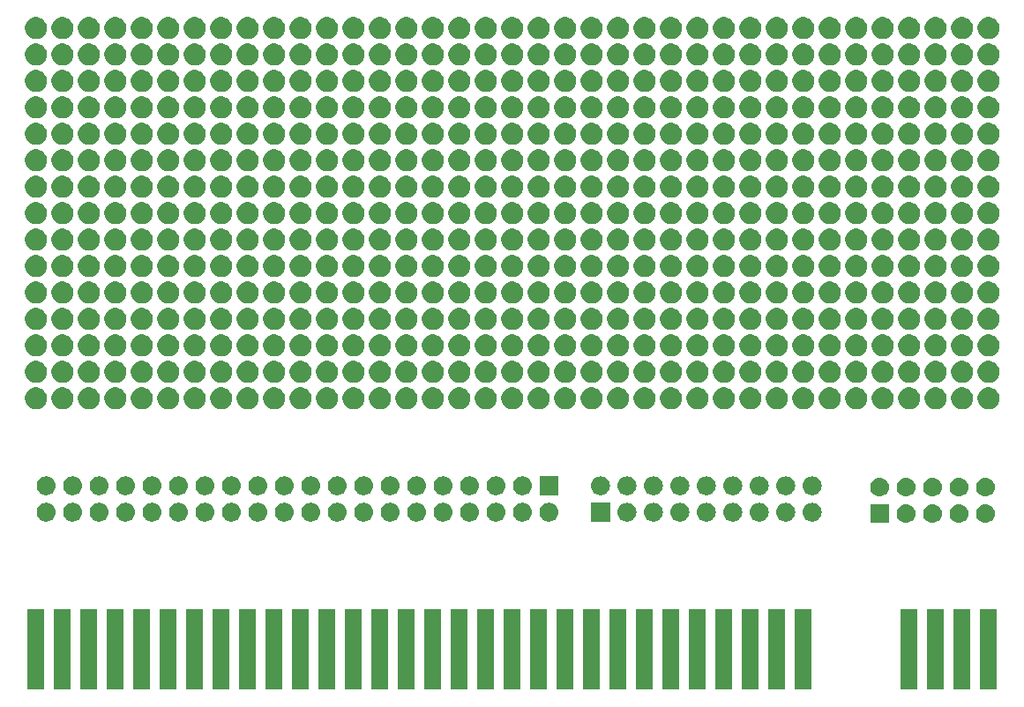
<source format=gbr>
G04 #@! TF.GenerationSoftware,KiCad,Pcbnew,(5.1.2)-1*
G04 #@! TF.CreationDate,2021-01-27T20:04:39+01:00*
G04 #@! TF.ProjectId,proto_simple,70726f74-6f5f-4736-996d-706c652e6b69,rev?*
G04 #@! TF.SameCoordinates,Original*
G04 #@! TF.FileFunction,Soldermask,Bot*
G04 #@! TF.FilePolarity,Negative*
%FSLAX46Y46*%
G04 Gerber Fmt 4.6, Leading zero omitted, Abs format (unit mm)*
G04 Created by KiCad (PCBNEW (5.1.2)-1) date 2021-01-27 20:04:39*
%MOMM*%
%LPD*%
G04 APERTURE LIST*
%ADD10C,0.100000*%
G04 APERTURE END LIST*
D10*
G36*
X38557400Y-25600D02*
G01*
X36931400Y-25600D01*
X36931400Y7696400D01*
X38557400Y7696400D01*
X38557400Y-25600D01*
X38557400Y-25600D01*
G37*
G36*
X30937400Y-25600D02*
G01*
X29311400Y-25600D01*
X29311400Y7696400D01*
X30937400Y7696400D01*
X30937400Y-25600D01*
X30937400Y-25600D01*
G37*
G36*
X51257400Y-25600D02*
G01*
X49631400Y-25600D01*
X49631400Y7696400D01*
X51257400Y7696400D01*
X51257400Y-25600D01*
X51257400Y-25600D01*
G37*
G36*
X48717400Y-25600D02*
G01*
X47091400Y-25600D01*
X47091400Y7696400D01*
X48717400Y7696400D01*
X48717400Y-25600D01*
X48717400Y-25600D01*
G37*
G36*
X46177400Y-25600D02*
G01*
X44551400Y-25600D01*
X44551400Y7696400D01*
X46177400Y7696400D01*
X46177400Y-25600D01*
X46177400Y-25600D01*
G37*
G36*
X43637400Y-25600D02*
G01*
X42011400Y-25600D01*
X42011400Y7696400D01*
X43637400Y7696400D01*
X43637400Y-25600D01*
X43637400Y-25600D01*
G37*
G36*
X41097400Y-25600D02*
G01*
X39471400Y-25600D01*
X39471400Y7696400D01*
X41097400Y7696400D01*
X41097400Y-25600D01*
X41097400Y-25600D01*
G37*
G36*
X36017400Y-25600D02*
G01*
X34391400Y-25600D01*
X34391400Y7696400D01*
X36017400Y7696400D01*
X36017400Y-25600D01*
X36017400Y-25600D01*
G37*
G36*
X33477400Y-25600D02*
G01*
X31851400Y-25600D01*
X31851400Y7696400D01*
X33477400Y7696400D01*
X33477400Y-25600D01*
X33477400Y-25600D01*
G37*
G36*
X63957400Y-25600D02*
G01*
X62331400Y-25600D01*
X62331400Y7696400D01*
X63957400Y7696400D01*
X63957400Y-25600D01*
X63957400Y-25600D01*
G37*
G36*
X15697400Y-25600D02*
G01*
X14071400Y-25600D01*
X14071400Y7696400D01*
X15697400Y7696400D01*
X15697400Y-25600D01*
X15697400Y-25600D01*
G37*
G36*
X25857400Y-25600D02*
G01*
X24231400Y-25600D01*
X24231400Y7696400D01*
X25857400Y7696400D01*
X25857400Y-25600D01*
X25857400Y-25600D01*
G37*
G36*
X23317400Y-25600D02*
G01*
X21691400Y-25600D01*
X21691400Y7696400D01*
X23317400Y7696400D01*
X23317400Y-25600D01*
X23317400Y-25600D01*
G37*
G36*
X18237400Y-25600D02*
G01*
X16611400Y-25600D01*
X16611400Y7696400D01*
X18237400Y7696400D01*
X18237400Y-25600D01*
X18237400Y-25600D01*
G37*
G36*
X28397400Y-25600D02*
G01*
X26771400Y-25600D01*
X26771400Y7696400D01*
X28397400Y7696400D01*
X28397400Y-25600D01*
X28397400Y-25600D01*
G37*
G36*
X13157400Y-25600D02*
G01*
X11531400Y-25600D01*
X11531400Y7696400D01*
X13157400Y7696400D01*
X13157400Y-25600D01*
X13157400Y-25600D01*
G37*
G36*
X20777400Y-25600D02*
G01*
X19151400Y-25600D01*
X19151400Y7696400D01*
X20777400Y7696400D01*
X20777400Y-25600D01*
X20777400Y-25600D01*
G37*
G36*
X8077400Y-25600D02*
G01*
X6451400Y-25600D01*
X6451400Y7696400D01*
X8077400Y7696400D01*
X8077400Y-25600D01*
X8077400Y-25600D01*
G37*
G36*
X53797400Y-25600D02*
G01*
X52171400Y-25600D01*
X52171400Y7696400D01*
X53797400Y7696400D01*
X53797400Y-25600D01*
X53797400Y-25600D01*
G37*
G36*
X76657400Y-25600D02*
G01*
X75031400Y-25600D01*
X75031400Y7696400D01*
X76657400Y7696400D01*
X76657400Y-25600D01*
X76657400Y-25600D01*
G37*
G36*
X61417400Y-25600D02*
G01*
X59791400Y-25600D01*
X59791400Y7696400D01*
X61417400Y7696400D01*
X61417400Y-25600D01*
X61417400Y-25600D01*
G37*
G36*
X5537400Y-25600D02*
G01*
X3911400Y-25600D01*
X3911400Y7696400D01*
X5537400Y7696400D01*
X5537400Y-25600D01*
X5537400Y-25600D01*
G37*
G36*
X2997400Y-25600D02*
G01*
X1371400Y-25600D01*
X1371400Y7696400D01*
X2997400Y7696400D01*
X2997400Y-25600D01*
X2997400Y-25600D01*
G37*
G36*
X58877400Y-25600D02*
G01*
X57251400Y-25600D01*
X57251400Y7696400D01*
X58877400Y7696400D01*
X58877400Y-25600D01*
X58877400Y-25600D01*
G37*
G36*
X56337400Y-25600D02*
G01*
X54711400Y-25600D01*
X54711400Y7696400D01*
X56337400Y7696400D01*
X56337400Y-25600D01*
X56337400Y-25600D01*
G37*
G36*
X94437400Y-25600D02*
G01*
X92811400Y-25600D01*
X92811400Y7696400D01*
X94437400Y7696400D01*
X94437400Y-25600D01*
X94437400Y-25600D01*
G37*
G36*
X10617400Y-25600D02*
G01*
X8991400Y-25600D01*
X8991400Y7696400D01*
X10617400Y7696400D01*
X10617400Y-25600D01*
X10617400Y-25600D01*
G37*
G36*
X91897400Y-25600D02*
G01*
X90271400Y-25600D01*
X90271400Y7696400D01*
X91897400Y7696400D01*
X91897400Y-25600D01*
X91897400Y-25600D01*
G37*
G36*
X86817400Y-25600D02*
G01*
X85191400Y-25600D01*
X85191400Y7696400D01*
X86817400Y7696400D01*
X86817400Y-25600D01*
X86817400Y-25600D01*
G37*
G36*
X66497400Y-25600D02*
G01*
X64871400Y-25600D01*
X64871400Y7696400D01*
X66497400Y7696400D01*
X66497400Y-25600D01*
X66497400Y-25600D01*
G37*
G36*
X89357400Y-25600D02*
G01*
X87731400Y-25600D01*
X87731400Y7696400D01*
X89357400Y7696400D01*
X89357400Y-25600D01*
X89357400Y-25600D01*
G37*
G36*
X74117400Y-25600D02*
G01*
X72491400Y-25600D01*
X72491400Y7696400D01*
X74117400Y7696400D01*
X74117400Y-25600D01*
X74117400Y-25600D01*
G37*
G36*
X69037400Y-25600D02*
G01*
X67411400Y-25600D01*
X67411400Y7696400D01*
X69037400Y7696400D01*
X69037400Y-25600D01*
X69037400Y-25600D01*
G37*
G36*
X71577400Y-25600D02*
G01*
X69951400Y-25600D01*
X69951400Y7696400D01*
X71577400Y7696400D01*
X71577400Y-25600D01*
X71577400Y-25600D01*
G37*
G36*
X93455443Y17785481D02*
G01*
X93521627Y17778963D01*
X93691466Y17727443D01*
X93847991Y17643778D01*
X93883729Y17614448D01*
X93985186Y17531186D01*
X94068448Y17429729D01*
X94097778Y17393991D01*
X94181443Y17237466D01*
X94232963Y17067627D01*
X94250359Y16891000D01*
X94232963Y16714373D01*
X94181443Y16544534D01*
X94097778Y16388009D01*
X94089411Y16377814D01*
X93985186Y16250814D01*
X93883729Y16167552D01*
X93847991Y16138222D01*
X93691466Y16054557D01*
X93521627Y16003037D01*
X93455443Y15996519D01*
X93389260Y15990000D01*
X93300740Y15990000D01*
X93234557Y15996519D01*
X93168373Y16003037D01*
X92998534Y16054557D01*
X92842009Y16138222D01*
X92806271Y16167552D01*
X92704814Y16250814D01*
X92600589Y16377814D01*
X92592222Y16388009D01*
X92508557Y16544534D01*
X92457037Y16714373D01*
X92439641Y16891000D01*
X92457037Y17067627D01*
X92508557Y17237466D01*
X92592222Y17393991D01*
X92621552Y17429729D01*
X92704814Y17531186D01*
X92806271Y17614448D01*
X92842009Y17643778D01*
X92998534Y17727443D01*
X93168373Y17778963D01*
X93234557Y17785481D01*
X93300740Y17792000D01*
X93389260Y17792000D01*
X93455443Y17785481D01*
X93455443Y17785481D01*
G37*
G36*
X88375443Y17785481D02*
G01*
X88441627Y17778963D01*
X88611466Y17727443D01*
X88767991Y17643778D01*
X88803729Y17614448D01*
X88905186Y17531186D01*
X88988448Y17429729D01*
X89017778Y17393991D01*
X89101443Y17237466D01*
X89152963Y17067627D01*
X89170359Y16891000D01*
X89152963Y16714373D01*
X89101443Y16544534D01*
X89017778Y16388009D01*
X89009411Y16377814D01*
X88905186Y16250814D01*
X88803729Y16167552D01*
X88767991Y16138222D01*
X88611466Y16054557D01*
X88441627Y16003037D01*
X88375443Y15996519D01*
X88309260Y15990000D01*
X88220740Y15990000D01*
X88154557Y15996519D01*
X88088373Y16003037D01*
X87918534Y16054557D01*
X87762009Y16138222D01*
X87726271Y16167552D01*
X87624814Y16250814D01*
X87520589Y16377814D01*
X87512222Y16388009D01*
X87428557Y16544534D01*
X87377037Y16714373D01*
X87359641Y16891000D01*
X87377037Y17067627D01*
X87428557Y17237466D01*
X87512222Y17393991D01*
X87541552Y17429729D01*
X87624814Y17531186D01*
X87726271Y17614448D01*
X87762009Y17643778D01*
X87918534Y17727443D01*
X88088373Y17778963D01*
X88154557Y17785481D01*
X88220740Y17792000D01*
X88309260Y17792000D01*
X88375443Y17785481D01*
X88375443Y17785481D01*
G37*
G36*
X90915443Y17785481D02*
G01*
X90981627Y17778963D01*
X91151466Y17727443D01*
X91307991Y17643778D01*
X91343729Y17614448D01*
X91445186Y17531186D01*
X91528448Y17429729D01*
X91557778Y17393991D01*
X91641443Y17237466D01*
X91692963Y17067627D01*
X91710359Y16891000D01*
X91692963Y16714373D01*
X91641443Y16544534D01*
X91557778Y16388009D01*
X91549411Y16377814D01*
X91445186Y16250814D01*
X91343729Y16167552D01*
X91307991Y16138222D01*
X91151466Y16054557D01*
X90981627Y16003037D01*
X90915443Y15996519D01*
X90849260Y15990000D01*
X90760740Y15990000D01*
X90694557Y15996519D01*
X90628373Y16003037D01*
X90458534Y16054557D01*
X90302009Y16138222D01*
X90266271Y16167552D01*
X90164814Y16250814D01*
X90060589Y16377814D01*
X90052222Y16388009D01*
X89968557Y16544534D01*
X89917037Y16714373D01*
X89899641Y16891000D01*
X89917037Y17067627D01*
X89968557Y17237466D01*
X90052222Y17393991D01*
X90081552Y17429729D01*
X90164814Y17531186D01*
X90266271Y17614448D01*
X90302009Y17643778D01*
X90458534Y17727443D01*
X90628373Y17778963D01*
X90694557Y17785481D01*
X90760740Y17792000D01*
X90849260Y17792000D01*
X90915443Y17785481D01*
X90915443Y17785481D01*
G37*
G36*
X84086000Y15990000D02*
G01*
X82284000Y15990000D01*
X82284000Y17792000D01*
X84086000Y17792000D01*
X84086000Y15990000D01*
X84086000Y15990000D01*
G37*
G36*
X85835443Y17785481D02*
G01*
X85901627Y17778963D01*
X86071466Y17727443D01*
X86227991Y17643778D01*
X86263729Y17614448D01*
X86365186Y17531186D01*
X86448448Y17429729D01*
X86477778Y17393991D01*
X86561443Y17237466D01*
X86612963Y17067627D01*
X86630359Y16891000D01*
X86612963Y16714373D01*
X86561443Y16544534D01*
X86477778Y16388009D01*
X86469411Y16377814D01*
X86365186Y16250814D01*
X86263729Y16167552D01*
X86227991Y16138222D01*
X86071466Y16054557D01*
X85901627Y16003037D01*
X85835443Y15996519D01*
X85769260Y15990000D01*
X85680740Y15990000D01*
X85614557Y15996519D01*
X85548373Y16003037D01*
X85378534Y16054557D01*
X85222009Y16138222D01*
X85186271Y16167552D01*
X85084814Y16250814D01*
X84980589Y16377814D01*
X84972222Y16388009D01*
X84888557Y16544534D01*
X84837037Y16714373D01*
X84819641Y16891000D01*
X84837037Y17067627D01*
X84888557Y17237466D01*
X84972222Y17393991D01*
X85001552Y17429729D01*
X85084814Y17531186D01*
X85186271Y17614448D01*
X85222009Y17643778D01*
X85378534Y17727443D01*
X85548373Y17778963D01*
X85614557Y17785481D01*
X85680740Y17792000D01*
X85769260Y17792000D01*
X85835443Y17785481D01*
X85835443Y17785481D01*
G37*
G36*
X61578442Y17912482D02*
G01*
X61644627Y17905963D01*
X61814466Y17854443D01*
X61970991Y17770778D01*
X62006729Y17741448D01*
X62108186Y17658186D01*
X62191448Y17556729D01*
X62220778Y17520991D01*
X62304443Y17364466D01*
X62355963Y17194627D01*
X62373359Y17018000D01*
X62355963Y16841373D01*
X62304443Y16671534D01*
X62220778Y16515009D01*
X62191448Y16479271D01*
X62108186Y16377814D01*
X62006729Y16294552D01*
X61970991Y16265222D01*
X61814466Y16181557D01*
X61644627Y16130037D01*
X61578442Y16123518D01*
X61512260Y16117000D01*
X61423740Y16117000D01*
X61357558Y16123518D01*
X61291373Y16130037D01*
X61121534Y16181557D01*
X60965009Y16265222D01*
X60929271Y16294552D01*
X60827814Y16377814D01*
X60744552Y16479271D01*
X60715222Y16515009D01*
X60631557Y16671534D01*
X60580037Y16841373D01*
X60562641Y17018000D01*
X60580037Y17194627D01*
X60631557Y17364466D01*
X60715222Y17520991D01*
X60744552Y17556729D01*
X60827814Y17658186D01*
X60929271Y17741448D01*
X60965009Y17770778D01*
X61121534Y17854443D01*
X61291373Y17905963D01*
X61357558Y17912482D01*
X61423740Y17919000D01*
X61512260Y17919000D01*
X61578442Y17912482D01*
X61578442Y17912482D01*
G37*
G36*
X21065442Y17912482D02*
G01*
X21131627Y17905963D01*
X21301466Y17854443D01*
X21457991Y17770778D01*
X21493729Y17741448D01*
X21595186Y17658186D01*
X21678448Y17556729D01*
X21707778Y17520991D01*
X21791443Y17364466D01*
X21842963Y17194627D01*
X21860359Y17018000D01*
X21842963Y16841373D01*
X21791443Y16671534D01*
X21707778Y16515009D01*
X21678448Y16479271D01*
X21595186Y16377814D01*
X21493729Y16294552D01*
X21457991Y16265222D01*
X21301466Y16181557D01*
X21131627Y16130037D01*
X21065442Y16123518D01*
X20999260Y16117000D01*
X20910740Y16117000D01*
X20844558Y16123518D01*
X20778373Y16130037D01*
X20608534Y16181557D01*
X20452009Y16265222D01*
X20416271Y16294552D01*
X20314814Y16377814D01*
X20231552Y16479271D01*
X20202222Y16515009D01*
X20118557Y16671534D01*
X20067037Y16841373D01*
X20049641Y17018000D01*
X20067037Y17194627D01*
X20118557Y17364466D01*
X20202222Y17520991D01*
X20231552Y17556729D01*
X20314814Y17658186D01*
X20416271Y17741448D01*
X20452009Y17770778D01*
X20608534Y17854443D01*
X20778373Y17905963D01*
X20844558Y17912482D01*
X20910740Y17919000D01*
X20999260Y17919000D01*
X21065442Y17912482D01*
X21065442Y17912482D01*
G37*
G36*
X64118442Y17912482D02*
G01*
X64184627Y17905963D01*
X64354466Y17854443D01*
X64510991Y17770778D01*
X64546729Y17741448D01*
X64648186Y17658186D01*
X64731448Y17556729D01*
X64760778Y17520991D01*
X64844443Y17364466D01*
X64895963Y17194627D01*
X64913359Y17018000D01*
X64895963Y16841373D01*
X64844443Y16671534D01*
X64760778Y16515009D01*
X64731448Y16479271D01*
X64648186Y16377814D01*
X64546729Y16294552D01*
X64510991Y16265222D01*
X64354466Y16181557D01*
X64184627Y16130037D01*
X64118442Y16123518D01*
X64052260Y16117000D01*
X63963740Y16117000D01*
X63897558Y16123518D01*
X63831373Y16130037D01*
X63661534Y16181557D01*
X63505009Y16265222D01*
X63469271Y16294552D01*
X63367814Y16377814D01*
X63284552Y16479271D01*
X63255222Y16515009D01*
X63171557Y16671534D01*
X63120037Y16841373D01*
X63102641Y17018000D01*
X63120037Y17194627D01*
X63171557Y17364466D01*
X63255222Y17520991D01*
X63284552Y17556729D01*
X63367814Y17658186D01*
X63469271Y17741448D01*
X63505009Y17770778D01*
X63661534Y17854443D01*
X63831373Y17905963D01*
X63897558Y17912482D01*
X63963740Y17919000D01*
X64052260Y17919000D01*
X64118442Y17912482D01*
X64118442Y17912482D01*
G37*
G36*
X18525442Y17912482D02*
G01*
X18591627Y17905963D01*
X18761466Y17854443D01*
X18917991Y17770778D01*
X18953729Y17741448D01*
X19055186Y17658186D01*
X19138448Y17556729D01*
X19167778Y17520991D01*
X19251443Y17364466D01*
X19302963Y17194627D01*
X19320359Y17018000D01*
X19302963Y16841373D01*
X19251443Y16671534D01*
X19167778Y16515009D01*
X19138448Y16479271D01*
X19055186Y16377814D01*
X18953729Y16294552D01*
X18917991Y16265222D01*
X18761466Y16181557D01*
X18591627Y16130037D01*
X18525442Y16123518D01*
X18459260Y16117000D01*
X18370740Y16117000D01*
X18304558Y16123518D01*
X18238373Y16130037D01*
X18068534Y16181557D01*
X17912009Y16265222D01*
X17876271Y16294552D01*
X17774814Y16377814D01*
X17691552Y16479271D01*
X17662222Y16515009D01*
X17578557Y16671534D01*
X17527037Y16841373D01*
X17509641Y17018000D01*
X17527037Y17194627D01*
X17578557Y17364466D01*
X17662222Y17520991D01*
X17691552Y17556729D01*
X17774814Y17658186D01*
X17876271Y17741448D01*
X17912009Y17770778D01*
X18068534Y17854443D01*
X18238373Y17905963D01*
X18304558Y17912482D01*
X18370740Y17919000D01*
X18459260Y17919000D01*
X18525442Y17912482D01*
X18525442Y17912482D01*
G37*
G36*
X66658442Y17912482D02*
G01*
X66724627Y17905963D01*
X66894466Y17854443D01*
X67050991Y17770778D01*
X67086729Y17741448D01*
X67188186Y17658186D01*
X67271448Y17556729D01*
X67300778Y17520991D01*
X67384443Y17364466D01*
X67435963Y17194627D01*
X67453359Y17018000D01*
X67435963Y16841373D01*
X67384443Y16671534D01*
X67300778Y16515009D01*
X67271448Y16479271D01*
X67188186Y16377814D01*
X67086729Y16294552D01*
X67050991Y16265222D01*
X66894466Y16181557D01*
X66724627Y16130037D01*
X66658442Y16123518D01*
X66592260Y16117000D01*
X66503740Y16117000D01*
X66437558Y16123518D01*
X66371373Y16130037D01*
X66201534Y16181557D01*
X66045009Y16265222D01*
X66009271Y16294552D01*
X65907814Y16377814D01*
X65824552Y16479271D01*
X65795222Y16515009D01*
X65711557Y16671534D01*
X65660037Y16841373D01*
X65642641Y17018000D01*
X65660037Y17194627D01*
X65711557Y17364466D01*
X65795222Y17520991D01*
X65824552Y17556729D01*
X65907814Y17658186D01*
X66009271Y17741448D01*
X66045009Y17770778D01*
X66201534Y17854443D01*
X66371373Y17905963D01*
X66437558Y17912482D01*
X66503740Y17919000D01*
X66592260Y17919000D01*
X66658442Y17912482D01*
X66658442Y17912482D01*
G37*
G36*
X15985442Y17912482D02*
G01*
X16051627Y17905963D01*
X16221466Y17854443D01*
X16377991Y17770778D01*
X16413729Y17741448D01*
X16515186Y17658186D01*
X16598448Y17556729D01*
X16627778Y17520991D01*
X16711443Y17364466D01*
X16762963Y17194627D01*
X16780359Y17018000D01*
X16762963Y16841373D01*
X16711443Y16671534D01*
X16627778Y16515009D01*
X16598448Y16479271D01*
X16515186Y16377814D01*
X16413729Y16294552D01*
X16377991Y16265222D01*
X16221466Y16181557D01*
X16051627Y16130037D01*
X15985442Y16123518D01*
X15919260Y16117000D01*
X15830740Y16117000D01*
X15764558Y16123518D01*
X15698373Y16130037D01*
X15528534Y16181557D01*
X15372009Y16265222D01*
X15336271Y16294552D01*
X15234814Y16377814D01*
X15151552Y16479271D01*
X15122222Y16515009D01*
X15038557Y16671534D01*
X14987037Y16841373D01*
X14969641Y17018000D01*
X14987037Y17194627D01*
X15038557Y17364466D01*
X15122222Y17520991D01*
X15151552Y17556729D01*
X15234814Y17658186D01*
X15336271Y17741448D01*
X15372009Y17770778D01*
X15528534Y17854443D01*
X15698373Y17905963D01*
X15764558Y17912482D01*
X15830740Y17919000D01*
X15919260Y17919000D01*
X15985442Y17912482D01*
X15985442Y17912482D01*
G37*
G36*
X69198442Y17912482D02*
G01*
X69264627Y17905963D01*
X69434466Y17854443D01*
X69590991Y17770778D01*
X69626729Y17741448D01*
X69728186Y17658186D01*
X69811448Y17556729D01*
X69840778Y17520991D01*
X69924443Y17364466D01*
X69975963Y17194627D01*
X69993359Y17018000D01*
X69975963Y16841373D01*
X69924443Y16671534D01*
X69840778Y16515009D01*
X69811448Y16479271D01*
X69728186Y16377814D01*
X69626729Y16294552D01*
X69590991Y16265222D01*
X69434466Y16181557D01*
X69264627Y16130037D01*
X69198442Y16123518D01*
X69132260Y16117000D01*
X69043740Y16117000D01*
X68977558Y16123518D01*
X68911373Y16130037D01*
X68741534Y16181557D01*
X68585009Y16265222D01*
X68549271Y16294552D01*
X68447814Y16377814D01*
X68364552Y16479271D01*
X68335222Y16515009D01*
X68251557Y16671534D01*
X68200037Y16841373D01*
X68182641Y17018000D01*
X68200037Y17194627D01*
X68251557Y17364466D01*
X68335222Y17520991D01*
X68364552Y17556729D01*
X68447814Y17658186D01*
X68549271Y17741448D01*
X68585009Y17770778D01*
X68741534Y17854443D01*
X68911373Y17905963D01*
X68977558Y17912482D01*
X69043740Y17919000D01*
X69132260Y17919000D01*
X69198442Y17912482D01*
X69198442Y17912482D01*
G37*
G36*
X13445442Y17912482D02*
G01*
X13511627Y17905963D01*
X13681466Y17854443D01*
X13837991Y17770778D01*
X13873729Y17741448D01*
X13975186Y17658186D01*
X14058448Y17556729D01*
X14087778Y17520991D01*
X14171443Y17364466D01*
X14222963Y17194627D01*
X14240359Y17018000D01*
X14222963Y16841373D01*
X14171443Y16671534D01*
X14087778Y16515009D01*
X14058448Y16479271D01*
X13975186Y16377814D01*
X13873729Y16294552D01*
X13837991Y16265222D01*
X13681466Y16181557D01*
X13511627Y16130037D01*
X13445442Y16123518D01*
X13379260Y16117000D01*
X13290740Y16117000D01*
X13224558Y16123518D01*
X13158373Y16130037D01*
X12988534Y16181557D01*
X12832009Y16265222D01*
X12796271Y16294552D01*
X12694814Y16377814D01*
X12611552Y16479271D01*
X12582222Y16515009D01*
X12498557Y16671534D01*
X12447037Y16841373D01*
X12429641Y17018000D01*
X12447037Y17194627D01*
X12498557Y17364466D01*
X12582222Y17520991D01*
X12611552Y17556729D01*
X12694814Y17658186D01*
X12796271Y17741448D01*
X12832009Y17770778D01*
X12988534Y17854443D01*
X13158373Y17905963D01*
X13224558Y17912482D01*
X13290740Y17919000D01*
X13379260Y17919000D01*
X13445442Y17912482D01*
X13445442Y17912482D01*
G37*
G36*
X71738442Y17912482D02*
G01*
X71804627Y17905963D01*
X71974466Y17854443D01*
X72130991Y17770778D01*
X72166729Y17741448D01*
X72268186Y17658186D01*
X72351448Y17556729D01*
X72380778Y17520991D01*
X72464443Y17364466D01*
X72515963Y17194627D01*
X72533359Y17018000D01*
X72515963Y16841373D01*
X72464443Y16671534D01*
X72380778Y16515009D01*
X72351448Y16479271D01*
X72268186Y16377814D01*
X72166729Y16294552D01*
X72130991Y16265222D01*
X71974466Y16181557D01*
X71804627Y16130037D01*
X71738442Y16123518D01*
X71672260Y16117000D01*
X71583740Y16117000D01*
X71517558Y16123518D01*
X71451373Y16130037D01*
X71281534Y16181557D01*
X71125009Y16265222D01*
X71089271Y16294552D01*
X70987814Y16377814D01*
X70904552Y16479271D01*
X70875222Y16515009D01*
X70791557Y16671534D01*
X70740037Y16841373D01*
X70722641Y17018000D01*
X70740037Y17194627D01*
X70791557Y17364466D01*
X70875222Y17520991D01*
X70904552Y17556729D01*
X70987814Y17658186D01*
X71089271Y17741448D01*
X71125009Y17770778D01*
X71281534Y17854443D01*
X71451373Y17905963D01*
X71517558Y17912482D01*
X71583740Y17919000D01*
X71672260Y17919000D01*
X71738442Y17912482D01*
X71738442Y17912482D01*
G37*
G36*
X10905442Y17912482D02*
G01*
X10971627Y17905963D01*
X11141466Y17854443D01*
X11297991Y17770778D01*
X11333729Y17741448D01*
X11435186Y17658186D01*
X11518448Y17556729D01*
X11547778Y17520991D01*
X11631443Y17364466D01*
X11682963Y17194627D01*
X11700359Y17018000D01*
X11682963Y16841373D01*
X11631443Y16671534D01*
X11547778Y16515009D01*
X11518448Y16479271D01*
X11435186Y16377814D01*
X11333729Y16294552D01*
X11297991Y16265222D01*
X11141466Y16181557D01*
X10971627Y16130037D01*
X10905442Y16123518D01*
X10839260Y16117000D01*
X10750740Y16117000D01*
X10684558Y16123518D01*
X10618373Y16130037D01*
X10448534Y16181557D01*
X10292009Y16265222D01*
X10256271Y16294552D01*
X10154814Y16377814D01*
X10071552Y16479271D01*
X10042222Y16515009D01*
X9958557Y16671534D01*
X9907037Y16841373D01*
X9889641Y17018000D01*
X9907037Y17194627D01*
X9958557Y17364466D01*
X10042222Y17520991D01*
X10071552Y17556729D01*
X10154814Y17658186D01*
X10256271Y17741448D01*
X10292009Y17770778D01*
X10448534Y17854443D01*
X10618373Y17905963D01*
X10684558Y17912482D01*
X10750740Y17919000D01*
X10839260Y17919000D01*
X10905442Y17912482D01*
X10905442Y17912482D01*
G37*
G36*
X74278442Y17912482D02*
G01*
X74344627Y17905963D01*
X74514466Y17854443D01*
X74670991Y17770778D01*
X74706729Y17741448D01*
X74808186Y17658186D01*
X74891448Y17556729D01*
X74920778Y17520991D01*
X75004443Y17364466D01*
X75055963Y17194627D01*
X75073359Y17018000D01*
X75055963Y16841373D01*
X75004443Y16671534D01*
X74920778Y16515009D01*
X74891448Y16479271D01*
X74808186Y16377814D01*
X74706729Y16294552D01*
X74670991Y16265222D01*
X74514466Y16181557D01*
X74344627Y16130037D01*
X74278442Y16123518D01*
X74212260Y16117000D01*
X74123740Y16117000D01*
X74057558Y16123518D01*
X73991373Y16130037D01*
X73821534Y16181557D01*
X73665009Y16265222D01*
X73629271Y16294552D01*
X73527814Y16377814D01*
X73444552Y16479271D01*
X73415222Y16515009D01*
X73331557Y16671534D01*
X73280037Y16841373D01*
X73262641Y17018000D01*
X73280037Y17194627D01*
X73331557Y17364466D01*
X73415222Y17520991D01*
X73444552Y17556729D01*
X73527814Y17658186D01*
X73629271Y17741448D01*
X73665009Y17770778D01*
X73821534Y17854443D01*
X73991373Y17905963D01*
X74057558Y17912482D01*
X74123740Y17919000D01*
X74212260Y17919000D01*
X74278442Y17912482D01*
X74278442Y17912482D01*
G37*
G36*
X8365442Y17912482D02*
G01*
X8431627Y17905963D01*
X8601466Y17854443D01*
X8757991Y17770778D01*
X8793729Y17741448D01*
X8895186Y17658186D01*
X8978448Y17556729D01*
X9007778Y17520991D01*
X9091443Y17364466D01*
X9142963Y17194627D01*
X9160359Y17018000D01*
X9142963Y16841373D01*
X9091443Y16671534D01*
X9007778Y16515009D01*
X8978448Y16479271D01*
X8895186Y16377814D01*
X8793729Y16294552D01*
X8757991Y16265222D01*
X8601466Y16181557D01*
X8431627Y16130037D01*
X8365442Y16123518D01*
X8299260Y16117000D01*
X8210740Y16117000D01*
X8144558Y16123518D01*
X8078373Y16130037D01*
X7908534Y16181557D01*
X7752009Y16265222D01*
X7716271Y16294552D01*
X7614814Y16377814D01*
X7531552Y16479271D01*
X7502222Y16515009D01*
X7418557Y16671534D01*
X7367037Y16841373D01*
X7349641Y17018000D01*
X7367037Y17194627D01*
X7418557Y17364466D01*
X7502222Y17520991D01*
X7531552Y17556729D01*
X7614814Y17658186D01*
X7716271Y17741448D01*
X7752009Y17770778D01*
X7908534Y17854443D01*
X8078373Y17905963D01*
X8144558Y17912482D01*
X8210740Y17919000D01*
X8299260Y17919000D01*
X8365442Y17912482D01*
X8365442Y17912482D01*
G37*
G36*
X76818442Y17912482D02*
G01*
X76884627Y17905963D01*
X77054466Y17854443D01*
X77210991Y17770778D01*
X77246729Y17741448D01*
X77348186Y17658186D01*
X77431448Y17556729D01*
X77460778Y17520991D01*
X77544443Y17364466D01*
X77595963Y17194627D01*
X77613359Y17018000D01*
X77595963Y16841373D01*
X77544443Y16671534D01*
X77460778Y16515009D01*
X77431448Y16479271D01*
X77348186Y16377814D01*
X77246729Y16294552D01*
X77210991Y16265222D01*
X77054466Y16181557D01*
X76884627Y16130037D01*
X76818442Y16123518D01*
X76752260Y16117000D01*
X76663740Y16117000D01*
X76597558Y16123518D01*
X76531373Y16130037D01*
X76361534Y16181557D01*
X76205009Y16265222D01*
X76169271Y16294552D01*
X76067814Y16377814D01*
X75984552Y16479271D01*
X75955222Y16515009D01*
X75871557Y16671534D01*
X75820037Y16841373D01*
X75802641Y17018000D01*
X75820037Y17194627D01*
X75871557Y17364466D01*
X75955222Y17520991D01*
X75984552Y17556729D01*
X76067814Y17658186D01*
X76169271Y17741448D01*
X76205009Y17770778D01*
X76361534Y17854443D01*
X76531373Y17905963D01*
X76597558Y17912482D01*
X76663740Y17919000D01*
X76752260Y17919000D01*
X76818442Y17912482D01*
X76818442Y17912482D01*
G37*
G36*
X5825442Y17912482D02*
G01*
X5891627Y17905963D01*
X6061466Y17854443D01*
X6217991Y17770778D01*
X6253729Y17741448D01*
X6355186Y17658186D01*
X6438448Y17556729D01*
X6467778Y17520991D01*
X6551443Y17364466D01*
X6602963Y17194627D01*
X6620359Y17018000D01*
X6602963Y16841373D01*
X6551443Y16671534D01*
X6467778Y16515009D01*
X6438448Y16479271D01*
X6355186Y16377814D01*
X6253729Y16294552D01*
X6217991Y16265222D01*
X6061466Y16181557D01*
X5891627Y16130037D01*
X5825442Y16123518D01*
X5759260Y16117000D01*
X5670740Y16117000D01*
X5604558Y16123518D01*
X5538373Y16130037D01*
X5368534Y16181557D01*
X5212009Y16265222D01*
X5176271Y16294552D01*
X5074814Y16377814D01*
X4991552Y16479271D01*
X4962222Y16515009D01*
X4878557Y16671534D01*
X4827037Y16841373D01*
X4809641Y17018000D01*
X4827037Y17194627D01*
X4878557Y17364466D01*
X4962222Y17520991D01*
X4991552Y17556729D01*
X5074814Y17658186D01*
X5176271Y17741448D01*
X5212009Y17770778D01*
X5368534Y17854443D01*
X5538373Y17905963D01*
X5604558Y17912482D01*
X5670740Y17919000D01*
X5759260Y17919000D01*
X5825442Y17912482D01*
X5825442Y17912482D01*
G37*
G36*
X51545442Y17912482D02*
G01*
X51611627Y17905963D01*
X51781466Y17854443D01*
X51937991Y17770778D01*
X51973729Y17741448D01*
X52075186Y17658186D01*
X52158448Y17556729D01*
X52187778Y17520991D01*
X52271443Y17364466D01*
X52322963Y17194627D01*
X52340359Y17018000D01*
X52322963Y16841373D01*
X52271443Y16671534D01*
X52187778Y16515009D01*
X52158448Y16479271D01*
X52075186Y16377814D01*
X51973729Y16294552D01*
X51937991Y16265222D01*
X51781466Y16181557D01*
X51611627Y16130037D01*
X51545442Y16123518D01*
X51479260Y16117000D01*
X51390740Y16117000D01*
X51324558Y16123518D01*
X51258373Y16130037D01*
X51088534Y16181557D01*
X50932009Y16265222D01*
X50896271Y16294552D01*
X50794814Y16377814D01*
X50711552Y16479271D01*
X50682222Y16515009D01*
X50598557Y16671534D01*
X50547037Y16841373D01*
X50529641Y17018000D01*
X50547037Y17194627D01*
X50598557Y17364466D01*
X50682222Y17520991D01*
X50711552Y17556729D01*
X50794814Y17658186D01*
X50896271Y17741448D01*
X50932009Y17770778D01*
X51088534Y17854443D01*
X51258373Y17905963D01*
X51324558Y17912482D01*
X51390740Y17919000D01*
X51479260Y17919000D01*
X51545442Y17912482D01*
X51545442Y17912482D01*
G37*
G36*
X3285442Y17912482D02*
G01*
X3351627Y17905963D01*
X3521466Y17854443D01*
X3677991Y17770778D01*
X3713729Y17741448D01*
X3815186Y17658186D01*
X3898448Y17556729D01*
X3927778Y17520991D01*
X4011443Y17364466D01*
X4062963Y17194627D01*
X4080359Y17018000D01*
X4062963Y16841373D01*
X4011443Y16671534D01*
X3927778Y16515009D01*
X3898448Y16479271D01*
X3815186Y16377814D01*
X3713729Y16294552D01*
X3677991Y16265222D01*
X3521466Y16181557D01*
X3351627Y16130037D01*
X3285442Y16123518D01*
X3219260Y16117000D01*
X3130740Y16117000D01*
X3064558Y16123518D01*
X2998373Y16130037D01*
X2828534Y16181557D01*
X2672009Y16265222D01*
X2636271Y16294552D01*
X2534814Y16377814D01*
X2451552Y16479271D01*
X2422222Y16515009D01*
X2338557Y16671534D01*
X2287037Y16841373D01*
X2269641Y17018000D01*
X2287037Y17194627D01*
X2338557Y17364466D01*
X2422222Y17520991D01*
X2451552Y17556729D01*
X2534814Y17658186D01*
X2636271Y17741448D01*
X2672009Y17770778D01*
X2828534Y17854443D01*
X2998373Y17905963D01*
X3064558Y17912482D01*
X3130740Y17919000D01*
X3219260Y17919000D01*
X3285442Y17912482D01*
X3285442Y17912482D01*
G37*
G36*
X41385442Y17912482D02*
G01*
X41451627Y17905963D01*
X41621466Y17854443D01*
X41777991Y17770778D01*
X41813729Y17741448D01*
X41915186Y17658186D01*
X41998448Y17556729D01*
X42027778Y17520991D01*
X42111443Y17364466D01*
X42162963Y17194627D01*
X42180359Y17018000D01*
X42162963Y16841373D01*
X42111443Y16671534D01*
X42027778Y16515009D01*
X41998448Y16479271D01*
X41915186Y16377814D01*
X41813729Y16294552D01*
X41777991Y16265222D01*
X41621466Y16181557D01*
X41451627Y16130037D01*
X41385442Y16123518D01*
X41319260Y16117000D01*
X41230740Y16117000D01*
X41164558Y16123518D01*
X41098373Y16130037D01*
X40928534Y16181557D01*
X40772009Y16265222D01*
X40736271Y16294552D01*
X40634814Y16377814D01*
X40551552Y16479271D01*
X40522222Y16515009D01*
X40438557Y16671534D01*
X40387037Y16841373D01*
X40369641Y17018000D01*
X40387037Y17194627D01*
X40438557Y17364466D01*
X40522222Y17520991D01*
X40551552Y17556729D01*
X40634814Y17658186D01*
X40736271Y17741448D01*
X40772009Y17770778D01*
X40928534Y17854443D01*
X41098373Y17905963D01*
X41164558Y17912482D01*
X41230740Y17919000D01*
X41319260Y17919000D01*
X41385442Y17912482D01*
X41385442Y17912482D01*
G37*
G36*
X43925442Y17912482D02*
G01*
X43991627Y17905963D01*
X44161466Y17854443D01*
X44317991Y17770778D01*
X44353729Y17741448D01*
X44455186Y17658186D01*
X44538448Y17556729D01*
X44567778Y17520991D01*
X44651443Y17364466D01*
X44702963Y17194627D01*
X44720359Y17018000D01*
X44702963Y16841373D01*
X44651443Y16671534D01*
X44567778Y16515009D01*
X44538448Y16479271D01*
X44455186Y16377814D01*
X44353729Y16294552D01*
X44317991Y16265222D01*
X44161466Y16181557D01*
X43991627Y16130037D01*
X43925442Y16123518D01*
X43859260Y16117000D01*
X43770740Y16117000D01*
X43704558Y16123518D01*
X43638373Y16130037D01*
X43468534Y16181557D01*
X43312009Y16265222D01*
X43276271Y16294552D01*
X43174814Y16377814D01*
X43091552Y16479271D01*
X43062222Y16515009D01*
X42978557Y16671534D01*
X42927037Y16841373D01*
X42909641Y17018000D01*
X42927037Y17194627D01*
X42978557Y17364466D01*
X43062222Y17520991D01*
X43091552Y17556729D01*
X43174814Y17658186D01*
X43276271Y17741448D01*
X43312009Y17770778D01*
X43468534Y17854443D01*
X43638373Y17905963D01*
X43704558Y17912482D01*
X43770740Y17919000D01*
X43859260Y17919000D01*
X43925442Y17912482D01*
X43925442Y17912482D01*
G37*
G36*
X36305442Y17912482D02*
G01*
X36371627Y17905963D01*
X36541466Y17854443D01*
X36697991Y17770778D01*
X36733729Y17741448D01*
X36835186Y17658186D01*
X36918448Y17556729D01*
X36947778Y17520991D01*
X37031443Y17364466D01*
X37082963Y17194627D01*
X37100359Y17018000D01*
X37082963Y16841373D01*
X37031443Y16671534D01*
X36947778Y16515009D01*
X36918448Y16479271D01*
X36835186Y16377814D01*
X36733729Y16294552D01*
X36697991Y16265222D01*
X36541466Y16181557D01*
X36371627Y16130037D01*
X36305442Y16123518D01*
X36239260Y16117000D01*
X36150740Y16117000D01*
X36084558Y16123518D01*
X36018373Y16130037D01*
X35848534Y16181557D01*
X35692009Y16265222D01*
X35656271Y16294552D01*
X35554814Y16377814D01*
X35471552Y16479271D01*
X35442222Y16515009D01*
X35358557Y16671534D01*
X35307037Y16841373D01*
X35289641Y17018000D01*
X35307037Y17194627D01*
X35358557Y17364466D01*
X35442222Y17520991D01*
X35471552Y17556729D01*
X35554814Y17658186D01*
X35656271Y17741448D01*
X35692009Y17770778D01*
X35848534Y17854443D01*
X36018373Y17905963D01*
X36084558Y17912482D01*
X36150740Y17919000D01*
X36239260Y17919000D01*
X36305442Y17912482D01*
X36305442Y17912482D01*
G37*
G36*
X46465442Y17912482D02*
G01*
X46531627Y17905963D01*
X46701466Y17854443D01*
X46857991Y17770778D01*
X46893729Y17741448D01*
X46995186Y17658186D01*
X47078448Y17556729D01*
X47107778Y17520991D01*
X47191443Y17364466D01*
X47242963Y17194627D01*
X47260359Y17018000D01*
X47242963Y16841373D01*
X47191443Y16671534D01*
X47107778Y16515009D01*
X47078448Y16479271D01*
X46995186Y16377814D01*
X46893729Y16294552D01*
X46857991Y16265222D01*
X46701466Y16181557D01*
X46531627Y16130037D01*
X46465442Y16123518D01*
X46399260Y16117000D01*
X46310740Y16117000D01*
X46244558Y16123518D01*
X46178373Y16130037D01*
X46008534Y16181557D01*
X45852009Y16265222D01*
X45816271Y16294552D01*
X45714814Y16377814D01*
X45631552Y16479271D01*
X45602222Y16515009D01*
X45518557Y16671534D01*
X45467037Y16841373D01*
X45449641Y17018000D01*
X45467037Y17194627D01*
X45518557Y17364466D01*
X45602222Y17520991D01*
X45631552Y17556729D01*
X45714814Y17658186D01*
X45816271Y17741448D01*
X45852009Y17770778D01*
X46008534Y17854443D01*
X46178373Y17905963D01*
X46244558Y17912482D01*
X46310740Y17919000D01*
X46399260Y17919000D01*
X46465442Y17912482D01*
X46465442Y17912482D01*
G37*
G36*
X33765442Y17912482D02*
G01*
X33831627Y17905963D01*
X34001466Y17854443D01*
X34157991Y17770778D01*
X34193729Y17741448D01*
X34295186Y17658186D01*
X34378448Y17556729D01*
X34407778Y17520991D01*
X34491443Y17364466D01*
X34542963Y17194627D01*
X34560359Y17018000D01*
X34542963Y16841373D01*
X34491443Y16671534D01*
X34407778Y16515009D01*
X34378448Y16479271D01*
X34295186Y16377814D01*
X34193729Y16294552D01*
X34157991Y16265222D01*
X34001466Y16181557D01*
X33831627Y16130037D01*
X33765442Y16123518D01*
X33699260Y16117000D01*
X33610740Y16117000D01*
X33544558Y16123518D01*
X33478373Y16130037D01*
X33308534Y16181557D01*
X33152009Y16265222D01*
X33116271Y16294552D01*
X33014814Y16377814D01*
X32931552Y16479271D01*
X32902222Y16515009D01*
X32818557Y16671534D01*
X32767037Y16841373D01*
X32749641Y17018000D01*
X32767037Y17194627D01*
X32818557Y17364466D01*
X32902222Y17520991D01*
X32931552Y17556729D01*
X33014814Y17658186D01*
X33116271Y17741448D01*
X33152009Y17770778D01*
X33308534Y17854443D01*
X33478373Y17905963D01*
X33544558Y17912482D01*
X33610740Y17919000D01*
X33699260Y17919000D01*
X33765442Y17912482D01*
X33765442Y17912482D01*
G37*
G36*
X49005442Y17912482D02*
G01*
X49071627Y17905963D01*
X49241466Y17854443D01*
X49397991Y17770778D01*
X49433729Y17741448D01*
X49535186Y17658186D01*
X49618448Y17556729D01*
X49647778Y17520991D01*
X49731443Y17364466D01*
X49782963Y17194627D01*
X49800359Y17018000D01*
X49782963Y16841373D01*
X49731443Y16671534D01*
X49647778Y16515009D01*
X49618448Y16479271D01*
X49535186Y16377814D01*
X49433729Y16294552D01*
X49397991Y16265222D01*
X49241466Y16181557D01*
X49071627Y16130037D01*
X49005442Y16123518D01*
X48939260Y16117000D01*
X48850740Y16117000D01*
X48784558Y16123518D01*
X48718373Y16130037D01*
X48548534Y16181557D01*
X48392009Y16265222D01*
X48356271Y16294552D01*
X48254814Y16377814D01*
X48171552Y16479271D01*
X48142222Y16515009D01*
X48058557Y16671534D01*
X48007037Y16841373D01*
X47989641Y17018000D01*
X48007037Y17194627D01*
X48058557Y17364466D01*
X48142222Y17520991D01*
X48171552Y17556729D01*
X48254814Y17658186D01*
X48356271Y17741448D01*
X48392009Y17770778D01*
X48548534Y17854443D01*
X48718373Y17905963D01*
X48784558Y17912482D01*
X48850740Y17919000D01*
X48939260Y17919000D01*
X49005442Y17912482D01*
X49005442Y17912482D01*
G37*
G36*
X31225442Y17912482D02*
G01*
X31291627Y17905963D01*
X31461466Y17854443D01*
X31617991Y17770778D01*
X31653729Y17741448D01*
X31755186Y17658186D01*
X31838448Y17556729D01*
X31867778Y17520991D01*
X31951443Y17364466D01*
X32002963Y17194627D01*
X32020359Y17018000D01*
X32002963Y16841373D01*
X31951443Y16671534D01*
X31867778Y16515009D01*
X31838448Y16479271D01*
X31755186Y16377814D01*
X31653729Y16294552D01*
X31617991Y16265222D01*
X31461466Y16181557D01*
X31291627Y16130037D01*
X31225442Y16123518D01*
X31159260Y16117000D01*
X31070740Y16117000D01*
X31004558Y16123518D01*
X30938373Y16130037D01*
X30768534Y16181557D01*
X30612009Y16265222D01*
X30576271Y16294552D01*
X30474814Y16377814D01*
X30391552Y16479271D01*
X30362222Y16515009D01*
X30278557Y16671534D01*
X30227037Y16841373D01*
X30209641Y17018000D01*
X30227037Y17194627D01*
X30278557Y17364466D01*
X30362222Y17520991D01*
X30391552Y17556729D01*
X30474814Y17658186D01*
X30576271Y17741448D01*
X30612009Y17770778D01*
X30768534Y17854443D01*
X30938373Y17905963D01*
X31004558Y17912482D01*
X31070740Y17919000D01*
X31159260Y17919000D01*
X31225442Y17912482D01*
X31225442Y17912482D01*
G37*
G36*
X59038442Y17912482D02*
G01*
X59104627Y17905963D01*
X59274466Y17854443D01*
X59430991Y17770778D01*
X59466729Y17741448D01*
X59568186Y17658186D01*
X59651448Y17556729D01*
X59680778Y17520991D01*
X59764443Y17364466D01*
X59815963Y17194627D01*
X59833359Y17018000D01*
X59815963Y16841373D01*
X59764443Y16671534D01*
X59680778Y16515009D01*
X59651448Y16479271D01*
X59568186Y16377814D01*
X59466729Y16294552D01*
X59430991Y16265222D01*
X59274466Y16181557D01*
X59104627Y16130037D01*
X59038442Y16123518D01*
X58972260Y16117000D01*
X58883740Y16117000D01*
X58817558Y16123518D01*
X58751373Y16130037D01*
X58581534Y16181557D01*
X58425009Y16265222D01*
X58389271Y16294552D01*
X58287814Y16377814D01*
X58204552Y16479271D01*
X58175222Y16515009D01*
X58091557Y16671534D01*
X58040037Y16841373D01*
X58022641Y17018000D01*
X58040037Y17194627D01*
X58091557Y17364466D01*
X58175222Y17520991D01*
X58204552Y17556729D01*
X58287814Y17658186D01*
X58389271Y17741448D01*
X58425009Y17770778D01*
X58581534Y17854443D01*
X58751373Y17905963D01*
X58817558Y17912482D01*
X58883740Y17919000D01*
X58972260Y17919000D01*
X59038442Y17912482D01*
X59038442Y17912482D01*
G37*
G36*
X28685442Y17912482D02*
G01*
X28751627Y17905963D01*
X28921466Y17854443D01*
X29077991Y17770778D01*
X29113729Y17741448D01*
X29215186Y17658186D01*
X29298448Y17556729D01*
X29327778Y17520991D01*
X29411443Y17364466D01*
X29462963Y17194627D01*
X29480359Y17018000D01*
X29462963Y16841373D01*
X29411443Y16671534D01*
X29327778Y16515009D01*
X29298448Y16479271D01*
X29215186Y16377814D01*
X29113729Y16294552D01*
X29077991Y16265222D01*
X28921466Y16181557D01*
X28751627Y16130037D01*
X28685442Y16123518D01*
X28619260Y16117000D01*
X28530740Y16117000D01*
X28464558Y16123518D01*
X28398373Y16130037D01*
X28228534Y16181557D01*
X28072009Y16265222D01*
X28036271Y16294552D01*
X27934814Y16377814D01*
X27851552Y16479271D01*
X27822222Y16515009D01*
X27738557Y16671534D01*
X27687037Y16841373D01*
X27669641Y17018000D01*
X27687037Y17194627D01*
X27738557Y17364466D01*
X27822222Y17520991D01*
X27851552Y17556729D01*
X27934814Y17658186D01*
X28036271Y17741448D01*
X28072009Y17770778D01*
X28228534Y17854443D01*
X28398373Y17905963D01*
X28464558Y17912482D01*
X28530740Y17919000D01*
X28619260Y17919000D01*
X28685442Y17912482D01*
X28685442Y17912482D01*
G37*
G36*
X57289000Y16117000D02*
G01*
X55487000Y16117000D01*
X55487000Y17919000D01*
X57289000Y17919000D01*
X57289000Y16117000D01*
X57289000Y16117000D01*
G37*
G36*
X26145442Y17912482D02*
G01*
X26211627Y17905963D01*
X26381466Y17854443D01*
X26537991Y17770778D01*
X26573729Y17741448D01*
X26675186Y17658186D01*
X26758448Y17556729D01*
X26787778Y17520991D01*
X26871443Y17364466D01*
X26922963Y17194627D01*
X26940359Y17018000D01*
X26922963Y16841373D01*
X26871443Y16671534D01*
X26787778Y16515009D01*
X26758448Y16479271D01*
X26675186Y16377814D01*
X26573729Y16294552D01*
X26537991Y16265222D01*
X26381466Y16181557D01*
X26211627Y16130037D01*
X26145442Y16123518D01*
X26079260Y16117000D01*
X25990740Y16117000D01*
X25924558Y16123518D01*
X25858373Y16130037D01*
X25688534Y16181557D01*
X25532009Y16265222D01*
X25496271Y16294552D01*
X25394814Y16377814D01*
X25311552Y16479271D01*
X25282222Y16515009D01*
X25198557Y16671534D01*
X25147037Y16841373D01*
X25129641Y17018000D01*
X25147037Y17194627D01*
X25198557Y17364466D01*
X25282222Y17520991D01*
X25311552Y17556729D01*
X25394814Y17658186D01*
X25496271Y17741448D01*
X25532009Y17770778D01*
X25688534Y17854443D01*
X25858373Y17905963D01*
X25924558Y17912482D01*
X25990740Y17919000D01*
X26079260Y17919000D01*
X26145442Y17912482D01*
X26145442Y17912482D01*
G37*
G36*
X38845442Y17912482D02*
G01*
X38911627Y17905963D01*
X39081466Y17854443D01*
X39237991Y17770778D01*
X39273729Y17741448D01*
X39375186Y17658186D01*
X39458448Y17556729D01*
X39487778Y17520991D01*
X39571443Y17364466D01*
X39622963Y17194627D01*
X39640359Y17018000D01*
X39622963Y16841373D01*
X39571443Y16671534D01*
X39487778Y16515009D01*
X39458448Y16479271D01*
X39375186Y16377814D01*
X39273729Y16294552D01*
X39237991Y16265222D01*
X39081466Y16181557D01*
X38911627Y16130037D01*
X38845442Y16123518D01*
X38779260Y16117000D01*
X38690740Y16117000D01*
X38624558Y16123518D01*
X38558373Y16130037D01*
X38388534Y16181557D01*
X38232009Y16265222D01*
X38196271Y16294552D01*
X38094814Y16377814D01*
X38011552Y16479271D01*
X37982222Y16515009D01*
X37898557Y16671534D01*
X37847037Y16841373D01*
X37829641Y17018000D01*
X37847037Y17194627D01*
X37898557Y17364466D01*
X37982222Y17520991D01*
X38011552Y17556729D01*
X38094814Y17658186D01*
X38196271Y17741448D01*
X38232009Y17770778D01*
X38388534Y17854443D01*
X38558373Y17905963D01*
X38624558Y17912482D01*
X38690740Y17919000D01*
X38779260Y17919000D01*
X38845442Y17912482D01*
X38845442Y17912482D01*
G37*
G36*
X23605442Y17912482D02*
G01*
X23671627Y17905963D01*
X23841466Y17854443D01*
X23997991Y17770778D01*
X24033729Y17741448D01*
X24135186Y17658186D01*
X24218448Y17556729D01*
X24247778Y17520991D01*
X24331443Y17364466D01*
X24382963Y17194627D01*
X24400359Y17018000D01*
X24382963Y16841373D01*
X24331443Y16671534D01*
X24247778Y16515009D01*
X24218448Y16479271D01*
X24135186Y16377814D01*
X24033729Y16294552D01*
X23997991Y16265222D01*
X23841466Y16181557D01*
X23671627Y16130037D01*
X23605442Y16123518D01*
X23539260Y16117000D01*
X23450740Y16117000D01*
X23384558Y16123518D01*
X23318373Y16130037D01*
X23148534Y16181557D01*
X22992009Y16265222D01*
X22956271Y16294552D01*
X22854814Y16377814D01*
X22771552Y16479271D01*
X22742222Y16515009D01*
X22658557Y16671534D01*
X22607037Y16841373D01*
X22589641Y17018000D01*
X22607037Y17194627D01*
X22658557Y17364466D01*
X22742222Y17520991D01*
X22771552Y17556729D01*
X22854814Y17658186D01*
X22956271Y17741448D01*
X22992009Y17770778D01*
X23148534Y17854443D01*
X23318373Y17905963D01*
X23384558Y17912482D01*
X23450740Y17919000D01*
X23539260Y17919000D01*
X23605442Y17912482D01*
X23605442Y17912482D01*
G37*
G36*
X85835442Y20325482D02*
G01*
X85901627Y20318963D01*
X86071466Y20267443D01*
X86227991Y20183778D01*
X86263729Y20154448D01*
X86365186Y20071186D01*
X86448448Y19969729D01*
X86477778Y19933991D01*
X86561443Y19777466D01*
X86612963Y19607627D01*
X86630359Y19431000D01*
X86612963Y19254373D01*
X86561443Y19084534D01*
X86477778Y18928009D01*
X86469411Y18917814D01*
X86365186Y18790814D01*
X86263729Y18707552D01*
X86227991Y18678222D01*
X86071466Y18594557D01*
X85901627Y18543037D01*
X85835442Y18536518D01*
X85769260Y18530000D01*
X85680740Y18530000D01*
X85614558Y18536518D01*
X85548373Y18543037D01*
X85378534Y18594557D01*
X85222009Y18678222D01*
X85186271Y18707552D01*
X85084814Y18790814D01*
X84980589Y18917814D01*
X84972222Y18928009D01*
X84888557Y19084534D01*
X84837037Y19254373D01*
X84819641Y19431000D01*
X84837037Y19607627D01*
X84888557Y19777466D01*
X84972222Y19933991D01*
X85001552Y19969729D01*
X85084814Y20071186D01*
X85186271Y20154448D01*
X85222009Y20183778D01*
X85378534Y20267443D01*
X85548373Y20318963D01*
X85614557Y20325481D01*
X85680740Y20332000D01*
X85769260Y20332000D01*
X85835442Y20325482D01*
X85835442Y20325482D01*
G37*
G36*
X83295442Y20325482D02*
G01*
X83361627Y20318963D01*
X83531466Y20267443D01*
X83687991Y20183778D01*
X83723729Y20154448D01*
X83825186Y20071186D01*
X83908448Y19969729D01*
X83937778Y19933991D01*
X84021443Y19777466D01*
X84072963Y19607627D01*
X84090359Y19431000D01*
X84072963Y19254373D01*
X84021443Y19084534D01*
X83937778Y18928009D01*
X83929411Y18917814D01*
X83825186Y18790814D01*
X83723729Y18707552D01*
X83687991Y18678222D01*
X83531466Y18594557D01*
X83361627Y18543037D01*
X83295442Y18536518D01*
X83229260Y18530000D01*
X83140740Y18530000D01*
X83074558Y18536518D01*
X83008373Y18543037D01*
X82838534Y18594557D01*
X82682009Y18678222D01*
X82646271Y18707552D01*
X82544814Y18790814D01*
X82440589Y18917814D01*
X82432222Y18928009D01*
X82348557Y19084534D01*
X82297037Y19254373D01*
X82279641Y19431000D01*
X82297037Y19607627D01*
X82348557Y19777466D01*
X82432222Y19933991D01*
X82461552Y19969729D01*
X82544814Y20071186D01*
X82646271Y20154448D01*
X82682009Y20183778D01*
X82838534Y20267443D01*
X83008373Y20318963D01*
X83074557Y20325481D01*
X83140740Y20332000D01*
X83229260Y20332000D01*
X83295442Y20325482D01*
X83295442Y20325482D01*
G37*
G36*
X90915442Y20325482D02*
G01*
X90981627Y20318963D01*
X91151466Y20267443D01*
X91307991Y20183778D01*
X91343729Y20154448D01*
X91445186Y20071186D01*
X91528448Y19969729D01*
X91557778Y19933991D01*
X91641443Y19777466D01*
X91692963Y19607627D01*
X91710359Y19431000D01*
X91692963Y19254373D01*
X91641443Y19084534D01*
X91557778Y18928009D01*
X91549411Y18917814D01*
X91445186Y18790814D01*
X91343729Y18707552D01*
X91307991Y18678222D01*
X91151466Y18594557D01*
X90981627Y18543037D01*
X90915442Y18536518D01*
X90849260Y18530000D01*
X90760740Y18530000D01*
X90694558Y18536518D01*
X90628373Y18543037D01*
X90458534Y18594557D01*
X90302009Y18678222D01*
X90266271Y18707552D01*
X90164814Y18790814D01*
X90060589Y18917814D01*
X90052222Y18928009D01*
X89968557Y19084534D01*
X89917037Y19254373D01*
X89899641Y19431000D01*
X89917037Y19607627D01*
X89968557Y19777466D01*
X90052222Y19933991D01*
X90081552Y19969729D01*
X90164814Y20071186D01*
X90266271Y20154448D01*
X90302009Y20183778D01*
X90458534Y20267443D01*
X90628373Y20318963D01*
X90694557Y20325481D01*
X90760740Y20332000D01*
X90849260Y20332000D01*
X90915442Y20325482D01*
X90915442Y20325482D01*
G37*
G36*
X93455442Y20325482D02*
G01*
X93521627Y20318963D01*
X93691466Y20267443D01*
X93847991Y20183778D01*
X93883729Y20154448D01*
X93985186Y20071186D01*
X94068448Y19969729D01*
X94097778Y19933991D01*
X94181443Y19777466D01*
X94232963Y19607627D01*
X94250359Y19431000D01*
X94232963Y19254373D01*
X94181443Y19084534D01*
X94097778Y18928009D01*
X94089411Y18917814D01*
X93985186Y18790814D01*
X93883729Y18707552D01*
X93847991Y18678222D01*
X93691466Y18594557D01*
X93521627Y18543037D01*
X93455442Y18536518D01*
X93389260Y18530000D01*
X93300740Y18530000D01*
X93234558Y18536518D01*
X93168373Y18543037D01*
X92998534Y18594557D01*
X92842009Y18678222D01*
X92806271Y18707552D01*
X92704814Y18790814D01*
X92600589Y18917814D01*
X92592222Y18928009D01*
X92508557Y19084534D01*
X92457037Y19254373D01*
X92439641Y19431000D01*
X92457037Y19607627D01*
X92508557Y19777466D01*
X92592222Y19933991D01*
X92621552Y19969729D01*
X92704814Y20071186D01*
X92806271Y20154448D01*
X92842009Y20183778D01*
X92998534Y20267443D01*
X93168373Y20318963D01*
X93234557Y20325481D01*
X93300740Y20332000D01*
X93389260Y20332000D01*
X93455442Y20325482D01*
X93455442Y20325482D01*
G37*
G36*
X88375442Y20325482D02*
G01*
X88441627Y20318963D01*
X88611466Y20267443D01*
X88767991Y20183778D01*
X88803729Y20154448D01*
X88905186Y20071186D01*
X88988448Y19969729D01*
X89017778Y19933991D01*
X89101443Y19777466D01*
X89152963Y19607627D01*
X89170359Y19431000D01*
X89152963Y19254373D01*
X89101443Y19084534D01*
X89017778Y18928009D01*
X89009411Y18917814D01*
X88905186Y18790814D01*
X88803729Y18707552D01*
X88767991Y18678222D01*
X88611466Y18594557D01*
X88441627Y18543037D01*
X88375442Y18536518D01*
X88309260Y18530000D01*
X88220740Y18530000D01*
X88154558Y18536518D01*
X88088373Y18543037D01*
X87918534Y18594557D01*
X87762009Y18678222D01*
X87726271Y18707552D01*
X87624814Y18790814D01*
X87520589Y18917814D01*
X87512222Y18928009D01*
X87428557Y19084534D01*
X87377037Y19254373D01*
X87359641Y19431000D01*
X87377037Y19607627D01*
X87428557Y19777466D01*
X87512222Y19933991D01*
X87541552Y19969729D01*
X87624814Y20071186D01*
X87726271Y20154448D01*
X87762009Y20183778D01*
X87918534Y20267443D01*
X88088373Y20318963D01*
X88154557Y20325481D01*
X88220740Y20332000D01*
X88309260Y20332000D01*
X88375442Y20325482D01*
X88375442Y20325482D01*
G37*
G36*
X10905442Y20452482D02*
G01*
X10971627Y20445963D01*
X11141466Y20394443D01*
X11297991Y20310778D01*
X11333729Y20281448D01*
X11435186Y20198186D01*
X11518448Y20096729D01*
X11547778Y20060991D01*
X11631443Y19904466D01*
X11682963Y19734627D01*
X11700359Y19558000D01*
X11682963Y19381373D01*
X11631443Y19211534D01*
X11547778Y19055009D01*
X11518448Y19019271D01*
X11435186Y18917814D01*
X11333729Y18834552D01*
X11297991Y18805222D01*
X11141466Y18721557D01*
X10971627Y18670037D01*
X10905442Y18663518D01*
X10839260Y18657000D01*
X10750740Y18657000D01*
X10684558Y18663518D01*
X10618373Y18670037D01*
X10448534Y18721557D01*
X10292009Y18805222D01*
X10256271Y18834552D01*
X10154814Y18917814D01*
X10071552Y19019271D01*
X10042222Y19055009D01*
X9958557Y19211534D01*
X9907037Y19381373D01*
X9889641Y19558000D01*
X9907037Y19734627D01*
X9958557Y19904466D01*
X10042222Y20060991D01*
X10071552Y20096729D01*
X10154814Y20198186D01*
X10256271Y20281448D01*
X10292009Y20310778D01*
X10448534Y20394443D01*
X10618373Y20445963D01*
X10684558Y20452482D01*
X10750740Y20459000D01*
X10839260Y20459000D01*
X10905442Y20452482D01*
X10905442Y20452482D01*
G37*
G36*
X13445442Y20452482D02*
G01*
X13511627Y20445963D01*
X13681466Y20394443D01*
X13837991Y20310778D01*
X13873729Y20281448D01*
X13975186Y20198186D01*
X14058448Y20096729D01*
X14087778Y20060991D01*
X14171443Y19904466D01*
X14222963Y19734627D01*
X14240359Y19558000D01*
X14222963Y19381373D01*
X14171443Y19211534D01*
X14087778Y19055009D01*
X14058448Y19019271D01*
X13975186Y18917814D01*
X13873729Y18834552D01*
X13837991Y18805222D01*
X13681466Y18721557D01*
X13511627Y18670037D01*
X13445442Y18663518D01*
X13379260Y18657000D01*
X13290740Y18657000D01*
X13224558Y18663518D01*
X13158373Y18670037D01*
X12988534Y18721557D01*
X12832009Y18805222D01*
X12796271Y18834552D01*
X12694814Y18917814D01*
X12611552Y19019271D01*
X12582222Y19055009D01*
X12498557Y19211534D01*
X12447037Y19381373D01*
X12429641Y19558000D01*
X12447037Y19734627D01*
X12498557Y19904466D01*
X12582222Y20060991D01*
X12611552Y20096729D01*
X12694814Y20198186D01*
X12796271Y20281448D01*
X12832009Y20310778D01*
X12988534Y20394443D01*
X13158373Y20445963D01*
X13224558Y20452482D01*
X13290740Y20459000D01*
X13379260Y20459000D01*
X13445442Y20452482D01*
X13445442Y20452482D01*
G37*
G36*
X15985442Y20452482D02*
G01*
X16051627Y20445963D01*
X16221466Y20394443D01*
X16377991Y20310778D01*
X16413729Y20281448D01*
X16515186Y20198186D01*
X16598448Y20096729D01*
X16627778Y20060991D01*
X16711443Y19904466D01*
X16762963Y19734627D01*
X16780359Y19558000D01*
X16762963Y19381373D01*
X16711443Y19211534D01*
X16627778Y19055009D01*
X16598448Y19019271D01*
X16515186Y18917814D01*
X16413729Y18834552D01*
X16377991Y18805222D01*
X16221466Y18721557D01*
X16051627Y18670037D01*
X15985442Y18663518D01*
X15919260Y18657000D01*
X15830740Y18657000D01*
X15764558Y18663518D01*
X15698373Y18670037D01*
X15528534Y18721557D01*
X15372009Y18805222D01*
X15336271Y18834552D01*
X15234814Y18917814D01*
X15151552Y19019271D01*
X15122222Y19055009D01*
X15038557Y19211534D01*
X14987037Y19381373D01*
X14969641Y19558000D01*
X14987037Y19734627D01*
X15038557Y19904466D01*
X15122222Y20060991D01*
X15151552Y20096729D01*
X15234814Y20198186D01*
X15336271Y20281448D01*
X15372009Y20310778D01*
X15528534Y20394443D01*
X15698373Y20445963D01*
X15764558Y20452482D01*
X15830740Y20459000D01*
X15919260Y20459000D01*
X15985442Y20452482D01*
X15985442Y20452482D01*
G37*
G36*
X18525442Y20452482D02*
G01*
X18591627Y20445963D01*
X18761466Y20394443D01*
X18917991Y20310778D01*
X18953729Y20281448D01*
X19055186Y20198186D01*
X19138448Y20096729D01*
X19167778Y20060991D01*
X19251443Y19904466D01*
X19302963Y19734627D01*
X19320359Y19558000D01*
X19302963Y19381373D01*
X19251443Y19211534D01*
X19167778Y19055009D01*
X19138448Y19019271D01*
X19055186Y18917814D01*
X18953729Y18834552D01*
X18917991Y18805222D01*
X18761466Y18721557D01*
X18591627Y18670037D01*
X18525442Y18663518D01*
X18459260Y18657000D01*
X18370740Y18657000D01*
X18304558Y18663518D01*
X18238373Y18670037D01*
X18068534Y18721557D01*
X17912009Y18805222D01*
X17876271Y18834552D01*
X17774814Y18917814D01*
X17691552Y19019271D01*
X17662222Y19055009D01*
X17578557Y19211534D01*
X17527037Y19381373D01*
X17509641Y19558000D01*
X17527037Y19734627D01*
X17578557Y19904466D01*
X17662222Y20060991D01*
X17691552Y20096729D01*
X17774814Y20198186D01*
X17876271Y20281448D01*
X17912009Y20310778D01*
X18068534Y20394443D01*
X18238373Y20445963D01*
X18304558Y20452482D01*
X18370740Y20459000D01*
X18459260Y20459000D01*
X18525442Y20452482D01*
X18525442Y20452482D01*
G37*
G36*
X21065442Y20452482D02*
G01*
X21131627Y20445963D01*
X21301466Y20394443D01*
X21457991Y20310778D01*
X21493729Y20281448D01*
X21595186Y20198186D01*
X21678448Y20096729D01*
X21707778Y20060991D01*
X21791443Y19904466D01*
X21842963Y19734627D01*
X21860359Y19558000D01*
X21842963Y19381373D01*
X21791443Y19211534D01*
X21707778Y19055009D01*
X21678448Y19019271D01*
X21595186Y18917814D01*
X21493729Y18834552D01*
X21457991Y18805222D01*
X21301466Y18721557D01*
X21131627Y18670037D01*
X21065442Y18663518D01*
X20999260Y18657000D01*
X20910740Y18657000D01*
X20844558Y18663518D01*
X20778373Y18670037D01*
X20608534Y18721557D01*
X20452009Y18805222D01*
X20416271Y18834552D01*
X20314814Y18917814D01*
X20231552Y19019271D01*
X20202222Y19055009D01*
X20118557Y19211534D01*
X20067037Y19381373D01*
X20049641Y19558000D01*
X20067037Y19734627D01*
X20118557Y19904466D01*
X20202222Y20060991D01*
X20231552Y20096729D01*
X20314814Y20198186D01*
X20416271Y20281448D01*
X20452009Y20310778D01*
X20608534Y20394443D01*
X20778373Y20445963D01*
X20844558Y20452482D01*
X20910740Y20459000D01*
X20999260Y20459000D01*
X21065442Y20452482D01*
X21065442Y20452482D01*
G37*
G36*
X23605442Y20452482D02*
G01*
X23671627Y20445963D01*
X23841466Y20394443D01*
X23997991Y20310778D01*
X24033729Y20281448D01*
X24135186Y20198186D01*
X24218448Y20096729D01*
X24247778Y20060991D01*
X24331443Y19904466D01*
X24382963Y19734627D01*
X24400359Y19558000D01*
X24382963Y19381373D01*
X24331443Y19211534D01*
X24247778Y19055009D01*
X24218448Y19019271D01*
X24135186Y18917814D01*
X24033729Y18834552D01*
X23997991Y18805222D01*
X23841466Y18721557D01*
X23671627Y18670037D01*
X23605442Y18663518D01*
X23539260Y18657000D01*
X23450740Y18657000D01*
X23384558Y18663518D01*
X23318373Y18670037D01*
X23148534Y18721557D01*
X22992009Y18805222D01*
X22956271Y18834552D01*
X22854814Y18917814D01*
X22771552Y19019271D01*
X22742222Y19055009D01*
X22658557Y19211534D01*
X22607037Y19381373D01*
X22589641Y19558000D01*
X22607037Y19734627D01*
X22658557Y19904466D01*
X22742222Y20060991D01*
X22771552Y20096729D01*
X22854814Y20198186D01*
X22956271Y20281448D01*
X22992009Y20310778D01*
X23148534Y20394443D01*
X23318373Y20445963D01*
X23384558Y20452482D01*
X23450740Y20459000D01*
X23539260Y20459000D01*
X23605442Y20452482D01*
X23605442Y20452482D01*
G37*
G36*
X3285442Y20452482D02*
G01*
X3351627Y20445963D01*
X3521466Y20394443D01*
X3677991Y20310778D01*
X3713729Y20281448D01*
X3815186Y20198186D01*
X3898448Y20096729D01*
X3927778Y20060991D01*
X4011443Y19904466D01*
X4062963Y19734627D01*
X4080359Y19558000D01*
X4062963Y19381373D01*
X4011443Y19211534D01*
X3927778Y19055009D01*
X3898448Y19019271D01*
X3815186Y18917814D01*
X3713729Y18834552D01*
X3677991Y18805222D01*
X3521466Y18721557D01*
X3351627Y18670037D01*
X3285442Y18663518D01*
X3219260Y18657000D01*
X3130740Y18657000D01*
X3064558Y18663518D01*
X2998373Y18670037D01*
X2828534Y18721557D01*
X2672009Y18805222D01*
X2636271Y18834552D01*
X2534814Y18917814D01*
X2451552Y19019271D01*
X2422222Y19055009D01*
X2338557Y19211534D01*
X2287037Y19381373D01*
X2269641Y19558000D01*
X2287037Y19734627D01*
X2338557Y19904466D01*
X2422222Y20060991D01*
X2451552Y20096729D01*
X2534814Y20198186D01*
X2636271Y20281448D01*
X2672009Y20310778D01*
X2828534Y20394443D01*
X2998373Y20445963D01*
X3064558Y20452482D01*
X3130740Y20459000D01*
X3219260Y20459000D01*
X3285442Y20452482D01*
X3285442Y20452482D01*
G37*
G36*
X28685442Y20452482D02*
G01*
X28751627Y20445963D01*
X28921466Y20394443D01*
X29077991Y20310778D01*
X29113729Y20281448D01*
X29215186Y20198186D01*
X29298448Y20096729D01*
X29327778Y20060991D01*
X29411443Y19904466D01*
X29462963Y19734627D01*
X29480359Y19558000D01*
X29462963Y19381373D01*
X29411443Y19211534D01*
X29327778Y19055009D01*
X29298448Y19019271D01*
X29215186Y18917814D01*
X29113729Y18834552D01*
X29077991Y18805222D01*
X28921466Y18721557D01*
X28751627Y18670037D01*
X28685442Y18663518D01*
X28619260Y18657000D01*
X28530740Y18657000D01*
X28464558Y18663518D01*
X28398373Y18670037D01*
X28228534Y18721557D01*
X28072009Y18805222D01*
X28036271Y18834552D01*
X27934814Y18917814D01*
X27851552Y19019271D01*
X27822222Y19055009D01*
X27738557Y19211534D01*
X27687037Y19381373D01*
X27669641Y19558000D01*
X27687037Y19734627D01*
X27738557Y19904466D01*
X27822222Y20060991D01*
X27851552Y20096729D01*
X27934814Y20198186D01*
X28036271Y20281448D01*
X28072009Y20310778D01*
X28228534Y20394443D01*
X28398373Y20445963D01*
X28464558Y20452482D01*
X28530740Y20459000D01*
X28619260Y20459000D01*
X28685442Y20452482D01*
X28685442Y20452482D01*
G37*
G36*
X31225442Y20452482D02*
G01*
X31291627Y20445963D01*
X31461466Y20394443D01*
X31617991Y20310778D01*
X31653729Y20281448D01*
X31755186Y20198186D01*
X31838448Y20096729D01*
X31867778Y20060991D01*
X31951443Y19904466D01*
X32002963Y19734627D01*
X32020359Y19558000D01*
X32002963Y19381373D01*
X31951443Y19211534D01*
X31867778Y19055009D01*
X31838448Y19019271D01*
X31755186Y18917814D01*
X31653729Y18834552D01*
X31617991Y18805222D01*
X31461466Y18721557D01*
X31291627Y18670037D01*
X31225442Y18663518D01*
X31159260Y18657000D01*
X31070740Y18657000D01*
X31004558Y18663518D01*
X30938373Y18670037D01*
X30768534Y18721557D01*
X30612009Y18805222D01*
X30576271Y18834552D01*
X30474814Y18917814D01*
X30391552Y19019271D01*
X30362222Y19055009D01*
X30278557Y19211534D01*
X30227037Y19381373D01*
X30209641Y19558000D01*
X30227037Y19734627D01*
X30278557Y19904466D01*
X30362222Y20060991D01*
X30391552Y20096729D01*
X30474814Y20198186D01*
X30576271Y20281448D01*
X30612009Y20310778D01*
X30768534Y20394443D01*
X30938373Y20445963D01*
X31004558Y20452482D01*
X31070740Y20459000D01*
X31159260Y20459000D01*
X31225442Y20452482D01*
X31225442Y20452482D01*
G37*
G36*
X33765442Y20452482D02*
G01*
X33831627Y20445963D01*
X34001466Y20394443D01*
X34157991Y20310778D01*
X34193729Y20281448D01*
X34295186Y20198186D01*
X34378448Y20096729D01*
X34407778Y20060991D01*
X34491443Y19904466D01*
X34542963Y19734627D01*
X34560359Y19558000D01*
X34542963Y19381373D01*
X34491443Y19211534D01*
X34407778Y19055009D01*
X34378448Y19019271D01*
X34295186Y18917814D01*
X34193729Y18834552D01*
X34157991Y18805222D01*
X34001466Y18721557D01*
X33831627Y18670037D01*
X33765442Y18663518D01*
X33699260Y18657000D01*
X33610740Y18657000D01*
X33544558Y18663518D01*
X33478373Y18670037D01*
X33308534Y18721557D01*
X33152009Y18805222D01*
X33116271Y18834552D01*
X33014814Y18917814D01*
X32931552Y19019271D01*
X32902222Y19055009D01*
X32818557Y19211534D01*
X32767037Y19381373D01*
X32749641Y19558000D01*
X32767037Y19734627D01*
X32818557Y19904466D01*
X32902222Y20060991D01*
X32931552Y20096729D01*
X33014814Y20198186D01*
X33116271Y20281448D01*
X33152009Y20310778D01*
X33308534Y20394443D01*
X33478373Y20445963D01*
X33544558Y20452482D01*
X33610740Y20459000D01*
X33699260Y20459000D01*
X33765442Y20452482D01*
X33765442Y20452482D01*
G37*
G36*
X36305442Y20452482D02*
G01*
X36371627Y20445963D01*
X36541466Y20394443D01*
X36697991Y20310778D01*
X36733729Y20281448D01*
X36835186Y20198186D01*
X36918448Y20096729D01*
X36947778Y20060991D01*
X37031443Y19904466D01*
X37082963Y19734627D01*
X37100359Y19558000D01*
X37082963Y19381373D01*
X37031443Y19211534D01*
X36947778Y19055009D01*
X36918448Y19019271D01*
X36835186Y18917814D01*
X36733729Y18834552D01*
X36697991Y18805222D01*
X36541466Y18721557D01*
X36371627Y18670037D01*
X36305442Y18663518D01*
X36239260Y18657000D01*
X36150740Y18657000D01*
X36084558Y18663518D01*
X36018373Y18670037D01*
X35848534Y18721557D01*
X35692009Y18805222D01*
X35656271Y18834552D01*
X35554814Y18917814D01*
X35471552Y19019271D01*
X35442222Y19055009D01*
X35358557Y19211534D01*
X35307037Y19381373D01*
X35289641Y19558000D01*
X35307037Y19734627D01*
X35358557Y19904466D01*
X35442222Y20060991D01*
X35471552Y20096729D01*
X35554814Y20198186D01*
X35656271Y20281448D01*
X35692009Y20310778D01*
X35848534Y20394443D01*
X36018373Y20445963D01*
X36084558Y20452482D01*
X36150740Y20459000D01*
X36239260Y20459000D01*
X36305442Y20452482D01*
X36305442Y20452482D01*
G37*
G36*
X38845442Y20452482D02*
G01*
X38911627Y20445963D01*
X39081466Y20394443D01*
X39237991Y20310778D01*
X39273729Y20281448D01*
X39375186Y20198186D01*
X39458448Y20096729D01*
X39487778Y20060991D01*
X39571443Y19904466D01*
X39622963Y19734627D01*
X39640359Y19558000D01*
X39622963Y19381373D01*
X39571443Y19211534D01*
X39487778Y19055009D01*
X39458448Y19019271D01*
X39375186Y18917814D01*
X39273729Y18834552D01*
X39237991Y18805222D01*
X39081466Y18721557D01*
X38911627Y18670037D01*
X38845442Y18663518D01*
X38779260Y18657000D01*
X38690740Y18657000D01*
X38624558Y18663518D01*
X38558373Y18670037D01*
X38388534Y18721557D01*
X38232009Y18805222D01*
X38196271Y18834552D01*
X38094814Y18917814D01*
X38011552Y19019271D01*
X37982222Y19055009D01*
X37898557Y19211534D01*
X37847037Y19381373D01*
X37829641Y19558000D01*
X37847037Y19734627D01*
X37898557Y19904466D01*
X37982222Y20060991D01*
X38011552Y20096729D01*
X38094814Y20198186D01*
X38196271Y20281448D01*
X38232009Y20310778D01*
X38388534Y20394443D01*
X38558373Y20445963D01*
X38624558Y20452482D01*
X38690740Y20459000D01*
X38779260Y20459000D01*
X38845442Y20452482D01*
X38845442Y20452482D01*
G37*
G36*
X41385442Y20452482D02*
G01*
X41451627Y20445963D01*
X41621466Y20394443D01*
X41777991Y20310778D01*
X41813729Y20281448D01*
X41915186Y20198186D01*
X41998448Y20096729D01*
X42027778Y20060991D01*
X42111443Y19904466D01*
X42162963Y19734627D01*
X42180359Y19558000D01*
X42162963Y19381373D01*
X42111443Y19211534D01*
X42027778Y19055009D01*
X41998448Y19019271D01*
X41915186Y18917814D01*
X41813729Y18834552D01*
X41777991Y18805222D01*
X41621466Y18721557D01*
X41451627Y18670037D01*
X41385442Y18663518D01*
X41319260Y18657000D01*
X41230740Y18657000D01*
X41164558Y18663518D01*
X41098373Y18670037D01*
X40928534Y18721557D01*
X40772009Y18805222D01*
X40736271Y18834552D01*
X40634814Y18917814D01*
X40551552Y19019271D01*
X40522222Y19055009D01*
X40438557Y19211534D01*
X40387037Y19381373D01*
X40369641Y19558000D01*
X40387037Y19734627D01*
X40438557Y19904466D01*
X40522222Y20060991D01*
X40551552Y20096729D01*
X40634814Y20198186D01*
X40736271Y20281448D01*
X40772009Y20310778D01*
X40928534Y20394443D01*
X41098373Y20445963D01*
X41164558Y20452482D01*
X41230740Y20459000D01*
X41319260Y20459000D01*
X41385442Y20452482D01*
X41385442Y20452482D01*
G37*
G36*
X43925442Y20452482D02*
G01*
X43991627Y20445963D01*
X44161466Y20394443D01*
X44317991Y20310778D01*
X44353729Y20281448D01*
X44455186Y20198186D01*
X44538448Y20096729D01*
X44567778Y20060991D01*
X44651443Y19904466D01*
X44702963Y19734627D01*
X44720359Y19558000D01*
X44702963Y19381373D01*
X44651443Y19211534D01*
X44567778Y19055009D01*
X44538448Y19019271D01*
X44455186Y18917814D01*
X44353729Y18834552D01*
X44317991Y18805222D01*
X44161466Y18721557D01*
X43991627Y18670037D01*
X43925442Y18663518D01*
X43859260Y18657000D01*
X43770740Y18657000D01*
X43704558Y18663518D01*
X43638373Y18670037D01*
X43468534Y18721557D01*
X43312009Y18805222D01*
X43276271Y18834552D01*
X43174814Y18917814D01*
X43091552Y19019271D01*
X43062222Y19055009D01*
X42978557Y19211534D01*
X42927037Y19381373D01*
X42909641Y19558000D01*
X42927037Y19734627D01*
X42978557Y19904466D01*
X43062222Y20060991D01*
X43091552Y20096729D01*
X43174814Y20198186D01*
X43276271Y20281448D01*
X43312009Y20310778D01*
X43468534Y20394443D01*
X43638373Y20445963D01*
X43704558Y20452482D01*
X43770740Y20459000D01*
X43859260Y20459000D01*
X43925442Y20452482D01*
X43925442Y20452482D01*
G37*
G36*
X71738443Y20452481D02*
G01*
X71804627Y20445963D01*
X71974466Y20394443D01*
X72130991Y20310778D01*
X72166729Y20281448D01*
X72268186Y20198186D01*
X72351448Y20096729D01*
X72380778Y20060991D01*
X72464443Y19904466D01*
X72515963Y19734627D01*
X72533359Y19558000D01*
X72515963Y19381373D01*
X72464443Y19211534D01*
X72380778Y19055009D01*
X72351448Y19019271D01*
X72268186Y18917814D01*
X72166729Y18834552D01*
X72130991Y18805222D01*
X71974466Y18721557D01*
X71804627Y18670037D01*
X71738442Y18663518D01*
X71672260Y18657000D01*
X71583740Y18657000D01*
X71517558Y18663518D01*
X71451373Y18670037D01*
X71281534Y18721557D01*
X71125009Y18805222D01*
X71089271Y18834552D01*
X70987814Y18917814D01*
X70904552Y19019271D01*
X70875222Y19055009D01*
X70791557Y19211534D01*
X70740037Y19381373D01*
X70722641Y19558000D01*
X70740037Y19734627D01*
X70791557Y19904466D01*
X70875222Y20060991D01*
X70904552Y20096729D01*
X70987814Y20198186D01*
X71089271Y20281448D01*
X71125009Y20310778D01*
X71281534Y20394443D01*
X71451373Y20445963D01*
X71517558Y20452482D01*
X71583740Y20459000D01*
X71672260Y20459000D01*
X71738443Y20452481D01*
X71738443Y20452481D01*
G37*
G36*
X5825442Y20452482D02*
G01*
X5891627Y20445963D01*
X6061466Y20394443D01*
X6217991Y20310778D01*
X6253729Y20281448D01*
X6355186Y20198186D01*
X6438448Y20096729D01*
X6467778Y20060991D01*
X6551443Y19904466D01*
X6602963Y19734627D01*
X6620359Y19558000D01*
X6602963Y19381373D01*
X6551443Y19211534D01*
X6467778Y19055009D01*
X6438448Y19019271D01*
X6355186Y18917814D01*
X6253729Y18834552D01*
X6217991Y18805222D01*
X6061466Y18721557D01*
X5891627Y18670037D01*
X5825442Y18663518D01*
X5759260Y18657000D01*
X5670740Y18657000D01*
X5604558Y18663518D01*
X5538373Y18670037D01*
X5368534Y18721557D01*
X5212009Y18805222D01*
X5176271Y18834552D01*
X5074814Y18917814D01*
X4991552Y19019271D01*
X4962222Y19055009D01*
X4878557Y19211534D01*
X4827037Y19381373D01*
X4809641Y19558000D01*
X4827037Y19734627D01*
X4878557Y19904466D01*
X4962222Y20060991D01*
X4991552Y20096729D01*
X5074814Y20198186D01*
X5176271Y20281448D01*
X5212009Y20310778D01*
X5368534Y20394443D01*
X5538373Y20445963D01*
X5604558Y20452482D01*
X5670740Y20459000D01*
X5759260Y20459000D01*
X5825442Y20452482D01*
X5825442Y20452482D01*
G37*
G36*
X8365442Y20452482D02*
G01*
X8431627Y20445963D01*
X8601466Y20394443D01*
X8757991Y20310778D01*
X8793729Y20281448D01*
X8895186Y20198186D01*
X8978448Y20096729D01*
X9007778Y20060991D01*
X9091443Y19904466D01*
X9142963Y19734627D01*
X9160359Y19558000D01*
X9142963Y19381373D01*
X9091443Y19211534D01*
X9007778Y19055009D01*
X8978448Y19019271D01*
X8895186Y18917814D01*
X8793729Y18834552D01*
X8757991Y18805222D01*
X8601466Y18721557D01*
X8431627Y18670037D01*
X8365442Y18663518D01*
X8299260Y18657000D01*
X8210740Y18657000D01*
X8144558Y18663518D01*
X8078373Y18670037D01*
X7908534Y18721557D01*
X7752009Y18805222D01*
X7716271Y18834552D01*
X7614814Y18917814D01*
X7531552Y19019271D01*
X7502222Y19055009D01*
X7418557Y19211534D01*
X7367037Y19381373D01*
X7349641Y19558000D01*
X7367037Y19734627D01*
X7418557Y19904466D01*
X7502222Y20060991D01*
X7531552Y20096729D01*
X7614814Y20198186D01*
X7716271Y20281448D01*
X7752009Y20310778D01*
X7908534Y20394443D01*
X8078373Y20445963D01*
X8144558Y20452482D01*
X8210740Y20459000D01*
X8299260Y20459000D01*
X8365442Y20452482D01*
X8365442Y20452482D01*
G37*
G36*
X49005442Y20452482D02*
G01*
X49071627Y20445963D01*
X49241466Y20394443D01*
X49397991Y20310778D01*
X49433729Y20281448D01*
X49535186Y20198186D01*
X49618448Y20096729D01*
X49647778Y20060991D01*
X49731443Y19904466D01*
X49782963Y19734627D01*
X49800359Y19558000D01*
X49782963Y19381373D01*
X49731443Y19211534D01*
X49647778Y19055009D01*
X49618448Y19019271D01*
X49535186Y18917814D01*
X49433729Y18834552D01*
X49397991Y18805222D01*
X49241466Y18721557D01*
X49071627Y18670037D01*
X49005442Y18663518D01*
X48939260Y18657000D01*
X48850740Y18657000D01*
X48784558Y18663518D01*
X48718373Y18670037D01*
X48548534Y18721557D01*
X48392009Y18805222D01*
X48356271Y18834552D01*
X48254814Y18917814D01*
X48171552Y19019271D01*
X48142222Y19055009D01*
X48058557Y19211534D01*
X48007037Y19381373D01*
X47989641Y19558000D01*
X48007037Y19734627D01*
X48058557Y19904466D01*
X48142222Y20060991D01*
X48171552Y20096729D01*
X48254814Y20198186D01*
X48356271Y20281448D01*
X48392009Y20310778D01*
X48548534Y20394443D01*
X48718373Y20445963D01*
X48784558Y20452482D01*
X48850740Y20459000D01*
X48939260Y20459000D01*
X49005442Y20452482D01*
X49005442Y20452482D01*
G37*
G36*
X52336000Y18657000D02*
G01*
X50534000Y18657000D01*
X50534000Y20459000D01*
X52336000Y20459000D01*
X52336000Y18657000D01*
X52336000Y18657000D01*
G37*
G36*
X76818443Y20452481D02*
G01*
X76884627Y20445963D01*
X77054466Y20394443D01*
X77210991Y20310778D01*
X77246729Y20281448D01*
X77348186Y20198186D01*
X77431448Y20096729D01*
X77460778Y20060991D01*
X77544443Y19904466D01*
X77595963Y19734627D01*
X77613359Y19558000D01*
X77595963Y19381373D01*
X77544443Y19211534D01*
X77460778Y19055009D01*
X77431448Y19019271D01*
X77348186Y18917814D01*
X77246729Y18834552D01*
X77210991Y18805222D01*
X77054466Y18721557D01*
X76884627Y18670037D01*
X76818442Y18663518D01*
X76752260Y18657000D01*
X76663740Y18657000D01*
X76597558Y18663518D01*
X76531373Y18670037D01*
X76361534Y18721557D01*
X76205009Y18805222D01*
X76169271Y18834552D01*
X76067814Y18917814D01*
X75984552Y19019271D01*
X75955222Y19055009D01*
X75871557Y19211534D01*
X75820037Y19381373D01*
X75802641Y19558000D01*
X75820037Y19734627D01*
X75871557Y19904466D01*
X75955222Y20060991D01*
X75984552Y20096729D01*
X76067814Y20198186D01*
X76169271Y20281448D01*
X76205009Y20310778D01*
X76361534Y20394443D01*
X76531373Y20445963D01*
X76597558Y20452482D01*
X76663740Y20459000D01*
X76752260Y20459000D01*
X76818443Y20452481D01*
X76818443Y20452481D01*
G37*
G36*
X74278443Y20452481D02*
G01*
X74344627Y20445963D01*
X74514466Y20394443D01*
X74670991Y20310778D01*
X74706729Y20281448D01*
X74808186Y20198186D01*
X74891448Y20096729D01*
X74920778Y20060991D01*
X75004443Y19904466D01*
X75055963Y19734627D01*
X75073359Y19558000D01*
X75055963Y19381373D01*
X75004443Y19211534D01*
X74920778Y19055009D01*
X74891448Y19019271D01*
X74808186Y18917814D01*
X74706729Y18834552D01*
X74670991Y18805222D01*
X74514466Y18721557D01*
X74344627Y18670037D01*
X74278442Y18663518D01*
X74212260Y18657000D01*
X74123740Y18657000D01*
X74057558Y18663518D01*
X73991373Y18670037D01*
X73821534Y18721557D01*
X73665009Y18805222D01*
X73629271Y18834552D01*
X73527814Y18917814D01*
X73444552Y19019271D01*
X73415222Y19055009D01*
X73331557Y19211534D01*
X73280037Y19381373D01*
X73262641Y19558000D01*
X73280037Y19734627D01*
X73331557Y19904466D01*
X73415222Y20060991D01*
X73444552Y20096729D01*
X73527814Y20198186D01*
X73629271Y20281448D01*
X73665009Y20310778D01*
X73821534Y20394443D01*
X73991373Y20445963D01*
X74057558Y20452482D01*
X74123740Y20459000D01*
X74212260Y20459000D01*
X74278443Y20452481D01*
X74278443Y20452481D01*
G37*
G36*
X61578443Y20452481D02*
G01*
X61644627Y20445963D01*
X61814466Y20394443D01*
X61970991Y20310778D01*
X62006729Y20281448D01*
X62108186Y20198186D01*
X62191448Y20096729D01*
X62220778Y20060991D01*
X62304443Y19904466D01*
X62355963Y19734627D01*
X62373359Y19558000D01*
X62355963Y19381373D01*
X62304443Y19211534D01*
X62220778Y19055009D01*
X62191448Y19019271D01*
X62108186Y18917814D01*
X62006729Y18834552D01*
X61970991Y18805222D01*
X61814466Y18721557D01*
X61644627Y18670037D01*
X61578442Y18663518D01*
X61512260Y18657000D01*
X61423740Y18657000D01*
X61357558Y18663518D01*
X61291373Y18670037D01*
X61121534Y18721557D01*
X60965009Y18805222D01*
X60929271Y18834552D01*
X60827814Y18917814D01*
X60744552Y19019271D01*
X60715222Y19055009D01*
X60631557Y19211534D01*
X60580037Y19381373D01*
X60562641Y19558000D01*
X60580037Y19734627D01*
X60631557Y19904466D01*
X60715222Y20060991D01*
X60744552Y20096729D01*
X60827814Y20198186D01*
X60929271Y20281448D01*
X60965009Y20310778D01*
X61121534Y20394443D01*
X61291373Y20445963D01*
X61357558Y20452482D01*
X61423740Y20459000D01*
X61512260Y20459000D01*
X61578443Y20452481D01*
X61578443Y20452481D01*
G37*
G36*
X69198443Y20452481D02*
G01*
X69264627Y20445963D01*
X69434466Y20394443D01*
X69590991Y20310778D01*
X69626729Y20281448D01*
X69728186Y20198186D01*
X69811448Y20096729D01*
X69840778Y20060991D01*
X69924443Y19904466D01*
X69975963Y19734627D01*
X69993359Y19558000D01*
X69975963Y19381373D01*
X69924443Y19211534D01*
X69840778Y19055009D01*
X69811448Y19019271D01*
X69728186Y18917814D01*
X69626729Y18834552D01*
X69590991Y18805222D01*
X69434466Y18721557D01*
X69264627Y18670037D01*
X69198442Y18663518D01*
X69132260Y18657000D01*
X69043740Y18657000D01*
X68977558Y18663518D01*
X68911373Y18670037D01*
X68741534Y18721557D01*
X68585009Y18805222D01*
X68549271Y18834552D01*
X68447814Y18917814D01*
X68364552Y19019271D01*
X68335222Y19055009D01*
X68251557Y19211534D01*
X68200037Y19381373D01*
X68182641Y19558000D01*
X68200037Y19734627D01*
X68251557Y19904466D01*
X68335222Y20060991D01*
X68364552Y20096729D01*
X68447814Y20198186D01*
X68549271Y20281448D01*
X68585009Y20310778D01*
X68741534Y20394443D01*
X68911373Y20445963D01*
X68977558Y20452482D01*
X69043740Y20459000D01*
X69132260Y20459000D01*
X69198443Y20452481D01*
X69198443Y20452481D01*
G37*
G36*
X66658443Y20452481D02*
G01*
X66724627Y20445963D01*
X66894466Y20394443D01*
X67050991Y20310778D01*
X67086729Y20281448D01*
X67188186Y20198186D01*
X67271448Y20096729D01*
X67300778Y20060991D01*
X67384443Y19904466D01*
X67435963Y19734627D01*
X67453359Y19558000D01*
X67435963Y19381373D01*
X67384443Y19211534D01*
X67300778Y19055009D01*
X67271448Y19019271D01*
X67188186Y18917814D01*
X67086729Y18834552D01*
X67050991Y18805222D01*
X66894466Y18721557D01*
X66724627Y18670037D01*
X66658442Y18663518D01*
X66592260Y18657000D01*
X66503740Y18657000D01*
X66437558Y18663518D01*
X66371373Y18670037D01*
X66201534Y18721557D01*
X66045009Y18805222D01*
X66009271Y18834552D01*
X65907814Y18917814D01*
X65824552Y19019271D01*
X65795222Y19055009D01*
X65711557Y19211534D01*
X65660037Y19381373D01*
X65642641Y19558000D01*
X65660037Y19734627D01*
X65711557Y19904466D01*
X65795222Y20060991D01*
X65824552Y20096729D01*
X65907814Y20198186D01*
X66009271Y20281448D01*
X66045009Y20310778D01*
X66201534Y20394443D01*
X66371373Y20445963D01*
X66437558Y20452482D01*
X66503740Y20459000D01*
X66592260Y20459000D01*
X66658443Y20452481D01*
X66658443Y20452481D01*
G37*
G36*
X64118443Y20452481D02*
G01*
X64184627Y20445963D01*
X64354466Y20394443D01*
X64510991Y20310778D01*
X64546729Y20281448D01*
X64648186Y20198186D01*
X64731448Y20096729D01*
X64760778Y20060991D01*
X64844443Y19904466D01*
X64895963Y19734627D01*
X64913359Y19558000D01*
X64895963Y19381373D01*
X64844443Y19211534D01*
X64760778Y19055009D01*
X64731448Y19019271D01*
X64648186Y18917814D01*
X64546729Y18834552D01*
X64510991Y18805222D01*
X64354466Y18721557D01*
X64184627Y18670037D01*
X64118442Y18663518D01*
X64052260Y18657000D01*
X63963740Y18657000D01*
X63897558Y18663518D01*
X63831373Y18670037D01*
X63661534Y18721557D01*
X63505009Y18805222D01*
X63469271Y18834552D01*
X63367814Y18917814D01*
X63284552Y19019271D01*
X63255222Y19055009D01*
X63171557Y19211534D01*
X63120037Y19381373D01*
X63102641Y19558000D01*
X63120037Y19734627D01*
X63171557Y19904466D01*
X63255222Y20060991D01*
X63284552Y20096729D01*
X63367814Y20198186D01*
X63469271Y20281448D01*
X63505009Y20310778D01*
X63661534Y20394443D01*
X63831373Y20445963D01*
X63897558Y20452482D01*
X63963740Y20459000D01*
X64052260Y20459000D01*
X64118443Y20452481D01*
X64118443Y20452481D01*
G37*
G36*
X46465442Y20452482D02*
G01*
X46531627Y20445963D01*
X46701466Y20394443D01*
X46857991Y20310778D01*
X46893729Y20281448D01*
X46995186Y20198186D01*
X47078448Y20096729D01*
X47107778Y20060991D01*
X47191443Y19904466D01*
X47242963Y19734627D01*
X47260359Y19558000D01*
X47242963Y19381373D01*
X47191443Y19211534D01*
X47107778Y19055009D01*
X47078448Y19019271D01*
X46995186Y18917814D01*
X46893729Y18834552D01*
X46857991Y18805222D01*
X46701466Y18721557D01*
X46531627Y18670037D01*
X46465442Y18663518D01*
X46399260Y18657000D01*
X46310740Y18657000D01*
X46244558Y18663518D01*
X46178373Y18670037D01*
X46008534Y18721557D01*
X45852009Y18805222D01*
X45816271Y18834552D01*
X45714814Y18917814D01*
X45631552Y19019271D01*
X45602222Y19055009D01*
X45518557Y19211534D01*
X45467037Y19381373D01*
X45449641Y19558000D01*
X45467037Y19734627D01*
X45518557Y19904466D01*
X45602222Y20060991D01*
X45631552Y20096729D01*
X45714814Y20198186D01*
X45816271Y20281448D01*
X45852009Y20310778D01*
X46008534Y20394443D01*
X46178373Y20445963D01*
X46244558Y20452482D01*
X46310740Y20459000D01*
X46399260Y20459000D01*
X46465442Y20452482D01*
X46465442Y20452482D01*
G37*
G36*
X59038442Y20452482D02*
G01*
X59104627Y20445963D01*
X59274466Y20394443D01*
X59430991Y20310778D01*
X59466729Y20281448D01*
X59568186Y20198186D01*
X59651448Y20096729D01*
X59680778Y20060991D01*
X59764443Y19904466D01*
X59815963Y19734627D01*
X59833359Y19558000D01*
X59815963Y19381373D01*
X59764443Y19211534D01*
X59680778Y19055009D01*
X59651448Y19019271D01*
X59568186Y18917814D01*
X59466729Y18834552D01*
X59430991Y18805222D01*
X59274466Y18721557D01*
X59104627Y18670037D01*
X59038442Y18663518D01*
X58972260Y18657000D01*
X58883740Y18657000D01*
X58817558Y18663518D01*
X58751373Y18670037D01*
X58581534Y18721557D01*
X58425009Y18805222D01*
X58389271Y18834552D01*
X58287814Y18917814D01*
X58204552Y19019271D01*
X58175222Y19055009D01*
X58091557Y19211534D01*
X58040037Y19381373D01*
X58022641Y19558000D01*
X58040037Y19734627D01*
X58091557Y19904466D01*
X58175222Y20060991D01*
X58204552Y20096729D01*
X58287814Y20198186D01*
X58389271Y20281448D01*
X58425009Y20310778D01*
X58581534Y20394443D01*
X58751373Y20445963D01*
X58817558Y20452482D01*
X58883740Y20459000D01*
X58972260Y20459000D01*
X59038442Y20452482D01*
X59038442Y20452482D01*
G37*
G36*
X56498442Y20452482D02*
G01*
X56564627Y20445963D01*
X56734466Y20394443D01*
X56890991Y20310778D01*
X56926729Y20281448D01*
X57028186Y20198186D01*
X57111448Y20096729D01*
X57140778Y20060991D01*
X57224443Y19904466D01*
X57275963Y19734627D01*
X57293359Y19558000D01*
X57275963Y19381373D01*
X57224443Y19211534D01*
X57140778Y19055009D01*
X57111448Y19019271D01*
X57028186Y18917814D01*
X56926729Y18834552D01*
X56890991Y18805222D01*
X56734466Y18721557D01*
X56564627Y18670037D01*
X56498442Y18663518D01*
X56432260Y18657000D01*
X56343740Y18657000D01*
X56277558Y18663518D01*
X56211373Y18670037D01*
X56041534Y18721557D01*
X55885009Y18805222D01*
X55849271Y18834552D01*
X55747814Y18917814D01*
X55664552Y19019271D01*
X55635222Y19055009D01*
X55551557Y19211534D01*
X55500037Y19381373D01*
X55482641Y19558000D01*
X55500037Y19734627D01*
X55551557Y19904466D01*
X55635222Y20060991D01*
X55664552Y20096729D01*
X55747814Y20198186D01*
X55849271Y20281448D01*
X55885009Y20310778D01*
X56041534Y20394443D01*
X56211373Y20445963D01*
X56277558Y20452482D01*
X56343740Y20459000D01*
X56432260Y20459000D01*
X56498442Y20452482D01*
X56498442Y20452482D01*
G37*
G36*
X26145442Y20452482D02*
G01*
X26211627Y20445963D01*
X26381466Y20394443D01*
X26537991Y20310778D01*
X26573729Y20281448D01*
X26675186Y20198186D01*
X26758448Y20096729D01*
X26787778Y20060991D01*
X26871443Y19904466D01*
X26922963Y19734627D01*
X26940359Y19558000D01*
X26922963Y19381373D01*
X26871443Y19211534D01*
X26787778Y19055009D01*
X26758448Y19019271D01*
X26675186Y18917814D01*
X26573729Y18834552D01*
X26537991Y18805222D01*
X26381466Y18721557D01*
X26211627Y18670037D01*
X26145442Y18663518D01*
X26079260Y18657000D01*
X25990740Y18657000D01*
X25924558Y18663518D01*
X25858373Y18670037D01*
X25688534Y18721557D01*
X25532009Y18805222D01*
X25496271Y18834552D01*
X25394814Y18917814D01*
X25311552Y19019271D01*
X25282222Y19055009D01*
X25198557Y19211534D01*
X25147037Y19381373D01*
X25129641Y19558000D01*
X25147037Y19734627D01*
X25198557Y19904466D01*
X25282222Y20060991D01*
X25311552Y20096729D01*
X25394814Y20198186D01*
X25496271Y20281448D01*
X25532009Y20310778D01*
X25688534Y20394443D01*
X25858373Y20445963D01*
X25924558Y20452482D01*
X25990740Y20459000D01*
X26079260Y20459000D01*
X26145442Y20452482D01*
X26145442Y20452482D01*
G37*
G36*
X91390964Y28976011D02*
G01*
X91582233Y28896785D01*
X91582235Y28896784D01*
X91754373Y28781765D01*
X91900765Y28635373D01*
X92015785Y28463233D01*
X92095011Y28271964D01*
X92135400Y28068916D01*
X92135400Y27861884D01*
X92095011Y27658836D01*
X92015785Y27467567D01*
X92015784Y27467565D01*
X91900765Y27295427D01*
X91754373Y27149035D01*
X91582235Y27034016D01*
X91582234Y27034015D01*
X91582233Y27034015D01*
X91390964Y26954789D01*
X91187916Y26914400D01*
X90980884Y26914400D01*
X90777836Y26954789D01*
X90586567Y27034015D01*
X90586566Y27034015D01*
X90586565Y27034016D01*
X90414427Y27149035D01*
X90268035Y27295427D01*
X90153016Y27467565D01*
X90153015Y27467567D01*
X90073789Y27658836D01*
X90033400Y27861884D01*
X90033400Y28068916D01*
X90073789Y28271964D01*
X90153015Y28463233D01*
X90268035Y28635373D01*
X90414427Y28781765D01*
X90586565Y28896784D01*
X90586567Y28896785D01*
X90777836Y28976011D01*
X90980884Y29016400D01*
X91187916Y29016400D01*
X91390964Y28976011D01*
X91390964Y28976011D01*
G37*
G36*
X45670964Y28976011D02*
G01*
X45862233Y28896785D01*
X45862235Y28896784D01*
X46034373Y28781765D01*
X46180765Y28635373D01*
X46295785Y28463233D01*
X46375011Y28271964D01*
X46415400Y28068916D01*
X46415400Y27861884D01*
X46375011Y27658836D01*
X46295785Y27467567D01*
X46295784Y27467565D01*
X46180765Y27295427D01*
X46034373Y27149035D01*
X45862235Y27034016D01*
X45862234Y27034015D01*
X45862233Y27034015D01*
X45670964Y26954789D01*
X45467916Y26914400D01*
X45260884Y26914400D01*
X45057836Y26954789D01*
X44866567Y27034015D01*
X44866566Y27034015D01*
X44866565Y27034016D01*
X44694427Y27149035D01*
X44548035Y27295427D01*
X44433016Y27467565D01*
X44433015Y27467567D01*
X44353789Y27658836D01*
X44313400Y27861884D01*
X44313400Y28068916D01*
X44353789Y28271964D01*
X44433015Y28463233D01*
X44548035Y28635373D01*
X44694427Y28781765D01*
X44866565Y28896784D01*
X44866567Y28896785D01*
X45057836Y28976011D01*
X45260884Y29016400D01*
X45467916Y29016400D01*
X45670964Y28976011D01*
X45670964Y28976011D01*
G37*
G36*
X81230964Y28976011D02*
G01*
X81422233Y28896785D01*
X81422235Y28896784D01*
X81594373Y28781765D01*
X81740765Y28635373D01*
X81855785Y28463233D01*
X81935011Y28271964D01*
X81975400Y28068916D01*
X81975400Y27861884D01*
X81935011Y27658836D01*
X81855785Y27467567D01*
X81855784Y27467565D01*
X81740765Y27295427D01*
X81594373Y27149035D01*
X81422235Y27034016D01*
X81422234Y27034015D01*
X81422233Y27034015D01*
X81230964Y26954789D01*
X81027916Y26914400D01*
X80820884Y26914400D01*
X80617836Y26954789D01*
X80426567Y27034015D01*
X80426566Y27034015D01*
X80426565Y27034016D01*
X80254427Y27149035D01*
X80108035Y27295427D01*
X79993016Y27467565D01*
X79993015Y27467567D01*
X79913789Y27658836D01*
X79873400Y27861884D01*
X79873400Y28068916D01*
X79913789Y28271964D01*
X79993015Y28463233D01*
X80108035Y28635373D01*
X80254427Y28781765D01*
X80426565Y28896784D01*
X80426567Y28896785D01*
X80617836Y28976011D01*
X80820884Y29016400D01*
X81027916Y29016400D01*
X81230964Y28976011D01*
X81230964Y28976011D01*
G37*
G36*
X88850964Y28976011D02*
G01*
X89042233Y28896785D01*
X89042235Y28896784D01*
X89214373Y28781765D01*
X89360765Y28635373D01*
X89475785Y28463233D01*
X89555011Y28271964D01*
X89595400Y28068916D01*
X89595400Y27861884D01*
X89555011Y27658836D01*
X89475785Y27467567D01*
X89475784Y27467565D01*
X89360765Y27295427D01*
X89214373Y27149035D01*
X89042235Y27034016D01*
X89042234Y27034015D01*
X89042233Y27034015D01*
X88850964Y26954789D01*
X88647916Y26914400D01*
X88440884Y26914400D01*
X88237836Y26954789D01*
X88046567Y27034015D01*
X88046566Y27034015D01*
X88046565Y27034016D01*
X87874427Y27149035D01*
X87728035Y27295427D01*
X87613016Y27467565D01*
X87613015Y27467567D01*
X87533789Y27658836D01*
X87493400Y27861884D01*
X87493400Y28068916D01*
X87533789Y28271964D01*
X87613015Y28463233D01*
X87728035Y28635373D01*
X87874427Y28781765D01*
X88046565Y28896784D01*
X88046567Y28896785D01*
X88237836Y28976011D01*
X88440884Y29016400D01*
X88647916Y29016400D01*
X88850964Y28976011D01*
X88850964Y28976011D01*
G37*
G36*
X86310964Y28976011D02*
G01*
X86502233Y28896785D01*
X86502235Y28896784D01*
X86674373Y28781765D01*
X86820765Y28635373D01*
X86935785Y28463233D01*
X87015011Y28271964D01*
X87055400Y28068916D01*
X87055400Y27861884D01*
X87015011Y27658836D01*
X86935785Y27467567D01*
X86935784Y27467565D01*
X86820765Y27295427D01*
X86674373Y27149035D01*
X86502235Y27034016D01*
X86502234Y27034015D01*
X86502233Y27034015D01*
X86310964Y26954789D01*
X86107916Y26914400D01*
X85900884Y26914400D01*
X85697836Y26954789D01*
X85506567Y27034015D01*
X85506566Y27034015D01*
X85506565Y27034016D01*
X85334427Y27149035D01*
X85188035Y27295427D01*
X85073016Y27467565D01*
X85073015Y27467567D01*
X84993789Y27658836D01*
X84953400Y27861884D01*
X84953400Y28068916D01*
X84993789Y28271964D01*
X85073015Y28463233D01*
X85188035Y28635373D01*
X85334427Y28781765D01*
X85506565Y28896784D01*
X85506567Y28896785D01*
X85697836Y28976011D01*
X85900884Y29016400D01*
X86107916Y29016400D01*
X86310964Y28976011D01*
X86310964Y28976011D01*
G37*
G36*
X83770964Y28976011D02*
G01*
X83962233Y28896785D01*
X83962235Y28896784D01*
X84134373Y28781765D01*
X84280765Y28635373D01*
X84395785Y28463233D01*
X84475011Y28271964D01*
X84515400Y28068916D01*
X84515400Y27861884D01*
X84475011Y27658836D01*
X84395785Y27467567D01*
X84395784Y27467565D01*
X84280765Y27295427D01*
X84134373Y27149035D01*
X83962235Y27034016D01*
X83962234Y27034015D01*
X83962233Y27034015D01*
X83770964Y26954789D01*
X83567916Y26914400D01*
X83360884Y26914400D01*
X83157836Y26954789D01*
X82966567Y27034015D01*
X82966566Y27034015D01*
X82966565Y27034016D01*
X82794427Y27149035D01*
X82648035Y27295427D01*
X82533016Y27467565D01*
X82533015Y27467567D01*
X82453789Y27658836D01*
X82413400Y27861884D01*
X82413400Y28068916D01*
X82453789Y28271964D01*
X82533015Y28463233D01*
X82648035Y28635373D01*
X82794427Y28781765D01*
X82966565Y28896784D01*
X82966567Y28896785D01*
X83157836Y28976011D01*
X83360884Y29016400D01*
X83567916Y29016400D01*
X83770964Y28976011D01*
X83770964Y28976011D01*
G37*
G36*
X55830964Y28976011D02*
G01*
X56022233Y28896785D01*
X56022235Y28896784D01*
X56194373Y28781765D01*
X56340765Y28635373D01*
X56455785Y28463233D01*
X56535011Y28271964D01*
X56575400Y28068916D01*
X56575400Y27861884D01*
X56535011Y27658836D01*
X56455785Y27467567D01*
X56455784Y27467565D01*
X56340765Y27295427D01*
X56194373Y27149035D01*
X56022235Y27034016D01*
X56022234Y27034015D01*
X56022233Y27034015D01*
X55830964Y26954789D01*
X55627916Y26914400D01*
X55420884Y26914400D01*
X55217836Y26954789D01*
X55026567Y27034015D01*
X55026566Y27034015D01*
X55026565Y27034016D01*
X54854427Y27149035D01*
X54708035Y27295427D01*
X54593016Y27467565D01*
X54593015Y27467567D01*
X54513789Y27658836D01*
X54473400Y27861884D01*
X54473400Y28068916D01*
X54513789Y28271964D01*
X54593015Y28463233D01*
X54708035Y28635373D01*
X54854427Y28781765D01*
X55026565Y28896784D01*
X55026567Y28896785D01*
X55217836Y28976011D01*
X55420884Y29016400D01*
X55627916Y29016400D01*
X55830964Y28976011D01*
X55830964Y28976011D01*
G37*
G36*
X22810964Y28976011D02*
G01*
X23002233Y28896785D01*
X23002235Y28896784D01*
X23174373Y28781765D01*
X23320765Y28635373D01*
X23435785Y28463233D01*
X23515011Y28271964D01*
X23555400Y28068916D01*
X23555400Y27861884D01*
X23515011Y27658836D01*
X23435785Y27467567D01*
X23435784Y27467565D01*
X23320765Y27295427D01*
X23174373Y27149035D01*
X23002235Y27034016D01*
X23002234Y27034015D01*
X23002233Y27034015D01*
X22810964Y26954789D01*
X22607916Y26914400D01*
X22400884Y26914400D01*
X22197836Y26954789D01*
X22006567Y27034015D01*
X22006566Y27034015D01*
X22006565Y27034016D01*
X21834427Y27149035D01*
X21688035Y27295427D01*
X21573016Y27467565D01*
X21573015Y27467567D01*
X21493789Y27658836D01*
X21453400Y27861884D01*
X21453400Y28068916D01*
X21493789Y28271964D01*
X21573015Y28463233D01*
X21688035Y28635373D01*
X21834427Y28781765D01*
X22006565Y28896784D01*
X22006567Y28896785D01*
X22197836Y28976011D01*
X22400884Y29016400D01*
X22607916Y29016400D01*
X22810964Y28976011D01*
X22810964Y28976011D01*
G37*
G36*
X10110964Y28976011D02*
G01*
X10302233Y28896785D01*
X10302235Y28896784D01*
X10474373Y28781765D01*
X10620765Y28635373D01*
X10735785Y28463233D01*
X10815011Y28271964D01*
X10855400Y28068916D01*
X10855400Y27861884D01*
X10815011Y27658836D01*
X10735785Y27467567D01*
X10735784Y27467565D01*
X10620765Y27295427D01*
X10474373Y27149035D01*
X10302235Y27034016D01*
X10302234Y27034015D01*
X10302233Y27034015D01*
X10110964Y26954789D01*
X9907916Y26914400D01*
X9700884Y26914400D01*
X9497836Y26954789D01*
X9306567Y27034015D01*
X9306566Y27034015D01*
X9306565Y27034016D01*
X9134427Y27149035D01*
X8988035Y27295427D01*
X8873016Y27467565D01*
X8873015Y27467567D01*
X8793789Y27658836D01*
X8753400Y27861884D01*
X8753400Y28068916D01*
X8793789Y28271964D01*
X8873015Y28463233D01*
X8988035Y28635373D01*
X9134427Y28781765D01*
X9306565Y28896784D01*
X9306567Y28896785D01*
X9497836Y28976011D01*
X9700884Y29016400D01*
X9907916Y29016400D01*
X10110964Y28976011D01*
X10110964Y28976011D01*
G37*
G36*
X17730964Y28976011D02*
G01*
X17922233Y28896785D01*
X17922235Y28896784D01*
X18094373Y28781765D01*
X18240765Y28635373D01*
X18355785Y28463233D01*
X18435011Y28271964D01*
X18475400Y28068916D01*
X18475400Y27861884D01*
X18435011Y27658836D01*
X18355785Y27467567D01*
X18355784Y27467565D01*
X18240765Y27295427D01*
X18094373Y27149035D01*
X17922235Y27034016D01*
X17922234Y27034015D01*
X17922233Y27034015D01*
X17730964Y26954789D01*
X17527916Y26914400D01*
X17320884Y26914400D01*
X17117836Y26954789D01*
X16926567Y27034015D01*
X16926566Y27034015D01*
X16926565Y27034016D01*
X16754427Y27149035D01*
X16608035Y27295427D01*
X16493016Y27467565D01*
X16493015Y27467567D01*
X16413789Y27658836D01*
X16373400Y27861884D01*
X16373400Y28068916D01*
X16413789Y28271964D01*
X16493015Y28463233D01*
X16608035Y28635373D01*
X16754427Y28781765D01*
X16926565Y28896784D01*
X16926567Y28896785D01*
X17117836Y28976011D01*
X17320884Y29016400D01*
X17527916Y29016400D01*
X17730964Y28976011D01*
X17730964Y28976011D01*
G37*
G36*
X38050964Y28976011D02*
G01*
X38242233Y28896785D01*
X38242235Y28896784D01*
X38414373Y28781765D01*
X38560765Y28635373D01*
X38675785Y28463233D01*
X38755011Y28271964D01*
X38795400Y28068916D01*
X38795400Y27861884D01*
X38755011Y27658836D01*
X38675785Y27467567D01*
X38675784Y27467565D01*
X38560765Y27295427D01*
X38414373Y27149035D01*
X38242235Y27034016D01*
X38242234Y27034015D01*
X38242233Y27034015D01*
X38050964Y26954789D01*
X37847916Y26914400D01*
X37640884Y26914400D01*
X37437836Y26954789D01*
X37246567Y27034015D01*
X37246566Y27034015D01*
X37246565Y27034016D01*
X37074427Y27149035D01*
X36928035Y27295427D01*
X36813016Y27467565D01*
X36813015Y27467567D01*
X36733789Y27658836D01*
X36693400Y27861884D01*
X36693400Y28068916D01*
X36733789Y28271964D01*
X36813015Y28463233D01*
X36928035Y28635373D01*
X37074427Y28781765D01*
X37246565Y28896784D01*
X37246567Y28896785D01*
X37437836Y28976011D01*
X37640884Y29016400D01*
X37847916Y29016400D01*
X38050964Y28976011D01*
X38050964Y28976011D01*
G37*
G36*
X27890964Y28976011D02*
G01*
X28082233Y28896785D01*
X28082235Y28896784D01*
X28254373Y28781765D01*
X28400765Y28635373D01*
X28515785Y28463233D01*
X28595011Y28271964D01*
X28635400Y28068916D01*
X28635400Y27861884D01*
X28595011Y27658836D01*
X28515785Y27467567D01*
X28515784Y27467565D01*
X28400765Y27295427D01*
X28254373Y27149035D01*
X28082235Y27034016D01*
X28082234Y27034015D01*
X28082233Y27034015D01*
X27890964Y26954789D01*
X27687916Y26914400D01*
X27480884Y26914400D01*
X27277836Y26954789D01*
X27086567Y27034015D01*
X27086566Y27034015D01*
X27086565Y27034016D01*
X26914427Y27149035D01*
X26768035Y27295427D01*
X26653016Y27467565D01*
X26653015Y27467567D01*
X26573789Y27658836D01*
X26533400Y27861884D01*
X26533400Y28068916D01*
X26573789Y28271964D01*
X26653015Y28463233D01*
X26768035Y28635373D01*
X26914427Y28781765D01*
X27086565Y28896784D01*
X27086567Y28896785D01*
X27277836Y28976011D01*
X27480884Y29016400D01*
X27687916Y29016400D01*
X27890964Y28976011D01*
X27890964Y28976011D01*
G37*
G36*
X76150964Y28976011D02*
G01*
X76342233Y28896785D01*
X76342235Y28896784D01*
X76514373Y28781765D01*
X76660765Y28635373D01*
X76775785Y28463233D01*
X76855011Y28271964D01*
X76895400Y28068916D01*
X76895400Y27861884D01*
X76855011Y27658836D01*
X76775785Y27467567D01*
X76775784Y27467565D01*
X76660765Y27295427D01*
X76514373Y27149035D01*
X76342235Y27034016D01*
X76342234Y27034015D01*
X76342233Y27034015D01*
X76150964Y26954789D01*
X75947916Y26914400D01*
X75740884Y26914400D01*
X75537836Y26954789D01*
X75346567Y27034015D01*
X75346566Y27034015D01*
X75346565Y27034016D01*
X75174427Y27149035D01*
X75028035Y27295427D01*
X74913016Y27467565D01*
X74913015Y27467567D01*
X74833789Y27658836D01*
X74793400Y27861884D01*
X74793400Y28068916D01*
X74833789Y28271964D01*
X74913015Y28463233D01*
X75028035Y28635373D01*
X75174427Y28781765D01*
X75346565Y28896784D01*
X75346567Y28896785D01*
X75537836Y28976011D01*
X75740884Y29016400D01*
X75947916Y29016400D01*
X76150964Y28976011D01*
X76150964Y28976011D01*
G37*
G36*
X2490964Y28976011D02*
G01*
X2682233Y28896785D01*
X2682235Y28896784D01*
X2854373Y28781765D01*
X3000765Y28635373D01*
X3115785Y28463233D01*
X3195011Y28271964D01*
X3235400Y28068916D01*
X3235400Y27861884D01*
X3195011Y27658836D01*
X3115785Y27467567D01*
X3115784Y27467565D01*
X3000765Y27295427D01*
X2854373Y27149035D01*
X2682235Y27034016D01*
X2682234Y27034015D01*
X2682233Y27034015D01*
X2490964Y26954789D01*
X2287916Y26914400D01*
X2080884Y26914400D01*
X1877836Y26954789D01*
X1686567Y27034015D01*
X1686566Y27034015D01*
X1686565Y27034016D01*
X1514427Y27149035D01*
X1368035Y27295427D01*
X1253016Y27467565D01*
X1253015Y27467567D01*
X1173789Y27658836D01*
X1133400Y27861884D01*
X1133400Y28068916D01*
X1173789Y28271964D01*
X1253015Y28463233D01*
X1368035Y28635373D01*
X1514427Y28781765D01*
X1686565Y28896784D01*
X1686567Y28896785D01*
X1877836Y28976011D01*
X2080884Y29016400D01*
X2287916Y29016400D01*
X2490964Y28976011D01*
X2490964Y28976011D01*
G37*
G36*
X53290964Y28976011D02*
G01*
X53482233Y28896785D01*
X53482235Y28896784D01*
X53654373Y28781765D01*
X53800765Y28635373D01*
X53915785Y28463233D01*
X53995011Y28271964D01*
X54035400Y28068916D01*
X54035400Y27861884D01*
X53995011Y27658836D01*
X53915785Y27467567D01*
X53915784Y27467565D01*
X53800765Y27295427D01*
X53654373Y27149035D01*
X53482235Y27034016D01*
X53482234Y27034015D01*
X53482233Y27034015D01*
X53290964Y26954789D01*
X53087916Y26914400D01*
X52880884Y26914400D01*
X52677836Y26954789D01*
X52486567Y27034015D01*
X52486566Y27034015D01*
X52486565Y27034016D01*
X52314427Y27149035D01*
X52168035Y27295427D01*
X52053016Y27467565D01*
X52053015Y27467567D01*
X51973789Y27658836D01*
X51933400Y27861884D01*
X51933400Y28068916D01*
X51973789Y28271964D01*
X52053015Y28463233D01*
X52168035Y28635373D01*
X52314427Y28781765D01*
X52486565Y28896784D01*
X52486567Y28896785D01*
X52677836Y28976011D01*
X52880884Y29016400D01*
X53087916Y29016400D01*
X53290964Y28976011D01*
X53290964Y28976011D01*
G37*
G36*
X78690964Y28976011D02*
G01*
X78882233Y28896785D01*
X78882235Y28896784D01*
X79054373Y28781765D01*
X79200765Y28635373D01*
X79315785Y28463233D01*
X79395011Y28271964D01*
X79435400Y28068916D01*
X79435400Y27861884D01*
X79395011Y27658836D01*
X79315785Y27467567D01*
X79315784Y27467565D01*
X79200765Y27295427D01*
X79054373Y27149035D01*
X78882235Y27034016D01*
X78882234Y27034015D01*
X78882233Y27034015D01*
X78690964Y26954789D01*
X78487916Y26914400D01*
X78280884Y26914400D01*
X78077836Y26954789D01*
X77886567Y27034015D01*
X77886566Y27034015D01*
X77886565Y27034016D01*
X77714427Y27149035D01*
X77568035Y27295427D01*
X77453016Y27467565D01*
X77453015Y27467567D01*
X77373789Y27658836D01*
X77333400Y27861884D01*
X77333400Y28068916D01*
X77373789Y28271964D01*
X77453015Y28463233D01*
X77568035Y28635373D01*
X77714427Y28781765D01*
X77886565Y28896784D01*
X77886567Y28896785D01*
X78077836Y28976011D01*
X78280884Y29016400D01*
X78487916Y29016400D01*
X78690964Y28976011D01*
X78690964Y28976011D01*
G37*
G36*
X15190964Y28976011D02*
G01*
X15382233Y28896785D01*
X15382235Y28896784D01*
X15554373Y28781765D01*
X15700765Y28635373D01*
X15815785Y28463233D01*
X15895011Y28271964D01*
X15935400Y28068916D01*
X15935400Y27861884D01*
X15895011Y27658836D01*
X15815785Y27467567D01*
X15815784Y27467565D01*
X15700765Y27295427D01*
X15554373Y27149035D01*
X15382235Y27034016D01*
X15382234Y27034015D01*
X15382233Y27034015D01*
X15190964Y26954789D01*
X14987916Y26914400D01*
X14780884Y26914400D01*
X14577836Y26954789D01*
X14386567Y27034015D01*
X14386566Y27034015D01*
X14386565Y27034016D01*
X14214427Y27149035D01*
X14068035Y27295427D01*
X13953016Y27467565D01*
X13953015Y27467567D01*
X13873789Y27658836D01*
X13833400Y27861884D01*
X13833400Y28068916D01*
X13873789Y28271964D01*
X13953015Y28463233D01*
X14068035Y28635373D01*
X14214427Y28781765D01*
X14386565Y28896784D01*
X14386567Y28896785D01*
X14577836Y28976011D01*
X14780884Y29016400D01*
X14987916Y29016400D01*
X15190964Y28976011D01*
X15190964Y28976011D01*
G37*
G36*
X32970964Y28976011D02*
G01*
X33162233Y28896785D01*
X33162235Y28896784D01*
X33334373Y28781765D01*
X33480765Y28635373D01*
X33595785Y28463233D01*
X33675011Y28271964D01*
X33715400Y28068916D01*
X33715400Y27861884D01*
X33675011Y27658836D01*
X33595785Y27467567D01*
X33595784Y27467565D01*
X33480765Y27295427D01*
X33334373Y27149035D01*
X33162235Y27034016D01*
X33162234Y27034015D01*
X33162233Y27034015D01*
X32970964Y26954789D01*
X32767916Y26914400D01*
X32560884Y26914400D01*
X32357836Y26954789D01*
X32166567Y27034015D01*
X32166566Y27034015D01*
X32166565Y27034016D01*
X31994427Y27149035D01*
X31848035Y27295427D01*
X31733016Y27467565D01*
X31733015Y27467567D01*
X31653789Y27658836D01*
X31613400Y27861884D01*
X31613400Y28068916D01*
X31653789Y28271964D01*
X31733015Y28463233D01*
X31848035Y28635373D01*
X31994427Y28781765D01*
X32166565Y28896784D01*
X32166567Y28896785D01*
X32357836Y28976011D01*
X32560884Y29016400D01*
X32767916Y29016400D01*
X32970964Y28976011D01*
X32970964Y28976011D01*
G37*
G36*
X93930964Y28976011D02*
G01*
X94122233Y28896785D01*
X94122235Y28896784D01*
X94294373Y28781765D01*
X94440765Y28635373D01*
X94555785Y28463233D01*
X94635011Y28271964D01*
X94675400Y28068916D01*
X94675400Y27861884D01*
X94635011Y27658836D01*
X94555785Y27467567D01*
X94555784Y27467565D01*
X94440765Y27295427D01*
X94294373Y27149035D01*
X94122235Y27034016D01*
X94122234Y27034015D01*
X94122233Y27034015D01*
X93930964Y26954789D01*
X93727916Y26914400D01*
X93520884Y26914400D01*
X93317836Y26954789D01*
X93126567Y27034015D01*
X93126566Y27034015D01*
X93126565Y27034016D01*
X92954427Y27149035D01*
X92808035Y27295427D01*
X92693016Y27467565D01*
X92693015Y27467567D01*
X92613789Y27658836D01*
X92573400Y27861884D01*
X92573400Y28068916D01*
X92613789Y28271964D01*
X92693015Y28463233D01*
X92808035Y28635373D01*
X92954427Y28781765D01*
X93126565Y28896784D01*
X93126567Y28896785D01*
X93317836Y28976011D01*
X93520884Y29016400D01*
X93727916Y29016400D01*
X93930964Y28976011D01*
X93930964Y28976011D01*
G37*
G36*
X5030964Y28976011D02*
G01*
X5222233Y28896785D01*
X5222235Y28896784D01*
X5394373Y28781765D01*
X5540765Y28635373D01*
X5655785Y28463233D01*
X5735011Y28271964D01*
X5775400Y28068916D01*
X5775400Y27861884D01*
X5735011Y27658836D01*
X5655785Y27467567D01*
X5655784Y27467565D01*
X5540765Y27295427D01*
X5394373Y27149035D01*
X5222235Y27034016D01*
X5222234Y27034015D01*
X5222233Y27034015D01*
X5030964Y26954789D01*
X4827916Y26914400D01*
X4620884Y26914400D01*
X4417836Y26954789D01*
X4226567Y27034015D01*
X4226566Y27034015D01*
X4226565Y27034016D01*
X4054427Y27149035D01*
X3908035Y27295427D01*
X3793016Y27467565D01*
X3793015Y27467567D01*
X3713789Y27658836D01*
X3673400Y27861884D01*
X3673400Y28068916D01*
X3713789Y28271964D01*
X3793015Y28463233D01*
X3908035Y28635373D01*
X4054427Y28781765D01*
X4226565Y28896784D01*
X4226567Y28896785D01*
X4417836Y28976011D01*
X4620884Y29016400D01*
X4827916Y29016400D01*
X5030964Y28976011D01*
X5030964Y28976011D01*
G37*
G36*
X71070964Y28976011D02*
G01*
X71262233Y28896785D01*
X71262235Y28896784D01*
X71434373Y28781765D01*
X71580765Y28635373D01*
X71695785Y28463233D01*
X71775011Y28271964D01*
X71815400Y28068916D01*
X71815400Y27861884D01*
X71775011Y27658836D01*
X71695785Y27467567D01*
X71695784Y27467565D01*
X71580765Y27295427D01*
X71434373Y27149035D01*
X71262235Y27034016D01*
X71262234Y27034015D01*
X71262233Y27034015D01*
X71070964Y26954789D01*
X70867916Y26914400D01*
X70660884Y26914400D01*
X70457836Y26954789D01*
X70266567Y27034015D01*
X70266566Y27034015D01*
X70266565Y27034016D01*
X70094427Y27149035D01*
X69948035Y27295427D01*
X69833016Y27467565D01*
X69833015Y27467567D01*
X69753789Y27658836D01*
X69713400Y27861884D01*
X69713400Y28068916D01*
X69753789Y28271964D01*
X69833015Y28463233D01*
X69948035Y28635373D01*
X70094427Y28781765D01*
X70266565Y28896784D01*
X70266567Y28896785D01*
X70457836Y28976011D01*
X70660884Y29016400D01*
X70867916Y29016400D01*
X71070964Y28976011D01*
X71070964Y28976011D01*
G37*
G36*
X35510964Y28976011D02*
G01*
X35702233Y28896785D01*
X35702235Y28896784D01*
X35874373Y28781765D01*
X36020765Y28635373D01*
X36135785Y28463233D01*
X36215011Y28271964D01*
X36255400Y28068916D01*
X36255400Y27861884D01*
X36215011Y27658836D01*
X36135785Y27467567D01*
X36135784Y27467565D01*
X36020765Y27295427D01*
X35874373Y27149035D01*
X35702235Y27034016D01*
X35702234Y27034015D01*
X35702233Y27034015D01*
X35510964Y26954789D01*
X35307916Y26914400D01*
X35100884Y26914400D01*
X34897836Y26954789D01*
X34706567Y27034015D01*
X34706566Y27034015D01*
X34706565Y27034016D01*
X34534427Y27149035D01*
X34388035Y27295427D01*
X34273016Y27467565D01*
X34273015Y27467567D01*
X34193789Y27658836D01*
X34153400Y27861884D01*
X34153400Y28068916D01*
X34193789Y28271964D01*
X34273015Y28463233D01*
X34388035Y28635373D01*
X34534427Y28781765D01*
X34706565Y28896784D01*
X34706567Y28896785D01*
X34897836Y28976011D01*
X35100884Y29016400D01*
X35307916Y29016400D01*
X35510964Y28976011D01*
X35510964Y28976011D01*
G37*
G36*
X40590964Y28976011D02*
G01*
X40782233Y28896785D01*
X40782235Y28896784D01*
X40954373Y28781765D01*
X41100765Y28635373D01*
X41215785Y28463233D01*
X41295011Y28271964D01*
X41335400Y28068916D01*
X41335400Y27861884D01*
X41295011Y27658836D01*
X41215785Y27467567D01*
X41215784Y27467565D01*
X41100765Y27295427D01*
X40954373Y27149035D01*
X40782235Y27034016D01*
X40782234Y27034015D01*
X40782233Y27034015D01*
X40590964Y26954789D01*
X40387916Y26914400D01*
X40180884Y26914400D01*
X39977836Y26954789D01*
X39786567Y27034015D01*
X39786566Y27034015D01*
X39786565Y27034016D01*
X39614427Y27149035D01*
X39468035Y27295427D01*
X39353016Y27467565D01*
X39353015Y27467567D01*
X39273789Y27658836D01*
X39233400Y27861884D01*
X39233400Y28068916D01*
X39273789Y28271964D01*
X39353015Y28463233D01*
X39468035Y28635373D01*
X39614427Y28781765D01*
X39786565Y28896784D01*
X39786567Y28896785D01*
X39977836Y28976011D01*
X40180884Y29016400D01*
X40387916Y29016400D01*
X40590964Y28976011D01*
X40590964Y28976011D01*
G37*
G36*
X43130964Y28976011D02*
G01*
X43322233Y28896785D01*
X43322235Y28896784D01*
X43494373Y28781765D01*
X43640765Y28635373D01*
X43755785Y28463233D01*
X43835011Y28271964D01*
X43875400Y28068916D01*
X43875400Y27861884D01*
X43835011Y27658836D01*
X43755785Y27467567D01*
X43755784Y27467565D01*
X43640765Y27295427D01*
X43494373Y27149035D01*
X43322235Y27034016D01*
X43322234Y27034015D01*
X43322233Y27034015D01*
X43130964Y26954789D01*
X42927916Y26914400D01*
X42720884Y26914400D01*
X42517836Y26954789D01*
X42326567Y27034015D01*
X42326566Y27034015D01*
X42326565Y27034016D01*
X42154427Y27149035D01*
X42008035Y27295427D01*
X41893016Y27467565D01*
X41893015Y27467567D01*
X41813789Y27658836D01*
X41773400Y27861884D01*
X41773400Y28068916D01*
X41813789Y28271964D01*
X41893015Y28463233D01*
X42008035Y28635373D01*
X42154427Y28781765D01*
X42326565Y28896784D01*
X42326567Y28896785D01*
X42517836Y28976011D01*
X42720884Y29016400D01*
X42927916Y29016400D01*
X43130964Y28976011D01*
X43130964Y28976011D01*
G37*
G36*
X65990964Y28976011D02*
G01*
X66182233Y28896785D01*
X66182235Y28896784D01*
X66354373Y28781765D01*
X66500765Y28635373D01*
X66615785Y28463233D01*
X66695011Y28271964D01*
X66735400Y28068916D01*
X66735400Y27861884D01*
X66695011Y27658836D01*
X66615785Y27467567D01*
X66615784Y27467565D01*
X66500765Y27295427D01*
X66354373Y27149035D01*
X66182235Y27034016D01*
X66182234Y27034015D01*
X66182233Y27034015D01*
X65990964Y26954789D01*
X65787916Y26914400D01*
X65580884Y26914400D01*
X65377836Y26954789D01*
X65186567Y27034015D01*
X65186566Y27034015D01*
X65186565Y27034016D01*
X65014427Y27149035D01*
X64868035Y27295427D01*
X64753016Y27467565D01*
X64753015Y27467567D01*
X64673789Y27658836D01*
X64633400Y27861884D01*
X64633400Y28068916D01*
X64673789Y28271964D01*
X64753015Y28463233D01*
X64868035Y28635373D01*
X65014427Y28781765D01*
X65186565Y28896784D01*
X65186567Y28896785D01*
X65377836Y28976011D01*
X65580884Y29016400D01*
X65787916Y29016400D01*
X65990964Y28976011D01*
X65990964Y28976011D01*
G37*
G36*
X30430964Y28976011D02*
G01*
X30622233Y28896785D01*
X30622235Y28896784D01*
X30794373Y28781765D01*
X30940765Y28635373D01*
X31055785Y28463233D01*
X31135011Y28271964D01*
X31175400Y28068916D01*
X31175400Y27861884D01*
X31135011Y27658836D01*
X31055785Y27467567D01*
X31055784Y27467565D01*
X30940765Y27295427D01*
X30794373Y27149035D01*
X30622235Y27034016D01*
X30622234Y27034015D01*
X30622233Y27034015D01*
X30430964Y26954789D01*
X30227916Y26914400D01*
X30020884Y26914400D01*
X29817836Y26954789D01*
X29626567Y27034015D01*
X29626566Y27034015D01*
X29626565Y27034016D01*
X29454427Y27149035D01*
X29308035Y27295427D01*
X29193016Y27467565D01*
X29193015Y27467567D01*
X29113789Y27658836D01*
X29073400Y27861884D01*
X29073400Y28068916D01*
X29113789Y28271964D01*
X29193015Y28463233D01*
X29308035Y28635373D01*
X29454427Y28781765D01*
X29626565Y28896784D01*
X29626567Y28896785D01*
X29817836Y28976011D01*
X30020884Y29016400D01*
X30227916Y29016400D01*
X30430964Y28976011D01*
X30430964Y28976011D01*
G37*
G36*
X7570964Y28976011D02*
G01*
X7762233Y28896785D01*
X7762235Y28896784D01*
X7934373Y28781765D01*
X8080765Y28635373D01*
X8195785Y28463233D01*
X8275011Y28271964D01*
X8315400Y28068916D01*
X8315400Y27861884D01*
X8275011Y27658836D01*
X8195785Y27467567D01*
X8195784Y27467565D01*
X8080765Y27295427D01*
X7934373Y27149035D01*
X7762235Y27034016D01*
X7762234Y27034015D01*
X7762233Y27034015D01*
X7570964Y26954789D01*
X7367916Y26914400D01*
X7160884Y26914400D01*
X6957836Y26954789D01*
X6766567Y27034015D01*
X6766566Y27034015D01*
X6766565Y27034016D01*
X6594427Y27149035D01*
X6448035Y27295427D01*
X6333016Y27467565D01*
X6333015Y27467567D01*
X6253789Y27658836D01*
X6213400Y27861884D01*
X6213400Y28068916D01*
X6253789Y28271964D01*
X6333015Y28463233D01*
X6448035Y28635373D01*
X6594427Y28781765D01*
X6766565Y28896784D01*
X6766567Y28896785D01*
X6957836Y28976011D01*
X7160884Y29016400D01*
X7367916Y29016400D01*
X7570964Y28976011D01*
X7570964Y28976011D01*
G37*
G36*
X25350964Y28976011D02*
G01*
X25542233Y28896785D01*
X25542235Y28896784D01*
X25714373Y28781765D01*
X25860765Y28635373D01*
X25975785Y28463233D01*
X26055011Y28271964D01*
X26095400Y28068916D01*
X26095400Y27861884D01*
X26055011Y27658836D01*
X25975785Y27467567D01*
X25975784Y27467565D01*
X25860765Y27295427D01*
X25714373Y27149035D01*
X25542235Y27034016D01*
X25542234Y27034015D01*
X25542233Y27034015D01*
X25350964Y26954789D01*
X25147916Y26914400D01*
X24940884Y26914400D01*
X24737836Y26954789D01*
X24546567Y27034015D01*
X24546566Y27034015D01*
X24546565Y27034016D01*
X24374427Y27149035D01*
X24228035Y27295427D01*
X24113016Y27467565D01*
X24113015Y27467567D01*
X24033789Y27658836D01*
X23993400Y27861884D01*
X23993400Y28068916D01*
X24033789Y28271964D01*
X24113015Y28463233D01*
X24228035Y28635373D01*
X24374427Y28781765D01*
X24546565Y28896784D01*
X24546567Y28896785D01*
X24737836Y28976011D01*
X24940884Y29016400D01*
X25147916Y29016400D01*
X25350964Y28976011D01*
X25350964Y28976011D01*
G37*
G36*
X12650964Y28976011D02*
G01*
X12842233Y28896785D01*
X12842235Y28896784D01*
X13014373Y28781765D01*
X13160765Y28635373D01*
X13275785Y28463233D01*
X13355011Y28271964D01*
X13395400Y28068916D01*
X13395400Y27861884D01*
X13355011Y27658836D01*
X13275785Y27467567D01*
X13275784Y27467565D01*
X13160765Y27295427D01*
X13014373Y27149035D01*
X12842235Y27034016D01*
X12842234Y27034015D01*
X12842233Y27034015D01*
X12650964Y26954789D01*
X12447916Y26914400D01*
X12240884Y26914400D01*
X12037836Y26954789D01*
X11846567Y27034015D01*
X11846566Y27034015D01*
X11846565Y27034016D01*
X11674427Y27149035D01*
X11528035Y27295427D01*
X11413016Y27467565D01*
X11413015Y27467567D01*
X11333789Y27658836D01*
X11293400Y27861884D01*
X11293400Y28068916D01*
X11333789Y28271964D01*
X11413015Y28463233D01*
X11528035Y28635373D01*
X11674427Y28781765D01*
X11846565Y28896784D01*
X11846567Y28896785D01*
X12037836Y28976011D01*
X12240884Y29016400D01*
X12447916Y29016400D01*
X12650964Y28976011D01*
X12650964Y28976011D01*
G37*
G36*
X48210964Y28976011D02*
G01*
X48402233Y28896785D01*
X48402235Y28896784D01*
X48574373Y28781765D01*
X48720765Y28635373D01*
X48835785Y28463233D01*
X48915011Y28271964D01*
X48955400Y28068916D01*
X48955400Y27861884D01*
X48915011Y27658836D01*
X48835785Y27467567D01*
X48835784Y27467565D01*
X48720765Y27295427D01*
X48574373Y27149035D01*
X48402235Y27034016D01*
X48402234Y27034015D01*
X48402233Y27034015D01*
X48210964Y26954789D01*
X48007916Y26914400D01*
X47800884Y26914400D01*
X47597836Y26954789D01*
X47406567Y27034015D01*
X47406566Y27034015D01*
X47406565Y27034016D01*
X47234427Y27149035D01*
X47088035Y27295427D01*
X46973016Y27467565D01*
X46973015Y27467567D01*
X46893789Y27658836D01*
X46853400Y27861884D01*
X46853400Y28068916D01*
X46893789Y28271964D01*
X46973015Y28463233D01*
X47088035Y28635373D01*
X47234427Y28781765D01*
X47406565Y28896784D01*
X47406567Y28896785D01*
X47597836Y28976011D01*
X47800884Y29016400D01*
X48007916Y29016400D01*
X48210964Y28976011D01*
X48210964Y28976011D01*
G37*
G36*
X73610964Y28976011D02*
G01*
X73802233Y28896785D01*
X73802235Y28896784D01*
X73974373Y28781765D01*
X74120765Y28635373D01*
X74235785Y28463233D01*
X74315011Y28271964D01*
X74355400Y28068916D01*
X74355400Y27861884D01*
X74315011Y27658836D01*
X74235785Y27467567D01*
X74235784Y27467565D01*
X74120765Y27295427D01*
X73974373Y27149035D01*
X73802235Y27034016D01*
X73802234Y27034015D01*
X73802233Y27034015D01*
X73610964Y26954789D01*
X73407916Y26914400D01*
X73200884Y26914400D01*
X72997836Y26954789D01*
X72806567Y27034015D01*
X72806566Y27034015D01*
X72806565Y27034016D01*
X72634427Y27149035D01*
X72488035Y27295427D01*
X72373016Y27467565D01*
X72373015Y27467567D01*
X72293789Y27658836D01*
X72253400Y27861884D01*
X72253400Y28068916D01*
X72293789Y28271964D01*
X72373015Y28463233D01*
X72488035Y28635373D01*
X72634427Y28781765D01*
X72806565Y28896784D01*
X72806567Y28896785D01*
X72997836Y28976011D01*
X73200884Y29016400D01*
X73407916Y29016400D01*
X73610964Y28976011D01*
X73610964Y28976011D01*
G37*
G36*
X60910964Y28976011D02*
G01*
X61102233Y28896785D01*
X61102235Y28896784D01*
X61274373Y28781765D01*
X61420765Y28635373D01*
X61535785Y28463233D01*
X61615011Y28271964D01*
X61655400Y28068916D01*
X61655400Y27861884D01*
X61615011Y27658836D01*
X61535785Y27467567D01*
X61535784Y27467565D01*
X61420765Y27295427D01*
X61274373Y27149035D01*
X61102235Y27034016D01*
X61102234Y27034015D01*
X61102233Y27034015D01*
X60910964Y26954789D01*
X60707916Y26914400D01*
X60500884Y26914400D01*
X60297836Y26954789D01*
X60106567Y27034015D01*
X60106566Y27034015D01*
X60106565Y27034016D01*
X59934427Y27149035D01*
X59788035Y27295427D01*
X59673016Y27467565D01*
X59673015Y27467567D01*
X59593789Y27658836D01*
X59553400Y27861884D01*
X59553400Y28068916D01*
X59593789Y28271964D01*
X59673015Y28463233D01*
X59788035Y28635373D01*
X59934427Y28781765D01*
X60106565Y28896784D01*
X60106567Y28896785D01*
X60297836Y28976011D01*
X60500884Y29016400D01*
X60707916Y29016400D01*
X60910964Y28976011D01*
X60910964Y28976011D01*
G37*
G36*
X68530964Y28976011D02*
G01*
X68722233Y28896785D01*
X68722235Y28896784D01*
X68894373Y28781765D01*
X69040765Y28635373D01*
X69155785Y28463233D01*
X69235011Y28271964D01*
X69275400Y28068916D01*
X69275400Y27861884D01*
X69235011Y27658836D01*
X69155785Y27467567D01*
X69155784Y27467565D01*
X69040765Y27295427D01*
X68894373Y27149035D01*
X68722235Y27034016D01*
X68722234Y27034015D01*
X68722233Y27034015D01*
X68530964Y26954789D01*
X68327916Y26914400D01*
X68120884Y26914400D01*
X67917836Y26954789D01*
X67726567Y27034015D01*
X67726566Y27034015D01*
X67726565Y27034016D01*
X67554427Y27149035D01*
X67408035Y27295427D01*
X67293016Y27467565D01*
X67293015Y27467567D01*
X67213789Y27658836D01*
X67173400Y27861884D01*
X67173400Y28068916D01*
X67213789Y28271964D01*
X67293015Y28463233D01*
X67408035Y28635373D01*
X67554427Y28781765D01*
X67726565Y28896784D01*
X67726567Y28896785D01*
X67917836Y28976011D01*
X68120884Y29016400D01*
X68327916Y29016400D01*
X68530964Y28976011D01*
X68530964Y28976011D01*
G37*
G36*
X63450964Y28976011D02*
G01*
X63642233Y28896785D01*
X63642235Y28896784D01*
X63814373Y28781765D01*
X63960765Y28635373D01*
X64075785Y28463233D01*
X64155011Y28271964D01*
X64195400Y28068916D01*
X64195400Y27861884D01*
X64155011Y27658836D01*
X64075785Y27467567D01*
X64075784Y27467565D01*
X63960765Y27295427D01*
X63814373Y27149035D01*
X63642235Y27034016D01*
X63642234Y27034015D01*
X63642233Y27034015D01*
X63450964Y26954789D01*
X63247916Y26914400D01*
X63040884Y26914400D01*
X62837836Y26954789D01*
X62646567Y27034015D01*
X62646566Y27034015D01*
X62646565Y27034016D01*
X62474427Y27149035D01*
X62328035Y27295427D01*
X62213016Y27467565D01*
X62213015Y27467567D01*
X62133789Y27658836D01*
X62093400Y27861884D01*
X62093400Y28068916D01*
X62133789Y28271964D01*
X62213015Y28463233D01*
X62328035Y28635373D01*
X62474427Y28781765D01*
X62646565Y28896784D01*
X62646567Y28896785D01*
X62837836Y28976011D01*
X63040884Y29016400D01*
X63247916Y29016400D01*
X63450964Y28976011D01*
X63450964Y28976011D01*
G37*
G36*
X20270964Y28976011D02*
G01*
X20462233Y28896785D01*
X20462235Y28896784D01*
X20634373Y28781765D01*
X20780765Y28635373D01*
X20895785Y28463233D01*
X20975011Y28271964D01*
X21015400Y28068916D01*
X21015400Y27861884D01*
X20975011Y27658836D01*
X20895785Y27467567D01*
X20895784Y27467565D01*
X20780765Y27295427D01*
X20634373Y27149035D01*
X20462235Y27034016D01*
X20462234Y27034015D01*
X20462233Y27034015D01*
X20270964Y26954789D01*
X20067916Y26914400D01*
X19860884Y26914400D01*
X19657836Y26954789D01*
X19466567Y27034015D01*
X19466566Y27034015D01*
X19466565Y27034016D01*
X19294427Y27149035D01*
X19148035Y27295427D01*
X19033016Y27467565D01*
X19033015Y27467567D01*
X18953789Y27658836D01*
X18913400Y27861884D01*
X18913400Y28068916D01*
X18953789Y28271964D01*
X19033015Y28463233D01*
X19148035Y28635373D01*
X19294427Y28781765D01*
X19466565Y28896784D01*
X19466567Y28896785D01*
X19657836Y28976011D01*
X19860884Y29016400D01*
X20067916Y29016400D01*
X20270964Y28976011D01*
X20270964Y28976011D01*
G37*
G36*
X50750964Y28976011D02*
G01*
X50942233Y28896785D01*
X50942235Y28896784D01*
X51114373Y28781765D01*
X51260765Y28635373D01*
X51375785Y28463233D01*
X51455011Y28271964D01*
X51495400Y28068916D01*
X51495400Y27861884D01*
X51455011Y27658836D01*
X51375785Y27467567D01*
X51375784Y27467565D01*
X51260765Y27295427D01*
X51114373Y27149035D01*
X50942235Y27034016D01*
X50942234Y27034015D01*
X50942233Y27034015D01*
X50750964Y26954789D01*
X50547916Y26914400D01*
X50340884Y26914400D01*
X50137836Y26954789D01*
X49946567Y27034015D01*
X49946566Y27034015D01*
X49946565Y27034016D01*
X49774427Y27149035D01*
X49628035Y27295427D01*
X49513016Y27467565D01*
X49513015Y27467567D01*
X49433789Y27658836D01*
X49393400Y27861884D01*
X49393400Y28068916D01*
X49433789Y28271964D01*
X49513015Y28463233D01*
X49628035Y28635373D01*
X49774427Y28781765D01*
X49946565Y28896784D01*
X49946567Y28896785D01*
X50137836Y28976011D01*
X50340884Y29016400D01*
X50547916Y29016400D01*
X50750964Y28976011D01*
X50750964Y28976011D01*
G37*
G36*
X58370964Y28976011D02*
G01*
X58562233Y28896785D01*
X58562235Y28896784D01*
X58734373Y28781765D01*
X58880765Y28635373D01*
X58995785Y28463233D01*
X59075011Y28271964D01*
X59115400Y28068916D01*
X59115400Y27861884D01*
X59075011Y27658836D01*
X58995785Y27467567D01*
X58995784Y27467565D01*
X58880765Y27295427D01*
X58734373Y27149035D01*
X58562235Y27034016D01*
X58562234Y27034015D01*
X58562233Y27034015D01*
X58370964Y26954789D01*
X58167916Y26914400D01*
X57960884Y26914400D01*
X57757836Y26954789D01*
X57566567Y27034015D01*
X57566566Y27034015D01*
X57566565Y27034016D01*
X57394427Y27149035D01*
X57248035Y27295427D01*
X57133016Y27467565D01*
X57133015Y27467567D01*
X57053789Y27658836D01*
X57013400Y27861884D01*
X57013400Y28068916D01*
X57053789Y28271964D01*
X57133015Y28463233D01*
X57248035Y28635373D01*
X57394427Y28781765D01*
X57566565Y28896784D01*
X57566567Y28896785D01*
X57757836Y28976011D01*
X57960884Y29016400D01*
X58167916Y29016400D01*
X58370964Y28976011D01*
X58370964Y28976011D01*
G37*
G36*
X91390964Y31516011D02*
G01*
X91582233Y31436785D01*
X91582235Y31436784D01*
X91754373Y31321765D01*
X91900765Y31175373D01*
X92015785Y31003233D01*
X92095011Y30811964D01*
X92135400Y30608916D01*
X92135400Y30401884D01*
X92095011Y30198836D01*
X92015785Y30007567D01*
X92015784Y30007565D01*
X91900765Y29835427D01*
X91754373Y29689035D01*
X91582235Y29574016D01*
X91582234Y29574015D01*
X91582233Y29574015D01*
X91390964Y29494789D01*
X91187916Y29454400D01*
X90980884Y29454400D01*
X90777836Y29494789D01*
X90586567Y29574015D01*
X90586566Y29574015D01*
X90586565Y29574016D01*
X90414427Y29689035D01*
X90268035Y29835427D01*
X90153016Y30007565D01*
X90153015Y30007567D01*
X90073789Y30198836D01*
X90033400Y30401884D01*
X90033400Y30608916D01*
X90073789Y30811964D01*
X90153015Y31003233D01*
X90268035Y31175373D01*
X90414427Y31321765D01*
X90586565Y31436784D01*
X90586567Y31436785D01*
X90777836Y31516011D01*
X90980884Y31556400D01*
X91187916Y31556400D01*
X91390964Y31516011D01*
X91390964Y31516011D01*
G37*
G36*
X86310964Y31516011D02*
G01*
X86502233Y31436785D01*
X86502235Y31436784D01*
X86674373Y31321765D01*
X86820765Y31175373D01*
X86935785Y31003233D01*
X87015011Y30811964D01*
X87055400Y30608916D01*
X87055400Y30401884D01*
X87015011Y30198836D01*
X86935785Y30007567D01*
X86935784Y30007565D01*
X86820765Y29835427D01*
X86674373Y29689035D01*
X86502235Y29574016D01*
X86502234Y29574015D01*
X86502233Y29574015D01*
X86310964Y29494789D01*
X86107916Y29454400D01*
X85900884Y29454400D01*
X85697836Y29494789D01*
X85506567Y29574015D01*
X85506566Y29574015D01*
X85506565Y29574016D01*
X85334427Y29689035D01*
X85188035Y29835427D01*
X85073016Y30007565D01*
X85073015Y30007567D01*
X84993789Y30198836D01*
X84953400Y30401884D01*
X84953400Y30608916D01*
X84993789Y30811964D01*
X85073015Y31003233D01*
X85188035Y31175373D01*
X85334427Y31321765D01*
X85506565Y31436784D01*
X85506567Y31436785D01*
X85697836Y31516011D01*
X85900884Y31556400D01*
X86107916Y31556400D01*
X86310964Y31516011D01*
X86310964Y31516011D01*
G37*
G36*
X93930964Y31516011D02*
G01*
X94122233Y31436785D01*
X94122235Y31436784D01*
X94294373Y31321765D01*
X94440765Y31175373D01*
X94555785Y31003233D01*
X94635011Y30811964D01*
X94675400Y30608916D01*
X94675400Y30401884D01*
X94635011Y30198836D01*
X94555785Y30007567D01*
X94555784Y30007565D01*
X94440765Y29835427D01*
X94294373Y29689035D01*
X94122235Y29574016D01*
X94122234Y29574015D01*
X94122233Y29574015D01*
X93930964Y29494789D01*
X93727916Y29454400D01*
X93520884Y29454400D01*
X93317836Y29494789D01*
X93126567Y29574015D01*
X93126566Y29574015D01*
X93126565Y29574016D01*
X92954427Y29689035D01*
X92808035Y29835427D01*
X92693016Y30007565D01*
X92693015Y30007567D01*
X92613789Y30198836D01*
X92573400Y30401884D01*
X92573400Y30608916D01*
X92613789Y30811964D01*
X92693015Y31003233D01*
X92808035Y31175373D01*
X92954427Y31321765D01*
X93126565Y31436784D01*
X93126567Y31436785D01*
X93317836Y31516011D01*
X93520884Y31556400D01*
X93727916Y31556400D01*
X93930964Y31516011D01*
X93930964Y31516011D01*
G37*
G36*
X88850964Y31516011D02*
G01*
X89042233Y31436785D01*
X89042235Y31436784D01*
X89214373Y31321765D01*
X89360765Y31175373D01*
X89475785Y31003233D01*
X89555011Y30811964D01*
X89595400Y30608916D01*
X89595400Y30401884D01*
X89555011Y30198836D01*
X89475785Y30007567D01*
X89475784Y30007565D01*
X89360765Y29835427D01*
X89214373Y29689035D01*
X89042235Y29574016D01*
X89042234Y29574015D01*
X89042233Y29574015D01*
X88850964Y29494789D01*
X88647916Y29454400D01*
X88440884Y29454400D01*
X88237836Y29494789D01*
X88046567Y29574015D01*
X88046566Y29574015D01*
X88046565Y29574016D01*
X87874427Y29689035D01*
X87728035Y29835427D01*
X87613016Y30007565D01*
X87613015Y30007567D01*
X87533789Y30198836D01*
X87493400Y30401884D01*
X87493400Y30608916D01*
X87533789Y30811964D01*
X87613015Y31003233D01*
X87728035Y31175373D01*
X87874427Y31321765D01*
X88046565Y31436784D01*
X88046567Y31436785D01*
X88237836Y31516011D01*
X88440884Y31556400D01*
X88647916Y31556400D01*
X88850964Y31516011D01*
X88850964Y31516011D01*
G37*
G36*
X83770964Y31516011D02*
G01*
X83962233Y31436785D01*
X83962235Y31436784D01*
X84134373Y31321765D01*
X84280765Y31175373D01*
X84395785Y31003233D01*
X84475011Y30811964D01*
X84515400Y30608916D01*
X84515400Y30401884D01*
X84475011Y30198836D01*
X84395785Y30007567D01*
X84395784Y30007565D01*
X84280765Y29835427D01*
X84134373Y29689035D01*
X83962235Y29574016D01*
X83962234Y29574015D01*
X83962233Y29574015D01*
X83770964Y29494789D01*
X83567916Y29454400D01*
X83360884Y29454400D01*
X83157836Y29494789D01*
X82966567Y29574015D01*
X82966566Y29574015D01*
X82966565Y29574016D01*
X82794427Y29689035D01*
X82648035Y29835427D01*
X82533016Y30007565D01*
X82533015Y30007567D01*
X82453789Y30198836D01*
X82413400Y30401884D01*
X82413400Y30608916D01*
X82453789Y30811964D01*
X82533015Y31003233D01*
X82648035Y31175373D01*
X82794427Y31321765D01*
X82966565Y31436784D01*
X82966567Y31436785D01*
X83157836Y31516011D01*
X83360884Y31556400D01*
X83567916Y31556400D01*
X83770964Y31516011D01*
X83770964Y31516011D01*
G37*
G36*
X15190964Y31516011D02*
G01*
X15382233Y31436785D01*
X15382235Y31436784D01*
X15554373Y31321765D01*
X15700765Y31175373D01*
X15815785Y31003233D01*
X15895011Y30811964D01*
X15935400Y30608916D01*
X15935400Y30401884D01*
X15895011Y30198836D01*
X15815785Y30007567D01*
X15815784Y30007565D01*
X15700765Y29835427D01*
X15554373Y29689035D01*
X15382235Y29574016D01*
X15382234Y29574015D01*
X15382233Y29574015D01*
X15190964Y29494789D01*
X14987916Y29454400D01*
X14780884Y29454400D01*
X14577836Y29494789D01*
X14386567Y29574015D01*
X14386566Y29574015D01*
X14386565Y29574016D01*
X14214427Y29689035D01*
X14068035Y29835427D01*
X13953016Y30007565D01*
X13953015Y30007567D01*
X13873789Y30198836D01*
X13833400Y30401884D01*
X13833400Y30608916D01*
X13873789Y30811964D01*
X13953015Y31003233D01*
X14068035Y31175373D01*
X14214427Y31321765D01*
X14386565Y31436784D01*
X14386567Y31436785D01*
X14577836Y31516011D01*
X14780884Y31556400D01*
X14987916Y31556400D01*
X15190964Y31516011D01*
X15190964Y31516011D01*
G37*
G36*
X10110964Y31516011D02*
G01*
X10302233Y31436785D01*
X10302235Y31436784D01*
X10474373Y31321765D01*
X10620765Y31175373D01*
X10735785Y31003233D01*
X10815011Y30811964D01*
X10855400Y30608916D01*
X10855400Y30401884D01*
X10815011Y30198836D01*
X10735785Y30007567D01*
X10735784Y30007565D01*
X10620765Y29835427D01*
X10474373Y29689035D01*
X10302235Y29574016D01*
X10302234Y29574015D01*
X10302233Y29574015D01*
X10110964Y29494789D01*
X9907916Y29454400D01*
X9700884Y29454400D01*
X9497836Y29494789D01*
X9306567Y29574015D01*
X9306566Y29574015D01*
X9306565Y29574016D01*
X9134427Y29689035D01*
X8988035Y29835427D01*
X8873016Y30007565D01*
X8873015Y30007567D01*
X8793789Y30198836D01*
X8753400Y30401884D01*
X8753400Y30608916D01*
X8793789Y30811964D01*
X8873015Y31003233D01*
X8988035Y31175373D01*
X9134427Y31321765D01*
X9306565Y31436784D01*
X9306567Y31436785D01*
X9497836Y31516011D01*
X9700884Y31556400D01*
X9907916Y31556400D01*
X10110964Y31516011D01*
X10110964Y31516011D01*
G37*
G36*
X30430964Y31516011D02*
G01*
X30622233Y31436785D01*
X30622235Y31436784D01*
X30794373Y31321765D01*
X30940765Y31175373D01*
X31055785Y31003233D01*
X31135011Y30811964D01*
X31175400Y30608916D01*
X31175400Y30401884D01*
X31135011Y30198836D01*
X31055785Y30007567D01*
X31055784Y30007565D01*
X30940765Y29835427D01*
X30794373Y29689035D01*
X30622235Y29574016D01*
X30622234Y29574015D01*
X30622233Y29574015D01*
X30430964Y29494789D01*
X30227916Y29454400D01*
X30020884Y29454400D01*
X29817836Y29494789D01*
X29626567Y29574015D01*
X29626566Y29574015D01*
X29626565Y29574016D01*
X29454427Y29689035D01*
X29308035Y29835427D01*
X29193016Y30007565D01*
X29193015Y30007567D01*
X29113789Y30198836D01*
X29073400Y30401884D01*
X29073400Y30608916D01*
X29113789Y30811964D01*
X29193015Y31003233D01*
X29308035Y31175373D01*
X29454427Y31321765D01*
X29626565Y31436784D01*
X29626567Y31436785D01*
X29817836Y31516011D01*
X30020884Y31556400D01*
X30227916Y31556400D01*
X30430964Y31516011D01*
X30430964Y31516011D01*
G37*
G36*
X35510964Y31516011D02*
G01*
X35702233Y31436785D01*
X35702235Y31436784D01*
X35874373Y31321765D01*
X36020765Y31175373D01*
X36135785Y31003233D01*
X36215011Y30811964D01*
X36255400Y30608916D01*
X36255400Y30401884D01*
X36215011Y30198836D01*
X36135785Y30007567D01*
X36135784Y30007565D01*
X36020765Y29835427D01*
X35874373Y29689035D01*
X35702235Y29574016D01*
X35702234Y29574015D01*
X35702233Y29574015D01*
X35510964Y29494789D01*
X35307916Y29454400D01*
X35100884Y29454400D01*
X34897836Y29494789D01*
X34706567Y29574015D01*
X34706566Y29574015D01*
X34706565Y29574016D01*
X34534427Y29689035D01*
X34388035Y29835427D01*
X34273016Y30007565D01*
X34273015Y30007567D01*
X34193789Y30198836D01*
X34153400Y30401884D01*
X34153400Y30608916D01*
X34193789Y30811964D01*
X34273015Y31003233D01*
X34388035Y31175373D01*
X34534427Y31321765D01*
X34706565Y31436784D01*
X34706567Y31436785D01*
X34897836Y31516011D01*
X35100884Y31556400D01*
X35307916Y31556400D01*
X35510964Y31516011D01*
X35510964Y31516011D01*
G37*
G36*
X22810964Y31516011D02*
G01*
X23002233Y31436785D01*
X23002235Y31436784D01*
X23174373Y31321765D01*
X23320765Y31175373D01*
X23435785Y31003233D01*
X23515011Y30811964D01*
X23555400Y30608916D01*
X23555400Y30401884D01*
X23515011Y30198836D01*
X23435785Y30007567D01*
X23435784Y30007565D01*
X23320765Y29835427D01*
X23174373Y29689035D01*
X23002235Y29574016D01*
X23002234Y29574015D01*
X23002233Y29574015D01*
X22810964Y29494789D01*
X22607916Y29454400D01*
X22400884Y29454400D01*
X22197836Y29494789D01*
X22006567Y29574015D01*
X22006566Y29574015D01*
X22006565Y29574016D01*
X21834427Y29689035D01*
X21688035Y29835427D01*
X21573016Y30007565D01*
X21573015Y30007567D01*
X21493789Y30198836D01*
X21453400Y30401884D01*
X21453400Y30608916D01*
X21493789Y30811964D01*
X21573015Y31003233D01*
X21688035Y31175373D01*
X21834427Y31321765D01*
X22006565Y31436784D01*
X22006567Y31436785D01*
X22197836Y31516011D01*
X22400884Y31556400D01*
X22607916Y31556400D01*
X22810964Y31516011D01*
X22810964Y31516011D01*
G37*
G36*
X5030964Y31516011D02*
G01*
X5222233Y31436785D01*
X5222235Y31436784D01*
X5394373Y31321765D01*
X5540765Y31175373D01*
X5655785Y31003233D01*
X5735011Y30811964D01*
X5775400Y30608916D01*
X5775400Y30401884D01*
X5735011Y30198836D01*
X5655785Y30007567D01*
X5655784Y30007565D01*
X5540765Y29835427D01*
X5394373Y29689035D01*
X5222235Y29574016D01*
X5222234Y29574015D01*
X5222233Y29574015D01*
X5030964Y29494789D01*
X4827916Y29454400D01*
X4620884Y29454400D01*
X4417836Y29494789D01*
X4226567Y29574015D01*
X4226566Y29574015D01*
X4226565Y29574016D01*
X4054427Y29689035D01*
X3908035Y29835427D01*
X3793016Y30007565D01*
X3793015Y30007567D01*
X3713789Y30198836D01*
X3673400Y30401884D01*
X3673400Y30608916D01*
X3713789Y30811964D01*
X3793015Y31003233D01*
X3908035Y31175373D01*
X4054427Y31321765D01*
X4226565Y31436784D01*
X4226567Y31436785D01*
X4417836Y31516011D01*
X4620884Y31556400D01*
X4827916Y31556400D01*
X5030964Y31516011D01*
X5030964Y31516011D01*
G37*
G36*
X38050964Y31516011D02*
G01*
X38242233Y31436785D01*
X38242235Y31436784D01*
X38414373Y31321765D01*
X38560765Y31175373D01*
X38675785Y31003233D01*
X38755011Y30811964D01*
X38795400Y30608916D01*
X38795400Y30401884D01*
X38755011Y30198836D01*
X38675785Y30007567D01*
X38675784Y30007565D01*
X38560765Y29835427D01*
X38414373Y29689035D01*
X38242235Y29574016D01*
X38242234Y29574015D01*
X38242233Y29574015D01*
X38050964Y29494789D01*
X37847916Y29454400D01*
X37640884Y29454400D01*
X37437836Y29494789D01*
X37246567Y29574015D01*
X37246566Y29574015D01*
X37246565Y29574016D01*
X37074427Y29689035D01*
X36928035Y29835427D01*
X36813016Y30007565D01*
X36813015Y30007567D01*
X36733789Y30198836D01*
X36693400Y30401884D01*
X36693400Y30608916D01*
X36733789Y30811964D01*
X36813015Y31003233D01*
X36928035Y31175373D01*
X37074427Y31321765D01*
X37246565Y31436784D01*
X37246567Y31436785D01*
X37437836Y31516011D01*
X37640884Y31556400D01*
X37847916Y31556400D01*
X38050964Y31516011D01*
X38050964Y31516011D01*
G37*
G36*
X7570964Y31516011D02*
G01*
X7762233Y31436785D01*
X7762235Y31436784D01*
X7934373Y31321765D01*
X8080765Y31175373D01*
X8195785Y31003233D01*
X8275011Y30811964D01*
X8315400Y30608916D01*
X8315400Y30401884D01*
X8275011Y30198836D01*
X8195785Y30007567D01*
X8195784Y30007565D01*
X8080765Y29835427D01*
X7934373Y29689035D01*
X7762235Y29574016D01*
X7762234Y29574015D01*
X7762233Y29574015D01*
X7570964Y29494789D01*
X7367916Y29454400D01*
X7160884Y29454400D01*
X6957836Y29494789D01*
X6766567Y29574015D01*
X6766566Y29574015D01*
X6766565Y29574016D01*
X6594427Y29689035D01*
X6448035Y29835427D01*
X6333016Y30007565D01*
X6333015Y30007567D01*
X6253789Y30198836D01*
X6213400Y30401884D01*
X6213400Y30608916D01*
X6253789Y30811964D01*
X6333015Y31003233D01*
X6448035Y31175373D01*
X6594427Y31321765D01*
X6766565Y31436784D01*
X6766567Y31436785D01*
X6957836Y31516011D01*
X7160884Y31556400D01*
X7367916Y31556400D01*
X7570964Y31516011D01*
X7570964Y31516011D01*
G37*
G36*
X55830964Y31516011D02*
G01*
X56022233Y31436785D01*
X56022235Y31436784D01*
X56194373Y31321765D01*
X56340765Y31175373D01*
X56455785Y31003233D01*
X56535011Y30811964D01*
X56575400Y30608916D01*
X56575400Y30401884D01*
X56535011Y30198836D01*
X56455785Y30007567D01*
X56455784Y30007565D01*
X56340765Y29835427D01*
X56194373Y29689035D01*
X56022235Y29574016D01*
X56022234Y29574015D01*
X56022233Y29574015D01*
X55830964Y29494789D01*
X55627916Y29454400D01*
X55420884Y29454400D01*
X55217836Y29494789D01*
X55026567Y29574015D01*
X55026566Y29574015D01*
X55026565Y29574016D01*
X54854427Y29689035D01*
X54708035Y29835427D01*
X54593016Y30007565D01*
X54593015Y30007567D01*
X54513789Y30198836D01*
X54473400Y30401884D01*
X54473400Y30608916D01*
X54513789Y30811964D01*
X54593015Y31003233D01*
X54708035Y31175373D01*
X54854427Y31321765D01*
X55026565Y31436784D01*
X55026567Y31436785D01*
X55217836Y31516011D01*
X55420884Y31556400D01*
X55627916Y31556400D01*
X55830964Y31516011D01*
X55830964Y31516011D01*
G37*
G36*
X76150964Y31516011D02*
G01*
X76342233Y31436785D01*
X76342235Y31436784D01*
X76514373Y31321765D01*
X76660765Y31175373D01*
X76775785Y31003233D01*
X76855011Y30811964D01*
X76895400Y30608916D01*
X76895400Y30401884D01*
X76855011Y30198836D01*
X76775785Y30007567D01*
X76775784Y30007565D01*
X76660765Y29835427D01*
X76514373Y29689035D01*
X76342235Y29574016D01*
X76342234Y29574015D01*
X76342233Y29574015D01*
X76150964Y29494789D01*
X75947916Y29454400D01*
X75740884Y29454400D01*
X75537836Y29494789D01*
X75346567Y29574015D01*
X75346566Y29574015D01*
X75346565Y29574016D01*
X75174427Y29689035D01*
X75028035Y29835427D01*
X74913016Y30007565D01*
X74913015Y30007567D01*
X74833789Y30198836D01*
X74793400Y30401884D01*
X74793400Y30608916D01*
X74833789Y30811964D01*
X74913015Y31003233D01*
X75028035Y31175373D01*
X75174427Y31321765D01*
X75346565Y31436784D01*
X75346567Y31436785D01*
X75537836Y31516011D01*
X75740884Y31556400D01*
X75947916Y31556400D01*
X76150964Y31516011D01*
X76150964Y31516011D01*
G37*
G36*
X65990964Y31516011D02*
G01*
X66182233Y31436785D01*
X66182235Y31436784D01*
X66354373Y31321765D01*
X66500765Y31175373D01*
X66615785Y31003233D01*
X66695011Y30811964D01*
X66735400Y30608916D01*
X66735400Y30401884D01*
X66695011Y30198836D01*
X66615785Y30007567D01*
X66615784Y30007565D01*
X66500765Y29835427D01*
X66354373Y29689035D01*
X66182235Y29574016D01*
X66182234Y29574015D01*
X66182233Y29574015D01*
X65990964Y29494789D01*
X65787916Y29454400D01*
X65580884Y29454400D01*
X65377836Y29494789D01*
X65186567Y29574015D01*
X65186566Y29574015D01*
X65186565Y29574016D01*
X65014427Y29689035D01*
X64868035Y29835427D01*
X64753016Y30007565D01*
X64753015Y30007567D01*
X64673789Y30198836D01*
X64633400Y30401884D01*
X64633400Y30608916D01*
X64673789Y30811964D01*
X64753015Y31003233D01*
X64868035Y31175373D01*
X65014427Y31321765D01*
X65186565Y31436784D01*
X65186567Y31436785D01*
X65377836Y31516011D01*
X65580884Y31556400D01*
X65787916Y31556400D01*
X65990964Y31516011D01*
X65990964Y31516011D01*
G37*
G36*
X58370964Y31516011D02*
G01*
X58562233Y31436785D01*
X58562235Y31436784D01*
X58734373Y31321765D01*
X58880765Y31175373D01*
X58995785Y31003233D01*
X59075011Y30811964D01*
X59115400Y30608916D01*
X59115400Y30401884D01*
X59075011Y30198836D01*
X58995785Y30007567D01*
X58995784Y30007565D01*
X58880765Y29835427D01*
X58734373Y29689035D01*
X58562235Y29574016D01*
X58562234Y29574015D01*
X58562233Y29574015D01*
X58370964Y29494789D01*
X58167916Y29454400D01*
X57960884Y29454400D01*
X57757836Y29494789D01*
X57566567Y29574015D01*
X57566566Y29574015D01*
X57566565Y29574016D01*
X57394427Y29689035D01*
X57248035Y29835427D01*
X57133016Y30007565D01*
X57133015Y30007567D01*
X57053789Y30198836D01*
X57013400Y30401884D01*
X57013400Y30608916D01*
X57053789Y30811964D01*
X57133015Y31003233D01*
X57248035Y31175373D01*
X57394427Y31321765D01*
X57566565Y31436784D01*
X57566567Y31436785D01*
X57757836Y31516011D01*
X57960884Y31556400D01*
X58167916Y31556400D01*
X58370964Y31516011D01*
X58370964Y31516011D01*
G37*
G36*
X12650964Y31516011D02*
G01*
X12842233Y31436785D01*
X12842235Y31436784D01*
X13014373Y31321765D01*
X13160765Y31175373D01*
X13275785Y31003233D01*
X13355011Y30811964D01*
X13395400Y30608916D01*
X13395400Y30401884D01*
X13355011Y30198836D01*
X13275785Y30007567D01*
X13275784Y30007565D01*
X13160765Y29835427D01*
X13014373Y29689035D01*
X12842235Y29574016D01*
X12842234Y29574015D01*
X12842233Y29574015D01*
X12650964Y29494789D01*
X12447916Y29454400D01*
X12240884Y29454400D01*
X12037836Y29494789D01*
X11846567Y29574015D01*
X11846566Y29574015D01*
X11846565Y29574016D01*
X11674427Y29689035D01*
X11528035Y29835427D01*
X11413016Y30007565D01*
X11413015Y30007567D01*
X11333789Y30198836D01*
X11293400Y30401884D01*
X11293400Y30608916D01*
X11333789Y30811964D01*
X11413015Y31003233D01*
X11528035Y31175373D01*
X11674427Y31321765D01*
X11846565Y31436784D01*
X11846567Y31436785D01*
X12037836Y31516011D01*
X12240884Y31556400D01*
X12447916Y31556400D01*
X12650964Y31516011D01*
X12650964Y31516011D01*
G37*
G36*
X25350964Y31516011D02*
G01*
X25542233Y31436785D01*
X25542235Y31436784D01*
X25714373Y31321765D01*
X25860765Y31175373D01*
X25975785Y31003233D01*
X26055011Y30811964D01*
X26095400Y30608916D01*
X26095400Y30401884D01*
X26055011Y30198836D01*
X25975785Y30007567D01*
X25975784Y30007565D01*
X25860765Y29835427D01*
X25714373Y29689035D01*
X25542235Y29574016D01*
X25542234Y29574015D01*
X25542233Y29574015D01*
X25350964Y29494789D01*
X25147916Y29454400D01*
X24940884Y29454400D01*
X24737836Y29494789D01*
X24546567Y29574015D01*
X24546566Y29574015D01*
X24546565Y29574016D01*
X24374427Y29689035D01*
X24228035Y29835427D01*
X24113016Y30007565D01*
X24113015Y30007567D01*
X24033789Y30198836D01*
X23993400Y30401884D01*
X23993400Y30608916D01*
X24033789Y30811964D01*
X24113015Y31003233D01*
X24228035Y31175373D01*
X24374427Y31321765D01*
X24546565Y31436784D01*
X24546567Y31436785D01*
X24737836Y31516011D01*
X24940884Y31556400D01*
X25147916Y31556400D01*
X25350964Y31516011D01*
X25350964Y31516011D01*
G37*
G36*
X81230964Y31516011D02*
G01*
X81422233Y31436785D01*
X81422235Y31436784D01*
X81594373Y31321765D01*
X81740765Y31175373D01*
X81855785Y31003233D01*
X81935011Y30811964D01*
X81975400Y30608916D01*
X81975400Y30401884D01*
X81935011Y30198836D01*
X81855785Y30007567D01*
X81855784Y30007565D01*
X81740765Y29835427D01*
X81594373Y29689035D01*
X81422235Y29574016D01*
X81422234Y29574015D01*
X81422233Y29574015D01*
X81230964Y29494789D01*
X81027916Y29454400D01*
X80820884Y29454400D01*
X80617836Y29494789D01*
X80426567Y29574015D01*
X80426566Y29574015D01*
X80426565Y29574016D01*
X80254427Y29689035D01*
X80108035Y29835427D01*
X79993016Y30007565D01*
X79993015Y30007567D01*
X79913789Y30198836D01*
X79873400Y30401884D01*
X79873400Y30608916D01*
X79913789Y30811964D01*
X79993015Y31003233D01*
X80108035Y31175373D01*
X80254427Y31321765D01*
X80426565Y31436784D01*
X80426567Y31436785D01*
X80617836Y31516011D01*
X80820884Y31556400D01*
X81027916Y31556400D01*
X81230964Y31516011D01*
X81230964Y31516011D01*
G37*
G36*
X20270964Y31516011D02*
G01*
X20462233Y31436785D01*
X20462235Y31436784D01*
X20634373Y31321765D01*
X20780765Y31175373D01*
X20895785Y31003233D01*
X20975011Y30811964D01*
X21015400Y30608916D01*
X21015400Y30401884D01*
X20975011Y30198836D01*
X20895785Y30007567D01*
X20895784Y30007565D01*
X20780765Y29835427D01*
X20634373Y29689035D01*
X20462235Y29574016D01*
X20462234Y29574015D01*
X20462233Y29574015D01*
X20270964Y29494789D01*
X20067916Y29454400D01*
X19860884Y29454400D01*
X19657836Y29494789D01*
X19466567Y29574015D01*
X19466566Y29574015D01*
X19466565Y29574016D01*
X19294427Y29689035D01*
X19148035Y29835427D01*
X19033016Y30007565D01*
X19033015Y30007567D01*
X18953789Y30198836D01*
X18913400Y30401884D01*
X18913400Y30608916D01*
X18953789Y30811964D01*
X19033015Y31003233D01*
X19148035Y31175373D01*
X19294427Y31321765D01*
X19466565Y31436784D01*
X19466567Y31436785D01*
X19657836Y31516011D01*
X19860884Y31556400D01*
X20067916Y31556400D01*
X20270964Y31516011D01*
X20270964Y31516011D01*
G37*
G36*
X32970964Y31516011D02*
G01*
X33162233Y31436785D01*
X33162235Y31436784D01*
X33334373Y31321765D01*
X33480765Y31175373D01*
X33595785Y31003233D01*
X33675011Y30811964D01*
X33715400Y30608916D01*
X33715400Y30401884D01*
X33675011Y30198836D01*
X33595785Y30007567D01*
X33595784Y30007565D01*
X33480765Y29835427D01*
X33334373Y29689035D01*
X33162235Y29574016D01*
X33162234Y29574015D01*
X33162233Y29574015D01*
X32970964Y29494789D01*
X32767916Y29454400D01*
X32560884Y29454400D01*
X32357836Y29494789D01*
X32166567Y29574015D01*
X32166566Y29574015D01*
X32166565Y29574016D01*
X31994427Y29689035D01*
X31848035Y29835427D01*
X31733016Y30007565D01*
X31733015Y30007567D01*
X31653789Y30198836D01*
X31613400Y30401884D01*
X31613400Y30608916D01*
X31653789Y30811964D01*
X31733015Y31003233D01*
X31848035Y31175373D01*
X31994427Y31321765D01*
X32166565Y31436784D01*
X32166567Y31436785D01*
X32357836Y31516011D01*
X32560884Y31556400D01*
X32767916Y31556400D01*
X32970964Y31516011D01*
X32970964Y31516011D01*
G37*
G36*
X17730964Y31516011D02*
G01*
X17922233Y31436785D01*
X17922235Y31436784D01*
X18094373Y31321765D01*
X18240765Y31175373D01*
X18355785Y31003233D01*
X18435011Y30811964D01*
X18475400Y30608916D01*
X18475400Y30401884D01*
X18435011Y30198836D01*
X18355785Y30007567D01*
X18355784Y30007565D01*
X18240765Y29835427D01*
X18094373Y29689035D01*
X17922235Y29574016D01*
X17922234Y29574015D01*
X17922233Y29574015D01*
X17730964Y29494789D01*
X17527916Y29454400D01*
X17320884Y29454400D01*
X17117836Y29494789D01*
X16926567Y29574015D01*
X16926566Y29574015D01*
X16926565Y29574016D01*
X16754427Y29689035D01*
X16608035Y29835427D01*
X16493016Y30007565D01*
X16493015Y30007567D01*
X16413789Y30198836D01*
X16373400Y30401884D01*
X16373400Y30608916D01*
X16413789Y30811964D01*
X16493015Y31003233D01*
X16608035Y31175373D01*
X16754427Y31321765D01*
X16926565Y31436784D01*
X16926567Y31436785D01*
X17117836Y31516011D01*
X17320884Y31556400D01*
X17527916Y31556400D01*
X17730964Y31516011D01*
X17730964Y31516011D01*
G37*
G36*
X27890964Y31516011D02*
G01*
X28082233Y31436785D01*
X28082235Y31436784D01*
X28254373Y31321765D01*
X28400765Y31175373D01*
X28515785Y31003233D01*
X28595011Y30811964D01*
X28635400Y30608916D01*
X28635400Y30401884D01*
X28595011Y30198836D01*
X28515785Y30007567D01*
X28515784Y30007565D01*
X28400765Y29835427D01*
X28254373Y29689035D01*
X28082235Y29574016D01*
X28082234Y29574015D01*
X28082233Y29574015D01*
X27890964Y29494789D01*
X27687916Y29454400D01*
X27480884Y29454400D01*
X27277836Y29494789D01*
X27086567Y29574015D01*
X27086566Y29574015D01*
X27086565Y29574016D01*
X26914427Y29689035D01*
X26768035Y29835427D01*
X26653016Y30007565D01*
X26653015Y30007567D01*
X26573789Y30198836D01*
X26533400Y30401884D01*
X26533400Y30608916D01*
X26573789Y30811964D01*
X26653015Y31003233D01*
X26768035Y31175373D01*
X26914427Y31321765D01*
X27086565Y31436784D01*
X27086567Y31436785D01*
X27277836Y31516011D01*
X27480884Y31556400D01*
X27687916Y31556400D01*
X27890964Y31516011D01*
X27890964Y31516011D01*
G37*
G36*
X2490964Y31516011D02*
G01*
X2682233Y31436785D01*
X2682235Y31436784D01*
X2854373Y31321765D01*
X3000765Y31175373D01*
X3115785Y31003233D01*
X3195011Y30811964D01*
X3235400Y30608916D01*
X3235400Y30401884D01*
X3195011Y30198836D01*
X3115785Y30007567D01*
X3115784Y30007565D01*
X3000765Y29835427D01*
X2854373Y29689035D01*
X2682235Y29574016D01*
X2682234Y29574015D01*
X2682233Y29574015D01*
X2490964Y29494789D01*
X2287916Y29454400D01*
X2080884Y29454400D01*
X1877836Y29494789D01*
X1686567Y29574015D01*
X1686566Y29574015D01*
X1686565Y29574016D01*
X1514427Y29689035D01*
X1368035Y29835427D01*
X1253016Y30007565D01*
X1253015Y30007567D01*
X1173789Y30198836D01*
X1133400Y30401884D01*
X1133400Y30608916D01*
X1173789Y30811964D01*
X1253015Y31003233D01*
X1368035Y31175373D01*
X1514427Y31321765D01*
X1686565Y31436784D01*
X1686567Y31436785D01*
X1877836Y31516011D01*
X2080884Y31556400D01*
X2287916Y31556400D01*
X2490964Y31516011D01*
X2490964Y31516011D01*
G37*
G36*
X68530964Y31516011D02*
G01*
X68722233Y31436785D01*
X68722235Y31436784D01*
X68894373Y31321765D01*
X69040765Y31175373D01*
X69155785Y31003233D01*
X69235011Y30811964D01*
X69275400Y30608916D01*
X69275400Y30401884D01*
X69235011Y30198836D01*
X69155785Y30007567D01*
X69155784Y30007565D01*
X69040765Y29835427D01*
X68894373Y29689035D01*
X68722235Y29574016D01*
X68722234Y29574015D01*
X68722233Y29574015D01*
X68530964Y29494789D01*
X68327916Y29454400D01*
X68120884Y29454400D01*
X67917836Y29494789D01*
X67726567Y29574015D01*
X67726566Y29574015D01*
X67726565Y29574016D01*
X67554427Y29689035D01*
X67408035Y29835427D01*
X67293016Y30007565D01*
X67293015Y30007567D01*
X67213789Y30198836D01*
X67173400Y30401884D01*
X67173400Y30608916D01*
X67213789Y30811964D01*
X67293015Y31003233D01*
X67408035Y31175373D01*
X67554427Y31321765D01*
X67726565Y31436784D01*
X67726567Y31436785D01*
X67917836Y31516011D01*
X68120884Y31556400D01*
X68327916Y31556400D01*
X68530964Y31516011D01*
X68530964Y31516011D01*
G37*
G36*
X60910964Y31516011D02*
G01*
X61102233Y31436785D01*
X61102235Y31436784D01*
X61274373Y31321765D01*
X61420765Y31175373D01*
X61535785Y31003233D01*
X61615011Y30811964D01*
X61655400Y30608916D01*
X61655400Y30401884D01*
X61615011Y30198836D01*
X61535785Y30007567D01*
X61535784Y30007565D01*
X61420765Y29835427D01*
X61274373Y29689035D01*
X61102235Y29574016D01*
X61102234Y29574015D01*
X61102233Y29574015D01*
X60910964Y29494789D01*
X60707916Y29454400D01*
X60500884Y29454400D01*
X60297836Y29494789D01*
X60106567Y29574015D01*
X60106566Y29574015D01*
X60106565Y29574016D01*
X59934427Y29689035D01*
X59788035Y29835427D01*
X59673016Y30007565D01*
X59673015Y30007567D01*
X59593789Y30198836D01*
X59553400Y30401884D01*
X59553400Y30608916D01*
X59593789Y30811964D01*
X59673015Y31003233D01*
X59788035Y31175373D01*
X59934427Y31321765D01*
X60106565Y31436784D01*
X60106567Y31436785D01*
X60297836Y31516011D01*
X60500884Y31556400D01*
X60707916Y31556400D01*
X60910964Y31516011D01*
X60910964Y31516011D01*
G37*
G36*
X78690964Y31516011D02*
G01*
X78882233Y31436785D01*
X78882235Y31436784D01*
X79054373Y31321765D01*
X79200765Y31175373D01*
X79315785Y31003233D01*
X79395011Y30811964D01*
X79435400Y30608916D01*
X79435400Y30401884D01*
X79395011Y30198836D01*
X79315785Y30007567D01*
X79315784Y30007565D01*
X79200765Y29835427D01*
X79054373Y29689035D01*
X78882235Y29574016D01*
X78882234Y29574015D01*
X78882233Y29574015D01*
X78690964Y29494789D01*
X78487916Y29454400D01*
X78280884Y29454400D01*
X78077836Y29494789D01*
X77886567Y29574015D01*
X77886566Y29574015D01*
X77886565Y29574016D01*
X77714427Y29689035D01*
X77568035Y29835427D01*
X77453016Y30007565D01*
X77453015Y30007567D01*
X77373789Y30198836D01*
X77333400Y30401884D01*
X77333400Y30608916D01*
X77373789Y30811964D01*
X77453015Y31003233D01*
X77568035Y31175373D01*
X77714427Y31321765D01*
X77886565Y31436784D01*
X77886567Y31436785D01*
X78077836Y31516011D01*
X78280884Y31556400D01*
X78487916Y31556400D01*
X78690964Y31516011D01*
X78690964Y31516011D01*
G37*
G36*
X53290964Y31516011D02*
G01*
X53482233Y31436785D01*
X53482235Y31436784D01*
X53654373Y31321765D01*
X53800765Y31175373D01*
X53915785Y31003233D01*
X53995011Y30811964D01*
X54035400Y30608916D01*
X54035400Y30401884D01*
X53995011Y30198836D01*
X53915785Y30007567D01*
X53915784Y30007565D01*
X53800765Y29835427D01*
X53654373Y29689035D01*
X53482235Y29574016D01*
X53482234Y29574015D01*
X53482233Y29574015D01*
X53290964Y29494789D01*
X53087916Y29454400D01*
X52880884Y29454400D01*
X52677836Y29494789D01*
X52486567Y29574015D01*
X52486566Y29574015D01*
X52486565Y29574016D01*
X52314427Y29689035D01*
X52168035Y29835427D01*
X52053016Y30007565D01*
X52053015Y30007567D01*
X51973789Y30198836D01*
X51933400Y30401884D01*
X51933400Y30608916D01*
X51973789Y30811964D01*
X52053015Y31003233D01*
X52168035Y31175373D01*
X52314427Y31321765D01*
X52486565Y31436784D01*
X52486567Y31436785D01*
X52677836Y31516011D01*
X52880884Y31556400D01*
X53087916Y31556400D01*
X53290964Y31516011D01*
X53290964Y31516011D01*
G37*
G36*
X48210964Y31516011D02*
G01*
X48402233Y31436785D01*
X48402235Y31436784D01*
X48574373Y31321765D01*
X48720765Y31175373D01*
X48835785Y31003233D01*
X48915011Y30811964D01*
X48955400Y30608916D01*
X48955400Y30401884D01*
X48915011Y30198836D01*
X48835785Y30007567D01*
X48835784Y30007565D01*
X48720765Y29835427D01*
X48574373Y29689035D01*
X48402235Y29574016D01*
X48402234Y29574015D01*
X48402233Y29574015D01*
X48210964Y29494789D01*
X48007916Y29454400D01*
X47800884Y29454400D01*
X47597836Y29494789D01*
X47406567Y29574015D01*
X47406566Y29574015D01*
X47406565Y29574016D01*
X47234427Y29689035D01*
X47088035Y29835427D01*
X46973016Y30007565D01*
X46973015Y30007567D01*
X46893789Y30198836D01*
X46853400Y30401884D01*
X46853400Y30608916D01*
X46893789Y30811964D01*
X46973015Y31003233D01*
X47088035Y31175373D01*
X47234427Y31321765D01*
X47406565Y31436784D01*
X47406567Y31436785D01*
X47597836Y31516011D01*
X47800884Y31556400D01*
X48007916Y31556400D01*
X48210964Y31516011D01*
X48210964Y31516011D01*
G37*
G36*
X40590964Y31516011D02*
G01*
X40782233Y31436785D01*
X40782235Y31436784D01*
X40954373Y31321765D01*
X41100765Y31175373D01*
X41215785Y31003233D01*
X41295011Y30811964D01*
X41335400Y30608916D01*
X41335400Y30401884D01*
X41295011Y30198836D01*
X41215785Y30007567D01*
X41215784Y30007565D01*
X41100765Y29835427D01*
X40954373Y29689035D01*
X40782235Y29574016D01*
X40782234Y29574015D01*
X40782233Y29574015D01*
X40590964Y29494789D01*
X40387916Y29454400D01*
X40180884Y29454400D01*
X39977836Y29494789D01*
X39786567Y29574015D01*
X39786566Y29574015D01*
X39786565Y29574016D01*
X39614427Y29689035D01*
X39468035Y29835427D01*
X39353016Y30007565D01*
X39353015Y30007567D01*
X39273789Y30198836D01*
X39233400Y30401884D01*
X39233400Y30608916D01*
X39273789Y30811964D01*
X39353015Y31003233D01*
X39468035Y31175373D01*
X39614427Y31321765D01*
X39786565Y31436784D01*
X39786567Y31436785D01*
X39977836Y31516011D01*
X40180884Y31556400D01*
X40387916Y31556400D01*
X40590964Y31516011D01*
X40590964Y31516011D01*
G37*
G36*
X43130964Y31516011D02*
G01*
X43322233Y31436785D01*
X43322235Y31436784D01*
X43494373Y31321765D01*
X43640765Y31175373D01*
X43755785Y31003233D01*
X43835011Y30811964D01*
X43875400Y30608916D01*
X43875400Y30401884D01*
X43835011Y30198836D01*
X43755785Y30007567D01*
X43755784Y30007565D01*
X43640765Y29835427D01*
X43494373Y29689035D01*
X43322235Y29574016D01*
X43322234Y29574015D01*
X43322233Y29574015D01*
X43130964Y29494789D01*
X42927916Y29454400D01*
X42720884Y29454400D01*
X42517836Y29494789D01*
X42326567Y29574015D01*
X42326566Y29574015D01*
X42326565Y29574016D01*
X42154427Y29689035D01*
X42008035Y29835427D01*
X41893016Y30007565D01*
X41893015Y30007567D01*
X41813789Y30198836D01*
X41773400Y30401884D01*
X41773400Y30608916D01*
X41813789Y30811964D01*
X41893015Y31003233D01*
X42008035Y31175373D01*
X42154427Y31321765D01*
X42326565Y31436784D01*
X42326567Y31436785D01*
X42517836Y31516011D01*
X42720884Y31556400D01*
X42927916Y31556400D01*
X43130964Y31516011D01*
X43130964Y31516011D01*
G37*
G36*
X63450964Y31516011D02*
G01*
X63642233Y31436785D01*
X63642235Y31436784D01*
X63814373Y31321765D01*
X63960765Y31175373D01*
X64075785Y31003233D01*
X64155011Y30811964D01*
X64195400Y30608916D01*
X64195400Y30401884D01*
X64155011Y30198836D01*
X64075785Y30007567D01*
X64075784Y30007565D01*
X63960765Y29835427D01*
X63814373Y29689035D01*
X63642235Y29574016D01*
X63642234Y29574015D01*
X63642233Y29574015D01*
X63450964Y29494789D01*
X63247916Y29454400D01*
X63040884Y29454400D01*
X62837836Y29494789D01*
X62646567Y29574015D01*
X62646566Y29574015D01*
X62646565Y29574016D01*
X62474427Y29689035D01*
X62328035Y29835427D01*
X62213016Y30007565D01*
X62213015Y30007567D01*
X62133789Y30198836D01*
X62093400Y30401884D01*
X62093400Y30608916D01*
X62133789Y30811964D01*
X62213015Y31003233D01*
X62328035Y31175373D01*
X62474427Y31321765D01*
X62646565Y31436784D01*
X62646567Y31436785D01*
X62837836Y31516011D01*
X63040884Y31556400D01*
X63247916Y31556400D01*
X63450964Y31516011D01*
X63450964Y31516011D01*
G37*
G36*
X71070964Y31516011D02*
G01*
X71262233Y31436785D01*
X71262235Y31436784D01*
X71434373Y31321765D01*
X71580765Y31175373D01*
X71695785Y31003233D01*
X71775011Y30811964D01*
X71815400Y30608916D01*
X71815400Y30401884D01*
X71775011Y30198836D01*
X71695785Y30007567D01*
X71695784Y30007565D01*
X71580765Y29835427D01*
X71434373Y29689035D01*
X71262235Y29574016D01*
X71262234Y29574015D01*
X71262233Y29574015D01*
X71070964Y29494789D01*
X70867916Y29454400D01*
X70660884Y29454400D01*
X70457836Y29494789D01*
X70266567Y29574015D01*
X70266566Y29574015D01*
X70266565Y29574016D01*
X70094427Y29689035D01*
X69948035Y29835427D01*
X69833016Y30007565D01*
X69833015Y30007567D01*
X69753789Y30198836D01*
X69713400Y30401884D01*
X69713400Y30608916D01*
X69753789Y30811964D01*
X69833015Y31003233D01*
X69948035Y31175373D01*
X70094427Y31321765D01*
X70266565Y31436784D01*
X70266567Y31436785D01*
X70457836Y31516011D01*
X70660884Y31556400D01*
X70867916Y31556400D01*
X71070964Y31516011D01*
X71070964Y31516011D01*
G37*
G36*
X73610964Y31516011D02*
G01*
X73802233Y31436785D01*
X73802235Y31436784D01*
X73974373Y31321765D01*
X74120765Y31175373D01*
X74235785Y31003233D01*
X74315011Y30811964D01*
X74355400Y30608916D01*
X74355400Y30401884D01*
X74315011Y30198836D01*
X74235785Y30007567D01*
X74235784Y30007565D01*
X74120765Y29835427D01*
X73974373Y29689035D01*
X73802235Y29574016D01*
X73802234Y29574015D01*
X73802233Y29574015D01*
X73610964Y29494789D01*
X73407916Y29454400D01*
X73200884Y29454400D01*
X72997836Y29494789D01*
X72806567Y29574015D01*
X72806566Y29574015D01*
X72806565Y29574016D01*
X72634427Y29689035D01*
X72488035Y29835427D01*
X72373016Y30007565D01*
X72373015Y30007567D01*
X72293789Y30198836D01*
X72253400Y30401884D01*
X72253400Y30608916D01*
X72293789Y30811964D01*
X72373015Y31003233D01*
X72488035Y31175373D01*
X72634427Y31321765D01*
X72806565Y31436784D01*
X72806567Y31436785D01*
X72997836Y31516011D01*
X73200884Y31556400D01*
X73407916Y31556400D01*
X73610964Y31516011D01*
X73610964Y31516011D01*
G37*
G36*
X45670964Y31516011D02*
G01*
X45862233Y31436785D01*
X45862235Y31436784D01*
X46034373Y31321765D01*
X46180765Y31175373D01*
X46295785Y31003233D01*
X46375011Y30811964D01*
X46415400Y30608916D01*
X46415400Y30401884D01*
X46375011Y30198836D01*
X46295785Y30007567D01*
X46295784Y30007565D01*
X46180765Y29835427D01*
X46034373Y29689035D01*
X45862235Y29574016D01*
X45862234Y29574015D01*
X45862233Y29574015D01*
X45670964Y29494789D01*
X45467916Y29454400D01*
X45260884Y29454400D01*
X45057836Y29494789D01*
X44866567Y29574015D01*
X44866566Y29574015D01*
X44866565Y29574016D01*
X44694427Y29689035D01*
X44548035Y29835427D01*
X44433016Y30007565D01*
X44433015Y30007567D01*
X44353789Y30198836D01*
X44313400Y30401884D01*
X44313400Y30608916D01*
X44353789Y30811964D01*
X44433015Y31003233D01*
X44548035Y31175373D01*
X44694427Y31321765D01*
X44866565Y31436784D01*
X44866567Y31436785D01*
X45057836Y31516011D01*
X45260884Y31556400D01*
X45467916Y31556400D01*
X45670964Y31516011D01*
X45670964Y31516011D01*
G37*
G36*
X50750964Y31516011D02*
G01*
X50942233Y31436785D01*
X50942235Y31436784D01*
X51114373Y31321765D01*
X51260765Y31175373D01*
X51375785Y31003233D01*
X51455011Y30811964D01*
X51495400Y30608916D01*
X51495400Y30401884D01*
X51455011Y30198836D01*
X51375785Y30007567D01*
X51375784Y30007565D01*
X51260765Y29835427D01*
X51114373Y29689035D01*
X50942235Y29574016D01*
X50942234Y29574015D01*
X50942233Y29574015D01*
X50750964Y29494789D01*
X50547916Y29454400D01*
X50340884Y29454400D01*
X50137836Y29494789D01*
X49946567Y29574015D01*
X49946566Y29574015D01*
X49946565Y29574016D01*
X49774427Y29689035D01*
X49628035Y29835427D01*
X49513016Y30007565D01*
X49513015Y30007567D01*
X49433789Y30198836D01*
X49393400Y30401884D01*
X49393400Y30608916D01*
X49433789Y30811964D01*
X49513015Y31003233D01*
X49628035Y31175373D01*
X49774427Y31321765D01*
X49946565Y31436784D01*
X49946567Y31436785D01*
X50137836Y31516011D01*
X50340884Y31556400D01*
X50547916Y31556400D01*
X50750964Y31516011D01*
X50750964Y31516011D01*
G37*
G36*
X76150964Y34056011D02*
G01*
X76342233Y33976785D01*
X76342235Y33976784D01*
X76514373Y33861765D01*
X76660765Y33715373D01*
X76775785Y33543233D01*
X76855011Y33351964D01*
X76895400Y33148916D01*
X76895400Y32941884D01*
X76855011Y32738836D01*
X76775785Y32547567D01*
X76775784Y32547565D01*
X76660765Y32375427D01*
X76514373Y32229035D01*
X76342235Y32114016D01*
X76342234Y32114015D01*
X76342233Y32114015D01*
X76150964Y32034789D01*
X75947916Y31994400D01*
X75740884Y31994400D01*
X75537836Y32034789D01*
X75346567Y32114015D01*
X75346566Y32114015D01*
X75346565Y32114016D01*
X75174427Y32229035D01*
X75028035Y32375427D01*
X74913016Y32547565D01*
X74913015Y32547567D01*
X74833789Y32738836D01*
X74793400Y32941884D01*
X74793400Y33148916D01*
X74833789Y33351964D01*
X74913015Y33543233D01*
X75028035Y33715373D01*
X75174427Y33861765D01*
X75346565Y33976784D01*
X75346567Y33976785D01*
X75537836Y34056011D01*
X75740884Y34096400D01*
X75947916Y34096400D01*
X76150964Y34056011D01*
X76150964Y34056011D01*
G37*
G36*
X73610964Y34056011D02*
G01*
X73802233Y33976785D01*
X73802235Y33976784D01*
X73974373Y33861765D01*
X74120765Y33715373D01*
X74235785Y33543233D01*
X74315011Y33351964D01*
X74355400Y33148916D01*
X74355400Y32941884D01*
X74315011Y32738836D01*
X74235785Y32547567D01*
X74235784Y32547565D01*
X74120765Y32375427D01*
X73974373Y32229035D01*
X73802235Y32114016D01*
X73802234Y32114015D01*
X73802233Y32114015D01*
X73610964Y32034789D01*
X73407916Y31994400D01*
X73200884Y31994400D01*
X72997836Y32034789D01*
X72806567Y32114015D01*
X72806566Y32114015D01*
X72806565Y32114016D01*
X72634427Y32229035D01*
X72488035Y32375427D01*
X72373016Y32547565D01*
X72373015Y32547567D01*
X72293789Y32738836D01*
X72253400Y32941884D01*
X72253400Y33148916D01*
X72293789Y33351964D01*
X72373015Y33543233D01*
X72488035Y33715373D01*
X72634427Y33861765D01*
X72806565Y33976784D01*
X72806567Y33976785D01*
X72997836Y34056011D01*
X73200884Y34096400D01*
X73407916Y34096400D01*
X73610964Y34056011D01*
X73610964Y34056011D01*
G37*
G36*
X71070964Y34056011D02*
G01*
X71262233Y33976785D01*
X71262235Y33976784D01*
X71434373Y33861765D01*
X71580765Y33715373D01*
X71695785Y33543233D01*
X71775011Y33351964D01*
X71815400Y33148916D01*
X71815400Y32941884D01*
X71775011Y32738836D01*
X71695785Y32547567D01*
X71695784Y32547565D01*
X71580765Y32375427D01*
X71434373Y32229035D01*
X71262235Y32114016D01*
X71262234Y32114015D01*
X71262233Y32114015D01*
X71070964Y32034789D01*
X70867916Y31994400D01*
X70660884Y31994400D01*
X70457836Y32034789D01*
X70266567Y32114015D01*
X70266566Y32114015D01*
X70266565Y32114016D01*
X70094427Y32229035D01*
X69948035Y32375427D01*
X69833016Y32547565D01*
X69833015Y32547567D01*
X69753789Y32738836D01*
X69713400Y32941884D01*
X69713400Y33148916D01*
X69753789Y33351964D01*
X69833015Y33543233D01*
X69948035Y33715373D01*
X70094427Y33861765D01*
X70266565Y33976784D01*
X70266567Y33976785D01*
X70457836Y34056011D01*
X70660884Y34096400D01*
X70867916Y34096400D01*
X71070964Y34056011D01*
X71070964Y34056011D01*
G37*
G36*
X60910964Y34056011D02*
G01*
X61102233Y33976785D01*
X61102235Y33976784D01*
X61274373Y33861765D01*
X61420765Y33715373D01*
X61535785Y33543233D01*
X61615011Y33351964D01*
X61655400Y33148916D01*
X61655400Y32941884D01*
X61615011Y32738836D01*
X61535785Y32547567D01*
X61535784Y32547565D01*
X61420765Y32375427D01*
X61274373Y32229035D01*
X61102235Y32114016D01*
X61102234Y32114015D01*
X61102233Y32114015D01*
X60910964Y32034789D01*
X60707916Y31994400D01*
X60500884Y31994400D01*
X60297836Y32034789D01*
X60106567Y32114015D01*
X60106566Y32114015D01*
X60106565Y32114016D01*
X59934427Y32229035D01*
X59788035Y32375427D01*
X59673016Y32547565D01*
X59673015Y32547567D01*
X59593789Y32738836D01*
X59553400Y32941884D01*
X59553400Y33148916D01*
X59593789Y33351964D01*
X59673015Y33543233D01*
X59788035Y33715373D01*
X59934427Y33861765D01*
X60106565Y33976784D01*
X60106567Y33976785D01*
X60297836Y34056011D01*
X60500884Y34096400D01*
X60707916Y34096400D01*
X60910964Y34056011D01*
X60910964Y34056011D01*
G37*
G36*
X63450964Y34056011D02*
G01*
X63642233Y33976785D01*
X63642235Y33976784D01*
X63814373Y33861765D01*
X63960765Y33715373D01*
X64075785Y33543233D01*
X64155011Y33351964D01*
X64195400Y33148916D01*
X64195400Y32941884D01*
X64155011Y32738836D01*
X64075785Y32547567D01*
X64075784Y32547565D01*
X63960765Y32375427D01*
X63814373Y32229035D01*
X63642235Y32114016D01*
X63642234Y32114015D01*
X63642233Y32114015D01*
X63450964Y32034789D01*
X63247916Y31994400D01*
X63040884Y31994400D01*
X62837836Y32034789D01*
X62646567Y32114015D01*
X62646566Y32114015D01*
X62646565Y32114016D01*
X62474427Y32229035D01*
X62328035Y32375427D01*
X62213016Y32547565D01*
X62213015Y32547567D01*
X62133789Y32738836D01*
X62093400Y32941884D01*
X62093400Y33148916D01*
X62133789Y33351964D01*
X62213015Y33543233D01*
X62328035Y33715373D01*
X62474427Y33861765D01*
X62646565Y33976784D01*
X62646567Y33976785D01*
X62837836Y34056011D01*
X63040884Y34096400D01*
X63247916Y34096400D01*
X63450964Y34056011D01*
X63450964Y34056011D01*
G37*
G36*
X68530964Y34056011D02*
G01*
X68722233Y33976785D01*
X68722235Y33976784D01*
X68894373Y33861765D01*
X69040765Y33715373D01*
X69155785Y33543233D01*
X69235011Y33351964D01*
X69275400Y33148916D01*
X69275400Y32941884D01*
X69235011Y32738836D01*
X69155785Y32547567D01*
X69155784Y32547565D01*
X69040765Y32375427D01*
X68894373Y32229035D01*
X68722235Y32114016D01*
X68722234Y32114015D01*
X68722233Y32114015D01*
X68530964Y32034789D01*
X68327916Y31994400D01*
X68120884Y31994400D01*
X67917836Y32034789D01*
X67726567Y32114015D01*
X67726566Y32114015D01*
X67726565Y32114016D01*
X67554427Y32229035D01*
X67408035Y32375427D01*
X67293016Y32547565D01*
X67293015Y32547567D01*
X67213789Y32738836D01*
X67173400Y32941884D01*
X67173400Y33148916D01*
X67213789Y33351964D01*
X67293015Y33543233D01*
X67408035Y33715373D01*
X67554427Y33861765D01*
X67726565Y33976784D01*
X67726567Y33976785D01*
X67917836Y34056011D01*
X68120884Y34096400D01*
X68327916Y34096400D01*
X68530964Y34056011D01*
X68530964Y34056011D01*
G37*
G36*
X65990964Y34056011D02*
G01*
X66182233Y33976785D01*
X66182235Y33976784D01*
X66354373Y33861765D01*
X66500765Y33715373D01*
X66615785Y33543233D01*
X66695011Y33351964D01*
X66735400Y33148916D01*
X66735400Y32941884D01*
X66695011Y32738836D01*
X66615785Y32547567D01*
X66615784Y32547565D01*
X66500765Y32375427D01*
X66354373Y32229035D01*
X66182235Y32114016D01*
X66182234Y32114015D01*
X66182233Y32114015D01*
X65990964Y32034789D01*
X65787916Y31994400D01*
X65580884Y31994400D01*
X65377836Y32034789D01*
X65186567Y32114015D01*
X65186566Y32114015D01*
X65186565Y32114016D01*
X65014427Y32229035D01*
X64868035Y32375427D01*
X64753016Y32547565D01*
X64753015Y32547567D01*
X64673789Y32738836D01*
X64633400Y32941884D01*
X64633400Y33148916D01*
X64673789Y33351964D01*
X64753015Y33543233D01*
X64868035Y33715373D01*
X65014427Y33861765D01*
X65186565Y33976784D01*
X65186567Y33976785D01*
X65377836Y34056011D01*
X65580884Y34096400D01*
X65787916Y34096400D01*
X65990964Y34056011D01*
X65990964Y34056011D01*
G37*
G36*
X50750964Y34056011D02*
G01*
X50942233Y33976785D01*
X50942235Y33976784D01*
X51114373Y33861765D01*
X51260765Y33715373D01*
X51375785Y33543233D01*
X51455011Y33351964D01*
X51495400Y33148916D01*
X51495400Y32941884D01*
X51455011Y32738836D01*
X51375785Y32547567D01*
X51375784Y32547565D01*
X51260765Y32375427D01*
X51114373Y32229035D01*
X50942235Y32114016D01*
X50942234Y32114015D01*
X50942233Y32114015D01*
X50750964Y32034789D01*
X50547916Y31994400D01*
X50340884Y31994400D01*
X50137836Y32034789D01*
X49946567Y32114015D01*
X49946566Y32114015D01*
X49946565Y32114016D01*
X49774427Y32229035D01*
X49628035Y32375427D01*
X49513016Y32547565D01*
X49513015Y32547567D01*
X49433789Y32738836D01*
X49393400Y32941884D01*
X49393400Y33148916D01*
X49433789Y33351964D01*
X49513015Y33543233D01*
X49628035Y33715373D01*
X49774427Y33861765D01*
X49946565Y33976784D01*
X49946567Y33976785D01*
X50137836Y34056011D01*
X50340884Y34096400D01*
X50547916Y34096400D01*
X50750964Y34056011D01*
X50750964Y34056011D01*
G37*
G36*
X12650964Y34056011D02*
G01*
X12842233Y33976785D01*
X12842235Y33976784D01*
X13014373Y33861765D01*
X13160765Y33715373D01*
X13275785Y33543233D01*
X13355011Y33351964D01*
X13395400Y33148916D01*
X13395400Y32941884D01*
X13355011Y32738836D01*
X13275785Y32547567D01*
X13275784Y32547565D01*
X13160765Y32375427D01*
X13014373Y32229035D01*
X12842235Y32114016D01*
X12842234Y32114015D01*
X12842233Y32114015D01*
X12650964Y32034789D01*
X12447916Y31994400D01*
X12240884Y31994400D01*
X12037836Y32034789D01*
X11846567Y32114015D01*
X11846566Y32114015D01*
X11846565Y32114016D01*
X11674427Y32229035D01*
X11528035Y32375427D01*
X11413016Y32547565D01*
X11413015Y32547567D01*
X11333789Y32738836D01*
X11293400Y32941884D01*
X11293400Y33148916D01*
X11333789Y33351964D01*
X11413015Y33543233D01*
X11528035Y33715373D01*
X11674427Y33861765D01*
X11846565Y33976784D01*
X11846567Y33976785D01*
X12037836Y34056011D01*
X12240884Y34096400D01*
X12447916Y34096400D01*
X12650964Y34056011D01*
X12650964Y34056011D01*
G37*
G36*
X48210964Y34056011D02*
G01*
X48402233Y33976785D01*
X48402235Y33976784D01*
X48574373Y33861765D01*
X48720765Y33715373D01*
X48835785Y33543233D01*
X48915011Y33351964D01*
X48955400Y33148916D01*
X48955400Y32941884D01*
X48915011Y32738836D01*
X48835785Y32547567D01*
X48835784Y32547565D01*
X48720765Y32375427D01*
X48574373Y32229035D01*
X48402235Y32114016D01*
X48402234Y32114015D01*
X48402233Y32114015D01*
X48210964Y32034789D01*
X48007916Y31994400D01*
X47800884Y31994400D01*
X47597836Y32034789D01*
X47406567Y32114015D01*
X47406566Y32114015D01*
X47406565Y32114016D01*
X47234427Y32229035D01*
X47088035Y32375427D01*
X46973016Y32547565D01*
X46973015Y32547567D01*
X46893789Y32738836D01*
X46853400Y32941884D01*
X46853400Y33148916D01*
X46893789Y33351964D01*
X46973015Y33543233D01*
X47088035Y33715373D01*
X47234427Y33861765D01*
X47406565Y33976784D01*
X47406567Y33976785D01*
X47597836Y34056011D01*
X47800884Y34096400D01*
X48007916Y34096400D01*
X48210964Y34056011D01*
X48210964Y34056011D01*
G37*
G36*
X58370964Y34056011D02*
G01*
X58562233Y33976785D01*
X58562235Y33976784D01*
X58734373Y33861765D01*
X58880765Y33715373D01*
X58995785Y33543233D01*
X59075011Y33351964D01*
X59115400Y33148916D01*
X59115400Y32941884D01*
X59075011Y32738836D01*
X58995785Y32547567D01*
X58995784Y32547565D01*
X58880765Y32375427D01*
X58734373Y32229035D01*
X58562235Y32114016D01*
X58562234Y32114015D01*
X58562233Y32114015D01*
X58370964Y32034789D01*
X58167916Y31994400D01*
X57960884Y31994400D01*
X57757836Y32034789D01*
X57566567Y32114015D01*
X57566566Y32114015D01*
X57566565Y32114016D01*
X57394427Y32229035D01*
X57248035Y32375427D01*
X57133016Y32547565D01*
X57133015Y32547567D01*
X57053789Y32738836D01*
X57013400Y32941884D01*
X57013400Y33148916D01*
X57053789Y33351964D01*
X57133015Y33543233D01*
X57248035Y33715373D01*
X57394427Y33861765D01*
X57566565Y33976784D01*
X57566567Y33976785D01*
X57757836Y34056011D01*
X57960884Y34096400D01*
X58167916Y34096400D01*
X58370964Y34056011D01*
X58370964Y34056011D01*
G37*
G36*
X45670964Y34056011D02*
G01*
X45862233Y33976785D01*
X45862235Y33976784D01*
X46034373Y33861765D01*
X46180765Y33715373D01*
X46295785Y33543233D01*
X46375011Y33351964D01*
X46415400Y33148916D01*
X46415400Y32941884D01*
X46375011Y32738836D01*
X46295785Y32547567D01*
X46295784Y32547565D01*
X46180765Y32375427D01*
X46034373Y32229035D01*
X45862235Y32114016D01*
X45862234Y32114015D01*
X45862233Y32114015D01*
X45670964Y32034789D01*
X45467916Y31994400D01*
X45260884Y31994400D01*
X45057836Y32034789D01*
X44866567Y32114015D01*
X44866566Y32114015D01*
X44866565Y32114016D01*
X44694427Y32229035D01*
X44548035Y32375427D01*
X44433016Y32547565D01*
X44433015Y32547567D01*
X44353789Y32738836D01*
X44313400Y32941884D01*
X44313400Y33148916D01*
X44353789Y33351964D01*
X44433015Y33543233D01*
X44548035Y33715373D01*
X44694427Y33861765D01*
X44866565Y33976784D01*
X44866567Y33976785D01*
X45057836Y34056011D01*
X45260884Y34096400D01*
X45467916Y34096400D01*
X45670964Y34056011D01*
X45670964Y34056011D01*
G37*
G36*
X40590964Y34056011D02*
G01*
X40782233Y33976785D01*
X40782235Y33976784D01*
X40954373Y33861765D01*
X41100765Y33715373D01*
X41215785Y33543233D01*
X41295011Y33351964D01*
X41335400Y33148916D01*
X41335400Y32941884D01*
X41295011Y32738836D01*
X41215785Y32547567D01*
X41215784Y32547565D01*
X41100765Y32375427D01*
X40954373Y32229035D01*
X40782235Y32114016D01*
X40782234Y32114015D01*
X40782233Y32114015D01*
X40590964Y32034789D01*
X40387916Y31994400D01*
X40180884Y31994400D01*
X39977836Y32034789D01*
X39786567Y32114015D01*
X39786566Y32114015D01*
X39786565Y32114016D01*
X39614427Y32229035D01*
X39468035Y32375427D01*
X39353016Y32547565D01*
X39353015Y32547567D01*
X39273789Y32738836D01*
X39233400Y32941884D01*
X39233400Y33148916D01*
X39273789Y33351964D01*
X39353015Y33543233D01*
X39468035Y33715373D01*
X39614427Y33861765D01*
X39786565Y33976784D01*
X39786567Y33976785D01*
X39977836Y34056011D01*
X40180884Y34096400D01*
X40387916Y34096400D01*
X40590964Y34056011D01*
X40590964Y34056011D01*
G37*
G36*
X43130964Y34056011D02*
G01*
X43322233Y33976785D01*
X43322235Y33976784D01*
X43494373Y33861765D01*
X43640765Y33715373D01*
X43755785Y33543233D01*
X43835011Y33351964D01*
X43875400Y33148916D01*
X43875400Y32941884D01*
X43835011Y32738836D01*
X43755785Y32547567D01*
X43755784Y32547565D01*
X43640765Y32375427D01*
X43494373Y32229035D01*
X43322235Y32114016D01*
X43322234Y32114015D01*
X43322233Y32114015D01*
X43130964Y32034789D01*
X42927916Y31994400D01*
X42720884Y31994400D01*
X42517836Y32034789D01*
X42326567Y32114015D01*
X42326566Y32114015D01*
X42326565Y32114016D01*
X42154427Y32229035D01*
X42008035Y32375427D01*
X41893016Y32547565D01*
X41893015Y32547567D01*
X41813789Y32738836D01*
X41773400Y32941884D01*
X41773400Y33148916D01*
X41813789Y33351964D01*
X41893015Y33543233D01*
X42008035Y33715373D01*
X42154427Y33861765D01*
X42326565Y33976784D01*
X42326567Y33976785D01*
X42517836Y34056011D01*
X42720884Y34096400D01*
X42927916Y34096400D01*
X43130964Y34056011D01*
X43130964Y34056011D01*
G37*
G36*
X55830964Y34056011D02*
G01*
X56022233Y33976785D01*
X56022235Y33976784D01*
X56194373Y33861765D01*
X56340765Y33715373D01*
X56455785Y33543233D01*
X56535011Y33351964D01*
X56575400Y33148916D01*
X56575400Y32941884D01*
X56535011Y32738836D01*
X56455785Y32547567D01*
X56455784Y32547565D01*
X56340765Y32375427D01*
X56194373Y32229035D01*
X56022235Y32114016D01*
X56022234Y32114015D01*
X56022233Y32114015D01*
X55830964Y32034789D01*
X55627916Y31994400D01*
X55420884Y31994400D01*
X55217836Y32034789D01*
X55026567Y32114015D01*
X55026566Y32114015D01*
X55026565Y32114016D01*
X54854427Y32229035D01*
X54708035Y32375427D01*
X54593016Y32547565D01*
X54593015Y32547567D01*
X54513789Y32738836D01*
X54473400Y32941884D01*
X54473400Y33148916D01*
X54513789Y33351964D01*
X54593015Y33543233D01*
X54708035Y33715373D01*
X54854427Y33861765D01*
X55026565Y33976784D01*
X55026567Y33976785D01*
X55217836Y34056011D01*
X55420884Y34096400D01*
X55627916Y34096400D01*
X55830964Y34056011D01*
X55830964Y34056011D01*
G37*
G36*
X15190964Y34056011D02*
G01*
X15382233Y33976785D01*
X15382235Y33976784D01*
X15554373Y33861765D01*
X15700765Y33715373D01*
X15815785Y33543233D01*
X15895011Y33351964D01*
X15935400Y33148916D01*
X15935400Y32941884D01*
X15895011Y32738836D01*
X15815785Y32547567D01*
X15815784Y32547565D01*
X15700765Y32375427D01*
X15554373Y32229035D01*
X15382235Y32114016D01*
X15382234Y32114015D01*
X15382233Y32114015D01*
X15190964Y32034789D01*
X14987916Y31994400D01*
X14780884Y31994400D01*
X14577836Y32034789D01*
X14386567Y32114015D01*
X14386566Y32114015D01*
X14386565Y32114016D01*
X14214427Y32229035D01*
X14068035Y32375427D01*
X13953016Y32547565D01*
X13953015Y32547567D01*
X13873789Y32738836D01*
X13833400Y32941884D01*
X13833400Y33148916D01*
X13873789Y33351964D01*
X13953015Y33543233D01*
X14068035Y33715373D01*
X14214427Y33861765D01*
X14386565Y33976784D01*
X14386567Y33976785D01*
X14577836Y34056011D01*
X14780884Y34096400D01*
X14987916Y34096400D01*
X15190964Y34056011D01*
X15190964Y34056011D01*
G37*
G36*
X30430964Y34056011D02*
G01*
X30622233Y33976785D01*
X30622235Y33976784D01*
X30794373Y33861765D01*
X30940765Y33715373D01*
X31055785Y33543233D01*
X31135011Y33351964D01*
X31175400Y33148916D01*
X31175400Y32941884D01*
X31135011Y32738836D01*
X31055785Y32547567D01*
X31055784Y32547565D01*
X30940765Y32375427D01*
X30794373Y32229035D01*
X30622235Y32114016D01*
X30622234Y32114015D01*
X30622233Y32114015D01*
X30430964Y32034789D01*
X30227916Y31994400D01*
X30020884Y31994400D01*
X29817836Y32034789D01*
X29626567Y32114015D01*
X29626566Y32114015D01*
X29626565Y32114016D01*
X29454427Y32229035D01*
X29308035Y32375427D01*
X29193016Y32547565D01*
X29193015Y32547567D01*
X29113789Y32738836D01*
X29073400Y32941884D01*
X29073400Y33148916D01*
X29113789Y33351964D01*
X29193015Y33543233D01*
X29308035Y33715373D01*
X29454427Y33861765D01*
X29626565Y33976784D01*
X29626567Y33976785D01*
X29817836Y34056011D01*
X30020884Y34096400D01*
X30227916Y34096400D01*
X30430964Y34056011D01*
X30430964Y34056011D01*
G37*
G36*
X32970964Y34056011D02*
G01*
X33162233Y33976785D01*
X33162235Y33976784D01*
X33334373Y33861765D01*
X33480765Y33715373D01*
X33595785Y33543233D01*
X33675011Y33351964D01*
X33715400Y33148916D01*
X33715400Y32941884D01*
X33675011Y32738836D01*
X33595785Y32547567D01*
X33595784Y32547565D01*
X33480765Y32375427D01*
X33334373Y32229035D01*
X33162235Y32114016D01*
X33162234Y32114015D01*
X33162233Y32114015D01*
X32970964Y32034789D01*
X32767916Y31994400D01*
X32560884Y31994400D01*
X32357836Y32034789D01*
X32166567Y32114015D01*
X32166566Y32114015D01*
X32166565Y32114016D01*
X31994427Y32229035D01*
X31848035Y32375427D01*
X31733016Y32547565D01*
X31733015Y32547567D01*
X31653789Y32738836D01*
X31613400Y32941884D01*
X31613400Y33148916D01*
X31653789Y33351964D01*
X31733015Y33543233D01*
X31848035Y33715373D01*
X31994427Y33861765D01*
X32166565Y33976784D01*
X32166567Y33976785D01*
X32357836Y34056011D01*
X32560884Y34096400D01*
X32767916Y34096400D01*
X32970964Y34056011D01*
X32970964Y34056011D01*
G37*
G36*
X78690964Y34056011D02*
G01*
X78882233Y33976785D01*
X78882235Y33976784D01*
X79054373Y33861765D01*
X79200765Y33715373D01*
X79315785Y33543233D01*
X79395011Y33351964D01*
X79435400Y33148916D01*
X79435400Y32941884D01*
X79395011Y32738836D01*
X79315785Y32547567D01*
X79315784Y32547565D01*
X79200765Y32375427D01*
X79054373Y32229035D01*
X78882235Y32114016D01*
X78882234Y32114015D01*
X78882233Y32114015D01*
X78690964Y32034789D01*
X78487916Y31994400D01*
X78280884Y31994400D01*
X78077836Y32034789D01*
X77886567Y32114015D01*
X77886566Y32114015D01*
X77886565Y32114016D01*
X77714427Y32229035D01*
X77568035Y32375427D01*
X77453016Y32547565D01*
X77453015Y32547567D01*
X77373789Y32738836D01*
X77333400Y32941884D01*
X77333400Y33148916D01*
X77373789Y33351964D01*
X77453015Y33543233D01*
X77568035Y33715373D01*
X77714427Y33861765D01*
X77886565Y33976784D01*
X77886567Y33976785D01*
X78077836Y34056011D01*
X78280884Y34096400D01*
X78487916Y34096400D01*
X78690964Y34056011D01*
X78690964Y34056011D01*
G37*
G36*
X53290964Y34056011D02*
G01*
X53482233Y33976785D01*
X53482235Y33976784D01*
X53654373Y33861765D01*
X53800765Y33715373D01*
X53915785Y33543233D01*
X53995011Y33351964D01*
X54035400Y33148916D01*
X54035400Y32941884D01*
X53995011Y32738836D01*
X53915785Y32547567D01*
X53915784Y32547565D01*
X53800765Y32375427D01*
X53654373Y32229035D01*
X53482235Y32114016D01*
X53482234Y32114015D01*
X53482233Y32114015D01*
X53290964Y32034789D01*
X53087916Y31994400D01*
X52880884Y31994400D01*
X52677836Y32034789D01*
X52486567Y32114015D01*
X52486566Y32114015D01*
X52486565Y32114016D01*
X52314427Y32229035D01*
X52168035Y32375427D01*
X52053016Y32547565D01*
X52053015Y32547567D01*
X51973789Y32738836D01*
X51933400Y32941884D01*
X51933400Y33148916D01*
X51973789Y33351964D01*
X52053015Y33543233D01*
X52168035Y33715373D01*
X52314427Y33861765D01*
X52486565Y33976784D01*
X52486567Y33976785D01*
X52677836Y34056011D01*
X52880884Y34096400D01*
X53087916Y34096400D01*
X53290964Y34056011D01*
X53290964Y34056011D01*
G37*
G36*
X27890964Y34056011D02*
G01*
X28082233Y33976785D01*
X28082235Y33976784D01*
X28254373Y33861765D01*
X28400765Y33715373D01*
X28515785Y33543233D01*
X28595011Y33351964D01*
X28635400Y33148916D01*
X28635400Y32941884D01*
X28595011Y32738836D01*
X28515785Y32547567D01*
X28515784Y32547565D01*
X28400765Y32375427D01*
X28254373Y32229035D01*
X28082235Y32114016D01*
X28082234Y32114015D01*
X28082233Y32114015D01*
X27890964Y32034789D01*
X27687916Y31994400D01*
X27480884Y31994400D01*
X27277836Y32034789D01*
X27086567Y32114015D01*
X27086566Y32114015D01*
X27086565Y32114016D01*
X26914427Y32229035D01*
X26768035Y32375427D01*
X26653016Y32547565D01*
X26653015Y32547567D01*
X26573789Y32738836D01*
X26533400Y32941884D01*
X26533400Y33148916D01*
X26573789Y33351964D01*
X26653015Y33543233D01*
X26768035Y33715373D01*
X26914427Y33861765D01*
X27086565Y33976784D01*
X27086567Y33976785D01*
X27277836Y34056011D01*
X27480884Y34096400D01*
X27687916Y34096400D01*
X27890964Y34056011D01*
X27890964Y34056011D01*
G37*
G36*
X81230964Y34056011D02*
G01*
X81422233Y33976785D01*
X81422235Y33976784D01*
X81594373Y33861765D01*
X81740765Y33715373D01*
X81855785Y33543233D01*
X81935011Y33351964D01*
X81975400Y33148916D01*
X81975400Y32941884D01*
X81935011Y32738836D01*
X81855785Y32547567D01*
X81855784Y32547565D01*
X81740765Y32375427D01*
X81594373Y32229035D01*
X81422235Y32114016D01*
X81422234Y32114015D01*
X81422233Y32114015D01*
X81230964Y32034789D01*
X81027916Y31994400D01*
X80820884Y31994400D01*
X80617836Y32034789D01*
X80426567Y32114015D01*
X80426566Y32114015D01*
X80426565Y32114016D01*
X80254427Y32229035D01*
X80108035Y32375427D01*
X79993016Y32547565D01*
X79993015Y32547567D01*
X79913789Y32738836D01*
X79873400Y32941884D01*
X79873400Y33148916D01*
X79913789Y33351964D01*
X79993015Y33543233D01*
X80108035Y33715373D01*
X80254427Y33861765D01*
X80426565Y33976784D01*
X80426567Y33976785D01*
X80617836Y34056011D01*
X80820884Y34096400D01*
X81027916Y34096400D01*
X81230964Y34056011D01*
X81230964Y34056011D01*
G37*
G36*
X38050964Y34056011D02*
G01*
X38242233Y33976785D01*
X38242235Y33976784D01*
X38414373Y33861765D01*
X38560765Y33715373D01*
X38675785Y33543233D01*
X38755011Y33351964D01*
X38795400Y33148916D01*
X38795400Y32941884D01*
X38755011Y32738836D01*
X38675785Y32547567D01*
X38675784Y32547565D01*
X38560765Y32375427D01*
X38414373Y32229035D01*
X38242235Y32114016D01*
X38242234Y32114015D01*
X38242233Y32114015D01*
X38050964Y32034789D01*
X37847916Y31994400D01*
X37640884Y31994400D01*
X37437836Y32034789D01*
X37246567Y32114015D01*
X37246566Y32114015D01*
X37246565Y32114016D01*
X37074427Y32229035D01*
X36928035Y32375427D01*
X36813016Y32547565D01*
X36813015Y32547567D01*
X36733789Y32738836D01*
X36693400Y32941884D01*
X36693400Y33148916D01*
X36733789Y33351964D01*
X36813015Y33543233D01*
X36928035Y33715373D01*
X37074427Y33861765D01*
X37246565Y33976784D01*
X37246567Y33976785D01*
X37437836Y34056011D01*
X37640884Y34096400D01*
X37847916Y34096400D01*
X38050964Y34056011D01*
X38050964Y34056011D01*
G37*
G36*
X93930964Y34056011D02*
G01*
X94122233Y33976785D01*
X94122235Y33976784D01*
X94294373Y33861765D01*
X94440765Y33715373D01*
X94555785Y33543233D01*
X94635011Y33351964D01*
X94675400Y33148916D01*
X94675400Y32941884D01*
X94635011Y32738836D01*
X94555785Y32547567D01*
X94555784Y32547565D01*
X94440765Y32375427D01*
X94294373Y32229035D01*
X94122235Y32114016D01*
X94122234Y32114015D01*
X94122233Y32114015D01*
X93930964Y32034789D01*
X93727916Y31994400D01*
X93520884Y31994400D01*
X93317836Y32034789D01*
X93126567Y32114015D01*
X93126566Y32114015D01*
X93126565Y32114016D01*
X92954427Y32229035D01*
X92808035Y32375427D01*
X92693016Y32547565D01*
X92693015Y32547567D01*
X92613789Y32738836D01*
X92573400Y32941884D01*
X92573400Y33148916D01*
X92613789Y33351964D01*
X92693015Y33543233D01*
X92808035Y33715373D01*
X92954427Y33861765D01*
X93126565Y33976784D01*
X93126567Y33976785D01*
X93317836Y34056011D01*
X93520884Y34096400D01*
X93727916Y34096400D01*
X93930964Y34056011D01*
X93930964Y34056011D01*
G37*
G36*
X91390964Y34056011D02*
G01*
X91582233Y33976785D01*
X91582235Y33976784D01*
X91754373Y33861765D01*
X91900765Y33715373D01*
X92015785Y33543233D01*
X92095011Y33351964D01*
X92135400Y33148916D01*
X92135400Y32941884D01*
X92095011Y32738836D01*
X92015785Y32547567D01*
X92015784Y32547565D01*
X91900765Y32375427D01*
X91754373Y32229035D01*
X91582235Y32114016D01*
X91582234Y32114015D01*
X91582233Y32114015D01*
X91390964Y32034789D01*
X91187916Y31994400D01*
X90980884Y31994400D01*
X90777836Y32034789D01*
X90586567Y32114015D01*
X90586566Y32114015D01*
X90586565Y32114016D01*
X90414427Y32229035D01*
X90268035Y32375427D01*
X90153016Y32547565D01*
X90153015Y32547567D01*
X90073789Y32738836D01*
X90033400Y32941884D01*
X90033400Y33148916D01*
X90073789Y33351964D01*
X90153015Y33543233D01*
X90268035Y33715373D01*
X90414427Y33861765D01*
X90586565Y33976784D01*
X90586567Y33976785D01*
X90777836Y34056011D01*
X90980884Y34096400D01*
X91187916Y34096400D01*
X91390964Y34056011D01*
X91390964Y34056011D01*
G37*
G36*
X83770964Y34056011D02*
G01*
X83962233Y33976785D01*
X83962235Y33976784D01*
X84134373Y33861765D01*
X84280765Y33715373D01*
X84395785Y33543233D01*
X84475011Y33351964D01*
X84515400Y33148916D01*
X84515400Y32941884D01*
X84475011Y32738836D01*
X84395785Y32547567D01*
X84395784Y32547565D01*
X84280765Y32375427D01*
X84134373Y32229035D01*
X83962235Y32114016D01*
X83962234Y32114015D01*
X83962233Y32114015D01*
X83770964Y32034789D01*
X83567916Y31994400D01*
X83360884Y31994400D01*
X83157836Y32034789D01*
X82966567Y32114015D01*
X82966566Y32114015D01*
X82966565Y32114016D01*
X82794427Y32229035D01*
X82648035Y32375427D01*
X82533016Y32547565D01*
X82533015Y32547567D01*
X82453789Y32738836D01*
X82413400Y32941884D01*
X82413400Y33148916D01*
X82453789Y33351964D01*
X82533015Y33543233D01*
X82648035Y33715373D01*
X82794427Y33861765D01*
X82966565Y33976784D01*
X82966567Y33976785D01*
X83157836Y34056011D01*
X83360884Y34096400D01*
X83567916Y34096400D01*
X83770964Y34056011D01*
X83770964Y34056011D01*
G37*
G36*
X86310964Y34056011D02*
G01*
X86502233Y33976785D01*
X86502235Y33976784D01*
X86674373Y33861765D01*
X86820765Y33715373D01*
X86935785Y33543233D01*
X87015011Y33351964D01*
X87055400Y33148916D01*
X87055400Y32941884D01*
X87015011Y32738836D01*
X86935785Y32547567D01*
X86935784Y32547565D01*
X86820765Y32375427D01*
X86674373Y32229035D01*
X86502235Y32114016D01*
X86502234Y32114015D01*
X86502233Y32114015D01*
X86310964Y32034789D01*
X86107916Y31994400D01*
X85900884Y31994400D01*
X85697836Y32034789D01*
X85506567Y32114015D01*
X85506566Y32114015D01*
X85506565Y32114016D01*
X85334427Y32229035D01*
X85188035Y32375427D01*
X85073016Y32547565D01*
X85073015Y32547567D01*
X84993789Y32738836D01*
X84953400Y32941884D01*
X84953400Y33148916D01*
X84993789Y33351964D01*
X85073015Y33543233D01*
X85188035Y33715373D01*
X85334427Y33861765D01*
X85506565Y33976784D01*
X85506567Y33976785D01*
X85697836Y34056011D01*
X85900884Y34096400D01*
X86107916Y34096400D01*
X86310964Y34056011D01*
X86310964Y34056011D01*
G37*
G36*
X88850964Y34056011D02*
G01*
X89042233Y33976785D01*
X89042235Y33976784D01*
X89214373Y33861765D01*
X89360765Y33715373D01*
X89475785Y33543233D01*
X89555011Y33351964D01*
X89595400Y33148916D01*
X89595400Y32941884D01*
X89555011Y32738836D01*
X89475785Y32547567D01*
X89475784Y32547565D01*
X89360765Y32375427D01*
X89214373Y32229035D01*
X89042235Y32114016D01*
X89042234Y32114015D01*
X89042233Y32114015D01*
X88850964Y32034789D01*
X88647916Y31994400D01*
X88440884Y31994400D01*
X88237836Y32034789D01*
X88046567Y32114015D01*
X88046566Y32114015D01*
X88046565Y32114016D01*
X87874427Y32229035D01*
X87728035Y32375427D01*
X87613016Y32547565D01*
X87613015Y32547567D01*
X87533789Y32738836D01*
X87493400Y32941884D01*
X87493400Y33148916D01*
X87533789Y33351964D01*
X87613015Y33543233D01*
X87728035Y33715373D01*
X87874427Y33861765D01*
X88046565Y33976784D01*
X88046567Y33976785D01*
X88237836Y34056011D01*
X88440884Y34096400D01*
X88647916Y34096400D01*
X88850964Y34056011D01*
X88850964Y34056011D01*
G37*
G36*
X17730964Y34056011D02*
G01*
X17922233Y33976785D01*
X17922235Y33976784D01*
X18094373Y33861765D01*
X18240765Y33715373D01*
X18355785Y33543233D01*
X18435011Y33351964D01*
X18475400Y33148916D01*
X18475400Y32941884D01*
X18435011Y32738836D01*
X18355785Y32547567D01*
X18355784Y32547565D01*
X18240765Y32375427D01*
X18094373Y32229035D01*
X17922235Y32114016D01*
X17922234Y32114015D01*
X17922233Y32114015D01*
X17730964Y32034789D01*
X17527916Y31994400D01*
X17320884Y31994400D01*
X17117836Y32034789D01*
X16926567Y32114015D01*
X16926566Y32114015D01*
X16926565Y32114016D01*
X16754427Y32229035D01*
X16608035Y32375427D01*
X16493016Y32547565D01*
X16493015Y32547567D01*
X16413789Y32738836D01*
X16373400Y32941884D01*
X16373400Y33148916D01*
X16413789Y33351964D01*
X16493015Y33543233D01*
X16608035Y33715373D01*
X16754427Y33861765D01*
X16926565Y33976784D01*
X16926567Y33976785D01*
X17117836Y34056011D01*
X17320884Y34096400D01*
X17527916Y34096400D01*
X17730964Y34056011D01*
X17730964Y34056011D01*
G37*
G36*
X20270964Y34056011D02*
G01*
X20462233Y33976785D01*
X20462235Y33976784D01*
X20634373Y33861765D01*
X20780765Y33715373D01*
X20895785Y33543233D01*
X20975011Y33351964D01*
X21015400Y33148916D01*
X21015400Y32941884D01*
X20975011Y32738836D01*
X20895785Y32547567D01*
X20895784Y32547565D01*
X20780765Y32375427D01*
X20634373Y32229035D01*
X20462235Y32114016D01*
X20462234Y32114015D01*
X20462233Y32114015D01*
X20270964Y32034789D01*
X20067916Y31994400D01*
X19860884Y31994400D01*
X19657836Y32034789D01*
X19466567Y32114015D01*
X19466566Y32114015D01*
X19466565Y32114016D01*
X19294427Y32229035D01*
X19148035Y32375427D01*
X19033016Y32547565D01*
X19033015Y32547567D01*
X18953789Y32738836D01*
X18913400Y32941884D01*
X18913400Y33148916D01*
X18953789Y33351964D01*
X19033015Y33543233D01*
X19148035Y33715373D01*
X19294427Y33861765D01*
X19466565Y33976784D01*
X19466567Y33976785D01*
X19657836Y34056011D01*
X19860884Y34096400D01*
X20067916Y34096400D01*
X20270964Y34056011D01*
X20270964Y34056011D01*
G37*
G36*
X25350964Y34056011D02*
G01*
X25542233Y33976785D01*
X25542235Y33976784D01*
X25714373Y33861765D01*
X25860765Y33715373D01*
X25975785Y33543233D01*
X26055011Y33351964D01*
X26095400Y33148916D01*
X26095400Y32941884D01*
X26055011Y32738836D01*
X25975785Y32547567D01*
X25975784Y32547565D01*
X25860765Y32375427D01*
X25714373Y32229035D01*
X25542235Y32114016D01*
X25542234Y32114015D01*
X25542233Y32114015D01*
X25350964Y32034789D01*
X25147916Y31994400D01*
X24940884Y31994400D01*
X24737836Y32034789D01*
X24546567Y32114015D01*
X24546566Y32114015D01*
X24546565Y32114016D01*
X24374427Y32229035D01*
X24228035Y32375427D01*
X24113016Y32547565D01*
X24113015Y32547567D01*
X24033789Y32738836D01*
X23993400Y32941884D01*
X23993400Y33148916D01*
X24033789Y33351964D01*
X24113015Y33543233D01*
X24228035Y33715373D01*
X24374427Y33861765D01*
X24546565Y33976784D01*
X24546567Y33976785D01*
X24737836Y34056011D01*
X24940884Y34096400D01*
X25147916Y34096400D01*
X25350964Y34056011D01*
X25350964Y34056011D01*
G37*
G36*
X2490964Y34056011D02*
G01*
X2682233Y33976785D01*
X2682235Y33976784D01*
X2854373Y33861765D01*
X3000765Y33715373D01*
X3115785Y33543233D01*
X3195011Y33351964D01*
X3235400Y33148916D01*
X3235400Y32941884D01*
X3195011Y32738836D01*
X3115785Y32547567D01*
X3115784Y32547565D01*
X3000765Y32375427D01*
X2854373Y32229035D01*
X2682235Y32114016D01*
X2682234Y32114015D01*
X2682233Y32114015D01*
X2490964Y32034789D01*
X2287916Y31994400D01*
X2080884Y31994400D01*
X1877836Y32034789D01*
X1686567Y32114015D01*
X1686566Y32114015D01*
X1686565Y32114016D01*
X1514427Y32229035D01*
X1368035Y32375427D01*
X1253016Y32547565D01*
X1253015Y32547567D01*
X1173789Y32738836D01*
X1133400Y32941884D01*
X1133400Y33148916D01*
X1173789Y33351964D01*
X1253015Y33543233D01*
X1368035Y33715373D01*
X1514427Y33861765D01*
X1686565Y33976784D01*
X1686567Y33976785D01*
X1877836Y34056011D01*
X2080884Y34096400D01*
X2287916Y34096400D01*
X2490964Y34056011D01*
X2490964Y34056011D01*
G37*
G36*
X5030964Y34056011D02*
G01*
X5222233Y33976785D01*
X5222235Y33976784D01*
X5394373Y33861765D01*
X5540765Y33715373D01*
X5655785Y33543233D01*
X5735011Y33351964D01*
X5775400Y33148916D01*
X5775400Y32941884D01*
X5735011Y32738836D01*
X5655785Y32547567D01*
X5655784Y32547565D01*
X5540765Y32375427D01*
X5394373Y32229035D01*
X5222235Y32114016D01*
X5222234Y32114015D01*
X5222233Y32114015D01*
X5030964Y32034789D01*
X4827916Y31994400D01*
X4620884Y31994400D01*
X4417836Y32034789D01*
X4226567Y32114015D01*
X4226566Y32114015D01*
X4226565Y32114016D01*
X4054427Y32229035D01*
X3908035Y32375427D01*
X3793016Y32547565D01*
X3793015Y32547567D01*
X3713789Y32738836D01*
X3673400Y32941884D01*
X3673400Y33148916D01*
X3713789Y33351964D01*
X3793015Y33543233D01*
X3908035Y33715373D01*
X4054427Y33861765D01*
X4226565Y33976784D01*
X4226567Y33976785D01*
X4417836Y34056011D01*
X4620884Y34096400D01*
X4827916Y34096400D01*
X5030964Y34056011D01*
X5030964Y34056011D01*
G37*
G36*
X7570964Y34056011D02*
G01*
X7762233Y33976785D01*
X7762235Y33976784D01*
X7934373Y33861765D01*
X8080765Y33715373D01*
X8195785Y33543233D01*
X8275011Y33351964D01*
X8315400Y33148916D01*
X8315400Y32941884D01*
X8275011Y32738836D01*
X8195785Y32547567D01*
X8195784Y32547565D01*
X8080765Y32375427D01*
X7934373Y32229035D01*
X7762235Y32114016D01*
X7762234Y32114015D01*
X7762233Y32114015D01*
X7570964Y32034789D01*
X7367916Y31994400D01*
X7160884Y31994400D01*
X6957836Y32034789D01*
X6766567Y32114015D01*
X6766566Y32114015D01*
X6766565Y32114016D01*
X6594427Y32229035D01*
X6448035Y32375427D01*
X6333016Y32547565D01*
X6333015Y32547567D01*
X6253789Y32738836D01*
X6213400Y32941884D01*
X6213400Y33148916D01*
X6253789Y33351964D01*
X6333015Y33543233D01*
X6448035Y33715373D01*
X6594427Y33861765D01*
X6766565Y33976784D01*
X6766567Y33976785D01*
X6957836Y34056011D01*
X7160884Y34096400D01*
X7367916Y34096400D01*
X7570964Y34056011D01*
X7570964Y34056011D01*
G37*
G36*
X35510964Y34056011D02*
G01*
X35702233Y33976785D01*
X35702235Y33976784D01*
X35874373Y33861765D01*
X36020765Y33715373D01*
X36135785Y33543233D01*
X36215011Y33351964D01*
X36255400Y33148916D01*
X36255400Y32941884D01*
X36215011Y32738836D01*
X36135785Y32547567D01*
X36135784Y32547565D01*
X36020765Y32375427D01*
X35874373Y32229035D01*
X35702235Y32114016D01*
X35702234Y32114015D01*
X35702233Y32114015D01*
X35510964Y32034789D01*
X35307916Y31994400D01*
X35100884Y31994400D01*
X34897836Y32034789D01*
X34706567Y32114015D01*
X34706566Y32114015D01*
X34706565Y32114016D01*
X34534427Y32229035D01*
X34388035Y32375427D01*
X34273016Y32547565D01*
X34273015Y32547567D01*
X34193789Y32738836D01*
X34153400Y32941884D01*
X34153400Y33148916D01*
X34193789Y33351964D01*
X34273015Y33543233D01*
X34388035Y33715373D01*
X34534427Y33861765D01*
X34706565Y33976784D01*
X34706567Y33976785D01*
X34897836Y34056011D01*
X35100884Y34096400D01*
X35307916Y34096400D01*
X35510964Y34056011D01*
X35510964Y34056011D01*
G37*
G36*
X10110964Y34056011D02*
G01*
X10302233Y33976785D01*
X10302235Y33976784D01*
X10474373Y33861765D01*
X10620765Y33715373D01*
X10735785Y33543233D01*
X10815011Y33351964D01*
X10855400Y33148916D01*
X10855400Y32941884D01*
X10815011Y32738836D01*
X10735785Y32547567D01*
X10735784Y32547565D01*
X10620765Y32375427D01*
X10474373Y32229035D01*
X10302235Y32114016D01*
X10302234Y32114015D01*
X10302233Y32114015D01*
X10110964Y32034789D01*
X9907916Y31994400D01*
X9700884Y31994400D01*
X9497836Y32034789D01*
X9306567Y32114015D01*
X9306566Y32114015D01*
X9306565Y32114016D01*
X9134427Y32229035D01*
X8988035Y32375427D01*
X8873016Y32547565D01*
X8873015Y32547567D01*
X8793789Y32738836D01*
X8753400Y32941884D01*
X8753400Y33148916D01*
X8793789Y33351964D01*
X8873015Y33543233D01*
X8988035Y33715373D01*
X9134427Y33861765D01*
X9306565Y33976784D01*
X9306567Y33976785D01*
X9497836Y34056011D01*
X9700884Y34096400D01*
X9907916Y34096400D01*
X10110964Y34056011D01*
X10110964Y34056011D01*
G37*
G36*
X22810964Y34056011D02*
G01*
X23002233Y33976785D01*
X23002235Y33976784D01*
X23174373Y33861765D01*
X23320765Y33715373D01*
X23435785Y33543233D01*
X23515011Y33351964D01*
X23555400Y33148916D01*
X23555400Y32941884D01*
X23515011Y32738836D01*
X23435785Y32547567D01*
X23435784Y32547565D01*
X23320765Y32375427D01*
X23174373Y32229035D01*
X23002235Y32114016D01*
X23002234Y32114015D01*
X23002233Y32114015D01*
X22810964Y32034789D01*
X22607916Y31994400D01*
X22400884Y31994400D01*
X22197836Y32034789D01*
X22006567Y32114015D01*
X22006566Y32114015D01*
X22006565Y32114016D01*
X21834427Y32229035D01*
X21688035Y32375427D01*
X21573016Y32547565D01*
X21573015Y32547567D01*
X21493789Y32738836D01*
X21453400Y32941884D01*
X21453400Y33148916D01*
X21493789Y33351964D01*
X21573015Y33543233D01*
X21688035Y33715373D01*
X21834427Y33861765D01*
X22006565Y33976784D01*
X22006567Y33976785D01*
X22197836Y34056011D01*
X22400884Y34096400D01*
X22607916Y34096400D01*
X22810964Y34056011D01*
X22810964Y34056011D01*
G37*
G36*
X5030964Y36596011D02*
G01*
X5222233Y36516785D01*
X5222235Y36516784D01*
X5394373Y36401765D01*
X5540765Y36255373D01*
X5655785Y36083233D01*
X5735011Y35891964D01*
X5775400Y35688916D01*
X5775400Y35481884D01*
X5735011Y35278836D01*
X5655785Y35087567D01*
X5655784Y35087565D01*
X5540765Y34915427D01*
X5394373Y34769035D01*
X5222235Y34654016D01*
X5222234Y34654015D01*
X5222233Y34654015D01*
X5030964Y34574789D01*
X4827916Y34534400D01*
X4620884Y34534400D01*
X4417836Y34574789D01*
X4226567Y34654015D01*
X4226566Y34654015D01*
X4226565Y34654016D01*
X4054427Y34769035D01*
X3908035Y34915427D01*
X3793016Y35087565D01*
X3793015Y35087567D01*
X3713789Y35278836D01*
X3673400Y35481884D01*
X3673400Y35688916D01*
X3713789Y35891964D01*
X3793015Y36083233D01*
X3908035Y36255373D01*
X4054427Y36401765D01*
X4226565Y36516784D01*
X4226567Y36516785D01*
X4417836Y36596011D01*
X4620884Y36636400D01*
X4827916Y36636400D01*
X5030964Y36596011D01*
X5030964Y36596011D01*
G37*
G36*
X35510964Y36596011D02*
G01*
X35702233Y36516785D01*
X35702235Y36516784D01*
X35874373Y36401765D01*
X36020765Y36255373D01*
X36135785Y36083233D01*
X36215011Y35891964D01*
X36255400Y35688916D01*
X36255400Y35481884D01*
X36215011Y35278836D01*
X36135785Y35087567D01*
X36135784Y35087565D01*
X36020765Y34915427D01*
X35874373Y34769035D01*
X35702235Y34654016D01*
X35702234Y34654015D01*
X35702233Y34654015D01*
X35510964Y34574789D01*
X35307916Y34534400D01*
X35100884Y34534400D01*
X34897836Y34574789D01*
X34706567Y34654015D01*
X34706566Y34654015D01*
X34706565Y34654016D01*
X34534427Y34769035D01*
X34388035Y34915427D01*
X34273016Y35087565D01*
X34273015Y35087567D01*
X34193789Y35278836D01*
X34153400Y35481884D01*
X34153400Y35688916D01*
X34193789Y35891964D01*
X34273015Y36083233D01*
X34388035Y36255373D01*
X34534427Y36401765D01*
X34706565Y36516784D01*
X34706567Y36516785D01*
X34897836Y36596011D01*
X35100884Y36636400D01*
X35307916Y36636400D01*
X35510964Y36596011D01*
X35510964Y36596011D01*
G37*
G36*
X71070964Y36596011D02*
G01*
X71262233Y36516785D01*
X71262235Y36516784D01*
X71434373Y36401765D01*
X71580765Y36255373D01*
X71695785Y36083233D01*
X71775011Y35891964D01*
X71815400Y35688916D01*
X71815400Y35481884D01*
X71775011Y35278836D01*
X71695785Y35087567D01*
X71695784Y35087565D01*
X71580765Y34915427D01*
X71434373Y34769035D01*
X71262235Y34654016D01*
X71262234Y34654015D01*
X71262233Y34654015D01*
X71070964Y34574789D01*
X70867916Y34534400D01*
X70660884Y34534400D01*
X70457836Y34574789D01*
X70266567Y34654015D01*
X70266566Y34654015D01*
X70266565Y34654016D01*
X70094427Y34769035D01*
X69948035Y34915427D01*
X69833016Y35087565D01*
X69833015Y35087567D01*
X69753789Y35278836D01*
X69713400Y35481884D01*
X69713400Y35688916D01*
X69753789Y35891964D01*
X69833015Y36083233D01*
X69948035Y36255373D01*
X70094427Y36401765D01*
X70266565Y36516784D01*
X70266567Y36516785D01*
X70457836Y36596011D01*
X70660884Y36636400D01*
X70867916Y36636400D01*
X71070964Y36596011D01*
X71070964Y36596011D01*
G37*
G36*
X38050964Y36596011D02*
G01*
X38242233Y36516785D01*
X38242235Y36516784D01*
X38414373Y36401765D01*
X38560765Y36255373D01*
X38675785Y36083233D01*
X38755011Y35891964D01*
X38795400Y35688916D01*
X38795400Y35481884D01*
X38755011Y35278836D01*
X38675785Y35087567D01*
X38675784Y35087565D01*
X38560765Y34915427D01*
X38414373Y34769035D01*
X38242235Y34654016D01*
X38242234Y34654015D01*
X38242233Y34654015D01*
X38050964Y34574789D01*
X37847916Y34534400D01*
X37640884Y34534400D01*
X37437836Y34574789D01*
X37246567Y34654015D01*
X37246566Y34654015D01*
X37246565Y34654016D01*
X37074427Y34769035D01*
X36928035Y34915427D01*
X36813016Y35087565D01*
X36813015Y35087567D01*
X36733789Y35278836D01*
X36693400Y35481884D01*
X36693400Y35688916D01*
X36733789Y35891964D01*
X36813015Y36083233D01*
X36928035Y36255373D01*
X37074427Y36401765D01*
X37246565Y36516784D01*
X37246567Y36516785D01*
X37437836Y36596011D01*
X37640884Y36636400D01*
X37847916Y36636400D01*
X38050964Y36596011D01*
X38050964Y36596011D01*
G37*
G36*
X27890964Y36596011D02*
G01*
X28082233Y36516785D01*
X28082235Y36516784D01*
X28254373Y36401765D01*
X28400765Y36255373D01*
X28515785Y36083233D01*
X28595011Y35891964D01*
X28635400Y35688916D01*
X28635400Y35481884D01*
X28595011Y35278836D01*
X28515785Y35087567D01*
X28515784Y35087565D01*
X28400765Y34915427D01*
X28254373Y34769035D01*
X28082235Y34654016D01*
X28082234Y34654015D01*
X28082233Y34654015D01*
X27890964Y34574789D01*
X27687916Y34534400D01*
X27480884Y34534400D01*
X27277836Y34574789D01*
X27086567Y34654015D01*
X27086566Y34654015D01*
X27086565Y34654016D01*
X26914427Y34769035D01*
X26768035Y34915427D01*
X26653016Y35087565D01*
X26653015Y35087567D01*
X26573789Y35278836D01*
X26533400Y35481884D01*
X26533400Y35688916D01*
X26573789Y35891964D01*
X26653015Y36083233D01*
X26768035Y36255373D01*
X26914427Y36401765D01*
X27086565Y36516784D01*
X27086567Y36516785D01*
X27277836Y36596011D01*
X27480884Y36636400D01*
X27687916Y36636400D01*
X27890964Y36596011D01*
X27890964Y36596011D01*
G37*
G36*
X12650964Y36596011D02*
G01*
X12842233Y36516785D01*
X12842235Y36516784D01*
X13014373Y36401765D01*
X13160765Y36255373D01*
X13275785Y36083233D01*
X13355011Y35891964D01*
X13395400Y35688916D01*
X13395400Y35481884D01*
X13355011Y35278836D01*
X13275785Y35087567D01*
X13275784Y35087565D01*
X13160765Y34915427D01*
X13014373Y34769035D01*
X12842235Y34654016D01*
X12842234Y34654015D01*
X12842233Y34654015D01*
X12650964Y34574789D01*
X12447916Y34534400D01*
X12240884Y34534400D01*
X12037836Y34574789D01*
X11846567Y34654015D01*
X11846566Y34654015D01*
X11846565Y34654016D01*
X11674427Y34769035D01*
X11528035Y34915427D01*
X11413016Y35087565D01*
X11413015Y35087567D01*
X11333789Y35278836D01*
X11293400Y35481884D01*
X11293400Y35688916D01*
X11333789Y35891964D01*
X11413015Y36083233D01*
X11528035Y36255373D01*
X11674427Y36401765D01*
X11846565Y36516784D01*
X11846567Y36516785D01*
X12037836Y36596011D01*
X12240884Y36636400D01*
X12447916Y36636400D01*
X12650964Y36596011D01*
X12650964Y36596011D01*
G37*
G36*
X55830964Y36596011D02*
G01*
X56022233Y36516785D01*
X56022235Y36516784D01*
X56194373Y36401765D01*
X56340765Y36255373D01*
X56455785Y36083233D01*
X56535011Y35891964D01*
X56575400Y35688916D01*
X56575400Y35481884D01*
X56535011Y35278836D01*
X56455785Y35087567D01*
X56455784Y35087565D01*
X56340765Y34915427D01*
X56194373Y34769035D01*
X56022235Y34654016D01*
X56022234Y34654015D01*
X56022233Y34654015D01*
X55830964Y34574789D01*
X55627916Y34534400D01*
X55420884Y34534400D01*
X55217836Y34574789D01*
X55026567Y34654015D01*
X55026566Y34654015D01*
X55026565Y34654016D01*
X54854427Y34769035D01*
X54708035Y34915427D01*
X54593016Y35087565D01*
X54593015Y35087567D01*
X54513789Y35278836D01*
X54473400Y35481884D01*
X54473400Y35688916D01*
X54513789Y35891964D01*
X54593015Y36083233D01*
X54708035Y36255373D01*
X54854427Y36401765D01*
X55026565Y36516784D01*
X55026567Y36516785D01*
X55217836Y36596011D01*
X55420884Y36636400D01*
X55627916Y36636400D01*
X55830964Y36596011D01*
X55830964Y36596011D01*
G37*
G36*
X30430964Y36596011D02*
G01*
X30622233Y36516785D01*
X30622235Y36516784D01*
X30794373Y36401765D01*
X30940765Y36255373D01*
X31055785Y36083233D01*
X31135011Y35891964D01*
X31175400Y35688916D01*
X31175400Y35481884D01*
X31135011Y35278836D01*
X31055785Y35087567D01*
X31055784Y35087565D01*
X30940765Y34915427D01*
X30794373Y34769035D01*
X30622235Y34654016D01*
X30622234Y34654015D01*
X30622233Y34654015D01*
X30430964Y34574789D01*
X30227916Y34534400D01*
X30020884Y34534400D01*
X29817836Y34574789D01*
X29626567Y34654015D01*
X29626566Y34654015D01*
X29626565Y34654016D01*
X29454427Y34769035D01*
X29308035Y34915427D01*
X29193016Y35087565D01*
X29193015Y35087567D01*
X29113789Y35278836D01*
X29073400Y35481884D01*
X29073400Y35688916D01*
X29113789Y35891964D01*
X29193015Y36083233D01*
X29308035Y36255373D01*
X29454427Y36401765D01*
X29626565Y36516784D01*
X29626567Y36516785D01*
X29817836Y36596011D01*
X30020884Y36636400D01*
X30227916Y36636400D01*
X30430964Y36596011D01*
X30430964Y36596011D01*
G37*
G36*
X10110964Y36596011D02*
G01*
X10302233Y36516785D01*
X10302235Y36516784D01*
X10474373Y36401765D01*
X10620765Y36255373D01*
X10735785Y36083233D01*
X10815011Y35891964D01*
X10855400Y35688916D01*
X10855400Y35481884D01*
X10815011Y35278836D01*
X10735785Y35087567D01*
X10735784Y35087565D01*
X10620765Y34915427D01*
X10474373Y34769035D01*
X10302235Y34654016D01*
X10302234Y34654015D01*
X10302233Y34654015D01*
X10110964Y34574789D01*
X9907916Y34534400D01*
X9700884Y34534400D01*
X9497836Y34574789D01*
X9306567Y34654015D01*
X9306566Y34654015D01*
X9306565Y34654016D01*
X9134427Y34769035D01*
X8988035Y34915427D01*
X8873016Y35087565D01*
X8873015Y35087567D01*
X8793789Y35278836D01*
X8753400Y35481884D01*
X8753400Y35688916D01*
X8793789Y35891964D01*
X8873015Y36083233D01*
X8988035Y36255373D01*
X9134427Y36401765D01*
X9306565Y36516784D01*
X9306567Y36516785D01*
X9497836Y36596011D01*
X9700884Y36636400D01*
X9907916Y36636400D01*
X10110964Y36596011D01*
X10110964Y36596011D01*
G37*
G36*
X58370964Y36596011D02*
G01*
X58562233Y36516785D01*
X58562235Y36516784D01*
X58734373Y36401765D01*
X58880765Y36255373D01*
X58995785Y36083233D01*
X59075011Y35891964D01*
X59115400Y35688916D01*
X59115400Y35481884D01*
X59075011Y35278836D01*
X58995785Y35087567D01*
X58995784Y35087565D01*
X58880765Y34915427D01*
X58734373Y34769035D01*
X58562235Y34654016D01*
X58562234Y34654015D01*
X58562233Y34654015D01*
X58370964Y34574789D01*
X58167916Y34534400D01*
X57960884Y34534400D01*
X57757836Y34574789D01*
X57566567Y34654015D01*
X57566566Y34654015D01*
X57566565Y34654016D01*
X57394427Y34769035D01*
X57248035Y34915427D01*
X57133016Y35087565D01*
X57133015Y35087567D01*
X57053789Y35278836D01*
X57013400Y35481884D01*
X57013400Y35688916D01*
X57053789Y35891964D01*
X57133015Y36083233D01*
X57248035Y36255373D01*
X57394427Y36401765D01*
X57566565Y36516784D01*
X57566567Y36516785D01*
X57757836Y36596011D01*
X57960884Y36636400D01*
X58167916Y36636400D01*
X58370964Y36596011D01*
X58370964Y36596011D01*
G37*
G36*
X73610964Y36596011D02*
G01*
X73802233Y36516785D01*
X73802235Y36516784D01*
X73974373Y36401765D01*
X74120765Y36255373D01*
X74235785Y36083233D01*
X74315011Y35891964D01*
X74355400Y35688916D01*
X74355400Y35481884D01*
X74315011Y35278836D01*
X74235785Y35087567D01*
X74235784Y35087565D01*
X74120765Y34915427D01*
X73974373Y34769035D01*
X73802235Y34654016D01*
X73802234Y34654015D01*
X73802233Y34654015D01*
X73610964Y34574789D01*
X73407916Y34534400D01*
X73200884Y34534400D01*
X72997836Y34574789D01*
X72806567Y34654015D01*
X72806566Y34654015D01*
X72806565Y34654016D01*
X72634427Y34769035D01*
X72488035Y34915427D01*
X72373016Y35087565D01*
X72373015Y35087567D01*
X72293789Y35278836D01*
X72253400Y35481884D01*
X72253400Y35688916D01*
X72293789Y35891964D01*
X72373015Y36083233D01*
X72488035Y36255373D01*
X72634427Y36401765D01*
X72806565Y36516784D01*
X72806567Y36516785D01*
X72997836Y36596011D01*
X73200884Y36636400D01*
X73407916Y36636400D01*
X73610964Y36596011D01*
X73610964Y36596011D01*
G37*
G36*
X53290964Y36596011D02*
G01*
X53482233Y36516785D01*
X53482235Y36516784D01*
X53654373Y36401765D01*
X53800765Y36255373D01*
X53915785Y36083233D01*
X53995011Y35891964D01*
X54035400Y35688916D01*
X54035400Y35481884D01*
X53995011Y35278836D01*
X53915785Y35087567D01*
X53915784Y35087565D01*
X53800765Y34915427D01*
X53654373Y34769035D01*
X53482235Y34654016D01*
X53482234Y34654015D01*
X53482233Y34654015D01*
X53290964Y34574789D01*
X53087916Y34534400D01*
X52880884Y34534400D01*
X52677836Y34574789D01*
X52486567Y34654015D01*
X52486566Y34654015D01*
X52486565Y34654016D01*
X52314427Y34769035D01*
X52168035Y34915427D01*
X52053016Y35087565D01*
X52053015Y35087567D01*
X51973789Y35278836D01*
X51933400Y35481884D01*
X51933400Y35688916D01*
X51973789Y35891964D01*
X52053015Y36083233D01*
X52168035Y36255373D01*
X52314427Y36401765D01*
X52486565Y36516784D01*
X52486567Y36516785D01*
X52677836Y36596011D01*
X52880884Y36636400D01*
X53087916Y36636400D01*
X53290964Y36596011D01*
X53290964Y36596011D01*
G37*
G36*
X20270964Y36596011D02*
G01*
X20462233Y36516785D01*
X20462235Y36516784D01*
X20634373Y36401765D01*
X20780765Y36255373D01*
X20895785Y36083233D01*
X20975011Y35891964D01*
X21015400Y35688916D01*
X21015400Y35481884D01*
X20975011Y35278836D01*
X20895785Y35087567D01*
X20895784Y35087565D01*
X20780765Y34915427D01*
X20634373Y34769035D01*
X20462235Y34654016D01*
X20462234Y34654015D01*
X20462233Y34654015D01*
X20270964Y34574789D01*
X20067916Y34534400D01*
X19860884Y34534400D01*
X19657836Y34574789D01*
X19466567Y34654015D01*
X19466566Y34654015D01*
X19466565Y34654016D01*
X19294427Y34769035D01*
X19148035Y34915427D01*
X19033016Y35087565D01*
X19033015Y35087567D01*
X18953789Y35278836D01*
X18913400Y35481884D01*
X18913400Y35688916D01*
X18953789Y35891964D01*
X19033015Y36083233D01*
X19148035Y36255373D01*
X19294427Y36401765D01*
X19466565Y36516784D01*
X19466567Y36516785D01*
X19657836Y36596011D01*
X19860884Y36636400D01*
X20067916Y36636400D01*
X20270964Y36596011D01*
X20270964Y36596011D01*
G37*
G36*
X2490964Y36596011D02*
G01*
X2682233Y36516785D01*
X2682235Y36516784D01*
X2854373Y36401765D01*
X3000765Y36255373D01*
X3115785Y36083233D01*
X3195011Y35891964D01*
X3235400Y35688916D01*
X3235400Y35481884D01*
X3195011Y35278836D01*
X3115785Y35087567D01*
X3115784Y35087565D01*
X3000765Y34915427D01*
X2854373Y34769035D01*
X2682235Y34654016D01*
X2682234Y34654015D01*
X2682233Y34654015D01*
X2490964Y34574789D01*
X2287916Y34534400D01*
X2080884Y34534400D01*
X1877836Y34574789D01*
X1686567Y34654015D01*
X1686566Y34654015D01*
X1686565Y34654016D01*
X1514427Y34769035D01*
X1368035Y34915427D01*
X1253016Y35087565D01*
X125
... [420496 chars truncated]
</source>
